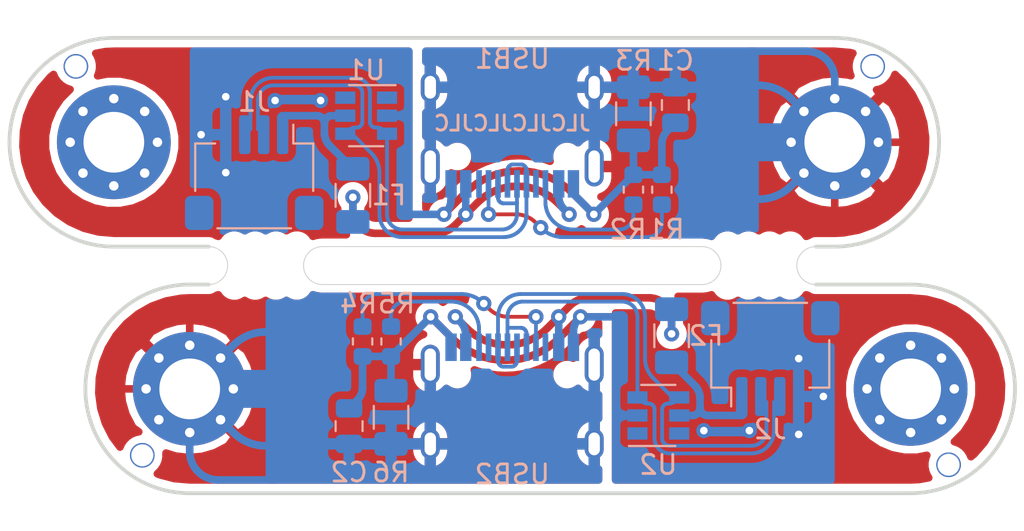
<source format=kicad_pcb>
(kicad_pcb (version 20171130) (host pcbnew "(5.1.4)-1")
  (layers (0 F.Cu signal) (31 B.Cu signal) (34 B.Paste user) (35 F.Paste user) (36 B.SilkS user) (37 F.SilkS user) (38 B.Mask user) (39 F.Mask user) (44 Edge.Cuts user))
  (net 0 "")
  (net 1 GND)
  (net 2 SHIELD)
  (net 3 VBUS)
  (net 4 +5V)
  (net 5 "Net-(R1-Pad2)")
  (net 6 "Net-(R2-Pad2)")
  (net 7 D+)
  (net 8 D-)
  (net 9 "Net-(R4-Pad2)")
  (net 10 "Net-(R5-Pad2)")
  (module crokto:M3_Via_Hole (layer F.Cu) (at -17 18.5 180)
    (fp_text reference H4 hide)
    (fp_text value MountingHole_Pad)
    (pad 1 thru_hole circle (at 1.626346 -1.626346 180) (size 0.8 0.8) (drill 0.5) (layers *.Cu *.Mask) (net 2 SHIELD))
    (pad 1 thru_hole circle (at 0 -2.3 180) (size 0.8 0.8) (drill 0.5) (layers *.Cu *.Mask) (net 2 SHIELD))
    (pad 1 thru_hole circle (at -1.626346 -1.626346 180) (size 0.8 0.8) (drill 0.5) (layers *.Cu *.Mask) (net 2 SHIELD))
    (pad 1 thru_hole circle (at -2.3 0 180) (size 0.8 0.8) (drill 0.5) (layers *.Cu *.Mask) (net 2 SHIELD))
    (pad 1 thru_hole circle (at -1.626346 1.626346 180) (size 0.8 0.8) (drill 0.5) (layers *.Cu *.Mask) (net 2 SHIELD))
    (pad 1 thru_hole circle (at 0 2.3 180) (size 0.8 0.8) (drill 0.5) (layers *.Cu *.Mask) (net 2 SHIELD))
    (pad 1 thru_hole circle (at 1.626346 1.626346 180) (size 0.8 0.8) (drill 0.5) (layers *.Cu *.Mask) (net 2 SHIELD))
    (pad 1 thru_hole circle (at 2.3 0 180) (size 0.8 0.8) (drill 0.5) (layers *.Cu *.Mask) (net 2 SHIELD))
    (pad 1 thru_hole circle (at 0 0 180) (size 6 6) (drill 3.2) (layers *.Cu *.Mask) (net 2 SHIELD))
  )
  (module Resistor_SMD:R_0603_1608Metric (layer B.Cu) (at -6.3875 16 90)
    (fp_text reference R5 (at 2 0.2875 180) (layer B.SilkS) (effects (justify mirror)))
    (fp_text value 5.1K)
    (pad 1 smd roundrect (at -0.7875 0 90) (size 0.875 0.95) (layers B.Cu B.Paste B.Mask) (net 1 GND))
    (pad 2 smd roundrect (at 0.7875 0 90) (size 0.875 0.95) (layers B.Cu B.Paste B.Mask) (net 10 "Net-(R5-Pad2)"))
  )
  (module crokto:JST_SH_SM04B-SRSS-TB_1x04-1MP_P1.00mm_Horizontal (layer B.Cu) (at 13.6 16.65)
    (fp_text reference J2 (at 0 3.98) (layer B.SilkS) (effects (justify mirror)))
    (fp_text value Conn_01x04)
    (pad 1 smd roundrect (at -1.5 2.25) (size 0.6 2.05) (layers B.Cu B.Paste B.Mask) (net 4 +5V))
    (pad 2 smd roundrect (at -0.5 2.25) (size 0.6 2.05) (layers B.Cu B.Paste B.Mask) (net 7 D+))
    (pad 3 smd roundrect (at 0.5 2.25) (size 0.6 2.05) (layers B.Cu B.Paste B.Mask) (net 8 D-))
    (pad 4 smd roundrect (at 1.5 2.25) (size 0.6 2.05) (layers B.Cu B.Paste B.Mask) (net 1 GND))
    (pad MP smd roundrect (at -2.9 -1.875) (size 1.5 1.8) (layers B.Cu B.Paste B.Mask) (roundrect_rratio 0.208))
    (pad MP smd roundrect (at 2.9 -1.875) (size 1.5 1.8) (layers B.Cu B.Paste B.Mask) (roundrect_rratio 0.208))
  )
  (module crokto:M3_Via_Hole_NC (layer F.Cu) (at 21 18.5 180)
    (fp_text reference H3 hide)
    (fp_text value MountingHole)
    (pad 1 thru_hole circle (at 1.626346 -1.626346 180) (size 0.8 0.8) (drill 0.5) (layers *.Cu F.Mask))
    (pad 1 thru_hole circle (at 0 -2.3 180) (size 0.8 0.8) (drill 0.5) (layers *.Cu F.Mask))
    (pad 1 thru_hole circle (at -1.626346 -1.626346 180) (size 0.8 0.8) (drill 0.5) (layers *.Cu F.Mask))
    (pad 1 thru_hole circle (at -2.3 0 180) (size 0.8 0.8) (drill 0.5) (layers *.Cu F.Mask))
    (pad 1 thru_hole circle (at -1.626346 1.626346 180) (size 0.8 0.8) (drill 0.5) (layers *.Cu F.Mask))
    (pad 1 thru_hole circle (at 0 2.3 180) (size 0.8 0.8) (drill 0.5) (layers *.Cu F.Mask))
    (pad 1 thru_hole circle (at 1.626346 1.626346 180) (size 0.8 0.8) (drill 0.5) (layers *.Cu F.Mask))
    (pad 1 thru_hole circle (at 2.3 0 180) (size 0.8 0.8) (drill 0.5) (layers *.Cu F.Mask))
    (pad 1 thru_hole circle (at 0 0 180) (size 6 6) (drill 3.2) (layers *.Cu F.Mask))
  )
  (module Fuse:Fuse_1206_3216Metric (layer B.Cu) (at 8.4 15.7 90)
    (fp_text reference F2 (at 0 1.82) (layer B.SilkS) (effects (justify mirror)))
    (fp_text value 500mA)
    (pad 2 smd roundrect (at 1.4 0 90) (size 1.25 1.75) (layers B.Cu B.Paste B.Mask) (roundrect_rratio 0.2) (net 3 VBUS))
    (pad 1 smd roundrect (at -1.4 0 90) (size 1.25 1.75) (layers B.Cu B.Paste B.Mask) (roundrect_rratio 0.2) (net 4 +5V))
  )
  (module Capacitor_SMD:C_0805_2012Metric (layer B.Cu) (at -8.6 20.4625 90)
    (fp_text reference C2 (at -2.4375 0 180) (layer B.SilkS) (effects (justify mirror)))
    (fp_text value 470n)
    (pad 2 smd roundrect (at 0.9375 0 90) (size 0.975 1.4) (layers B.Cu B.Paste B.Mask) (net 1 GND))
    (pad 1 smd roundrect (at -0.9375 0 90) (size 0.975 1.4) (layers B.Cu B.Paste B.Mask) (net 2 SHIELD))
  )
  (module Resistor_SMD:R_0603_1608Metric (layer B.Cu) (at -7.8875 16 90)
    (fp_text reference R4 (at 2 -0.2125 180) (layer B.SilkS) (effects (justify mirror)))
    (fp_text value 5.1K)
    (pad 2 smd roundrect (at 0.7875 0 90) (size 0.875 0.95) (layers B.Cu B.Paste B.Mask) (net 9 "Net-(R4-Pad2)"))
    (pad 1 smd roundrect (at -0.7875 0 90) (size 0.875 0.95) (layers B.Cu B.Paste B.Mask) (net 1 GND))
  )
  (module Type-C:HRO-TYPE-C-31-M-12-Assembly (layer B.Cu) (at 0 24 180)
    (fp_text reference USB2 (at 0 1) (layer B.SilkS) (effects (justify mirror)))
    (fp_text value HRO-TYPE-C-31-M-12)
    (pad 12 smd rect (at 3.225 7.695 180) (size 0.6 1.45) (layers B.Cu B.Paste B.Mask) (net 1 GND))
    (pad 1 smd rect (at -3.225 7.695 180) (size 0.6 1.45) (layers B.Cu B.Paste B.Mask) (net 1 GND))
    (pad 11 smd rect (at 2.45 7.695 180) (size 0.6 1.45) (layers B.Cu B.Paste B.Mask) (net 3 VBUS))
    (pad 2 smd rect (at -2.45 7.695 180) (size 0.6 1.45) (layers B.Cu B.Paste B.Mask) (net 3 VBUS))
    (pad 3 smd rect (at -1.75 7.695 180) (size 0.3 1.45) (layers B.Cu B.Paste B.Mask))
    (pad 10 smd rect (at 1.75 7.695 180) (size 0.3 1.45) (layers B.Cu B.Paste B.Mask) (net 10 "Net-(R5-Pad2)"))
    (pad 4 smd rect (at -1.25 7.695 180) (size 0.3 1.45) (layers B.Cu B.Paste B.Mask) (net 9 "Net-(R4-Pad2)"))
    (pad 9 smd rect (at 1.25 7.695 180) (size 0.3 1.45) (layers B.Cu B.Paste B.Mask))
    (pad 5 smd rect (at -0.75 7.695 180) (size 0.3 1.45) (layers B.Cu B.Paste B.Mask) (net 8 D-))
    (pad 8 smd rect (at 0.75 7.695 180) (size 0.3 1.45) (layers B.Cu B.Paste B.Mask) (net 7 D+))
    (pad 7 smd rect (at 0.25 7.695 180) (size 0.3 1.45) (layers B.Cu B.Paste B.Mask) (net 8 D-))
    (pad 6 smd rect (at -0.25 7.695 180) (size 0.3 1.45) (layers B.Cu B.Paste B.Mask) (net 7 D+))
    (pad "" np_thru_hole circle (at 2.89 6.25 180) (size 0.65 0.65) (drill 0.65) (layers *.Cu *.Mask))
    (pad "" np_thru_hole circle (at -2.89 6.25 180) (size 0.65 0.65) (drill 0.65) (layers *.Cu *.Mask))
    (pad 13 thru_hole oval (at -4.32 6.78 180) (size 1 2.1) (drill oval 0.6 1.7) (layers *.Cu *.Mask) (net 2 SHIELD))
    (pad 13 thru_hole oval (at 4.32 6.78 180) (size 1 2.1) (drill oval 0.6 1.7) (layers *.Cu *.Mask) (net 2 SHIELD))
    (pad 13 thru_hole oval (at -4.32 2.6 180) (size 1 1.6) (drill oval 0.6 1.2) (layers *.Cu *.Mask) (net 2 SHIELD))
    (pad 13 thru_hole oval (at 4.32 2.6 180) (size 1 1.6) (drill oval 0.6 1.2) (layers *.Cu *.Mask) (net 2 SHIELD))
  )
  (module crokto:JLCPCBA (layer F.Cu) (at 23 22.5)
    (fp_text reference H13 hide)
    (fp_text value pcba)
    (pad "" np_thru_hole circle (at 0 0) (size 1.3 1.3) (drill 1.152) (layers *.Cu *.Mask))
  )
  (module Resistor_SMD:R_1206_3216Metric (layer B.Cu) (at -6.3875 20 90)
    (fp_text reference R6 (at -2.9 -0.0125 180) (layer B.SilkS) (effects (justify mirror)))
    (fp_text value 1M)
    (pad 2 smd roundrect (at 1.4 0 90) (size 1.25 1.75) (layers B.Cu B.Paste B.Mask) (roundrect_rratio 0.2) (net 1 GND))
    (pad 1 smd roundrect (at -1.4 0 90) (size 1.25 1.75) (layers B.Cu B.Paste B.Mask) (roundrect_rratio 0.2) (net 2 SHIELD))
  )
  (module crokto:mousebites-6mm (layer F.Cu) (at 13 13 90)
    (fp_text reference H12 hide)
    (fp_text value mousebites)
    (pad "" np_thru_hole circle (at 0 0.55 90) (size 0.8 0.8) (drill 0.8) (layers *.Cu *.Mask))
    (pad "" np_thru_hole circle (at 0 1.65 90) (size 0.8 0.8) (drill 0.8) (layers *.Cu *.Mask))
    (pad "" np_thru_hole circle (at 0 -0.55 90) (size 0.8 0.8) (drill 0.8) (layers *.Cu *.Mask))
    (pad "" np_thru_hole circle (at 0 -1.65 90) (size 0.8 0.8) (drill 0.8) (layers *.Cu *.Mask))
  )
  (module crokto:JLCPCBA (layer F.Cu) (at -19.5 22)
    (fp_text reference H11 hide)
    (fp_text value pcba)
    (pad "" np_thru_hole circle (at 0 0) (size 1.3 1.3) (drill 1.152) (layers *.Cu *.Mask))
  )
  (module Package_TO_SOT_SMD:SOT-23-6 (layer B.Cu) (at 7.7 19.9)
    (fp_text reference U2 (at 0 2.6) (layer B.SilkS) (effects (justify mirror)))
    (fp_text value SRV05-4)
    (pad 5 smd rect (at 1.1 0) (size 1.06 0.65) (layers B.Cu B.Paste B.Mask) (net 4 +5V))
    (pad 6 smd rect (at 1.1 0.95) (size 1.06 0.65) (layers B.Cu B.Paste B.Mask))
    (pad 4 smd rect (at 1.1 -0.95) (size 1.06 0.65) (layers B.Cu B.Paste B.Mask) (net 7 D+))
    (pad 3 smd rect (at -1.1 -0.95) (size 1.06 0.65) (layers B.Cu B.Paste B.Mask) (net 8 D-))
    (pad 2 smd rect (at -1.1 0) (size 1.06 0.65) (layers B.Cu B.Paste B.Mask) (net 1 GND))
    (pad 1 smd rect (at -1.1 0.95) (size 1.06 0.65) (layers B.Cu B.Paste B.Mask))
  )
  (module crokto:mousebites-6mm (layer F.Cu) (at -13 13 90)
    (fp_text reference H8 hide)
    (fp_text value mousebites)
    (pad "" np_thru_hole circle (at 0 0.55 90) (size 0.8 0.8) (drill 0.8) (layers *.Cu *.Mask))
    (pad "" np_thru_hole circle (at 0 1.65 90) (size 0.8 0.8) (drill 0.8) (layers *.Cu *.Mask))
    (pad "" np_thru_hole circle (at 0 -0.55 90) (size 0.8 0.8) (drill 0.8) (layers *.Cu *.Mask))
    (pad "" np_thru_hole circle (at 0 -1.65 90) (size 0.8 0.8) (drill 0.8) (layers *.Cu *.Mask))
  )
  (module crokto:mousebites-6mm (layer F.Cu) (at 13 11 90)
    (fp_text reference H10 hide)
    (fp_text value mousebites)
    (pad "" np_thru_hole circle (at 0 0.55 90) (size 0.8 0.8) (drill 0.8) (layers *.Cu *.Mask))
    (pad "" np_thru_hole circle (at 0 1.65 90) (size 0.8 0.8) (drill 0.8) (layers *.Cu *.Mask))
    (pad "" np_thru_hole circle (at 0 -0.55 90) (size 0.8 0.8) (drill 0.8) (layers *.Cu *.Mask))
    (pad "" np_thru_hole circle (at 0 -1.65 90) (size 0.8 0.8) (drill 0.8) (layers *.Cu *.Mask))
  )
  (module crokto:mousebites-6mm (layer F.Cu) (at -13 11 90)
    (fp_text reference H6 hide)
    (fp_text value mousebites)
    (pad "" np_thru_hole circle (at 0 0.55 90) (size 0.8 0.8) (drill 0.8) (layers *.Cu *.Mask))
    (pad "" np_thru_hole circle (at 0 1.65 90) (size 0.8 0.8) (drill 0.8) (layers *.Cu *.Mask))
    (pad "" np_thru_hole circle (at 0 -0.55 90) (size 0.8 0.8) (drill 0.8) (layers *.Cu *.Mask))
    (pad "" np_thru_hole circle (at 0 -1.65 90) (size 0.8 0.8) (drill 0.8) (layers *.Cu *.Mask))
  )
  (module crokto:JLCPCBA (layer F.Cu) (at 19 1.5)
    (fp_text reference H9 hide)
    (fp_text value pcba)
    (pad "" np_thru_hole circle (at 0 0) (size 1.3 1.3) (drill 1.152) (layers *.Cu *.Mask))
  )
  (module crokto:JLCPCBA (layer F.Cu) (at -23 1.5)
    (fp_text reference H7 hide)
    (fp_text value pcba)
    (pad "" np_thru_hole circle (at 0 0) (size 1.3 1.3) (drill 1.152) (layers *.Cu *.Mask))
  )
  (module crokto:jlc (layer B.Cu) (at 0 4.5)
    (fp_text reference H5 hide)
    (fp_text value jlc hide)
    (fp_text user JLCJLCJLCJLC (at 0 0) (layer B.SilkS) (effects (font (size 0.8 0.8)) (justify mirror)))
  )
  (module crokto:JST_SH_SM04B-SRSS-TB_1x04-1MP_P1.00mm_Horizontal (layer B.Cu) (at -13.6 7.35 180)
    (fp_text reference J1 (at 0 3.98) (layer B.SilkS) (effects (justify mirror)))
    (fp_text value Conn_01x04)
    (pad MP smd roundrect (at 2.9 -1.875 180) (size 1.5 1.8) (layers B.Cu B.Paste B.Mask) (roundrect_rratio 0.208))
    (pad MP smd roundrect (at -2.9 -1.875 180) (size 1.5 1.8) (layers B.Cu B.Paste B.Mask) (roundrect_rratio 0.208))
    (pad 4 smd roundrect (at 1.5 2.25 180) (size 0.6 2.05) (layers B.Cu B.Paste B.Mask) (net 1 GND))
    (pad 3 smd roundrect (at 0.5 2.25 180) (size 0.6 2.05) (layers B.Cu B.Paste B.Mask) (net 8 D-))
    (pad 2 smd roundrect (at -0.5 2.25 180) (size 0.6 2.05) (layers B.Cu B.Paste B.Mask) (net 7 D+))
    (pad 1 smd roundrect (at -1.5 2.25 180) (size 0.6 2.05) (layers B.Cu B.Paste B.Mask) (net 4 +5V))
  )
  (module Type-C:HRO-TYPE-C-31-M-12-Assembly (layer B.Cu) (at 0 0)
    (fp_text reference USB1 (at 0 1.1) (layer B.SilkS) (effects (justify mirror)))
    (fp_text value HRO-TYPE-C-31-M-12)
    (pad 12 smd rect (at 3.225 7.695) (size 0.6 1.45) (layers B.Cu B.Paste B.Mask) (net 1 GND))
    (pad 1 smd rect (at -3.225 7.695) (size 0.6 1.45) (layers B.Cu B.Paste B.Mask) (net 1 GND))
    (pad 11 smd rect (at 2.45 7.695) (size 0.6 1.45) (layers B.Cu B.Paste B.Mask) (net 3 VBUS))
    (pad 2 smd rect (at -2.45 7.695) (size 0.6 1.45) (layers B.Cu B.Paste B.Mask) (net 3 VBUS))
    (pad 3 smd rect (at -1.75 7.695) (size 0.3 1.45) (layers B.Cu B.Paste B.Mask))
    (pad 10 smd rect (at 1.75 7.695) (size 0.3 1.45) (layers B.Cu B.Paste B.Mask) (net 6 "Net-(R2-Pad2)"))
    (pad 4 smd rect (at -1.25 7.695) (size 0.3 1.45) (layers B.Cu B.Paste B.Mask) (net 5 "Net-(R1-Pad2)"))
    (pad 9 smd rect (at 1.25 7.695) (size 0.3 1.45) (layers B.Cu B.Paste B.Mask))
    (pad 5 smd rect (at -0.75 7.695) (size 0.3 1.45) (layers B.Cu B.Paste B.Mask) (net 8 D-))
    (pad 8 smd rect (at 0.75 7.695) (size 0.3 1.45) (layers B.Cu B.Paste B.Mask) (net 7 D+))
    (pad 7 smd rect (at 0.25 7.695) (size 0.3 1.45) (layers B.Cu B.Paste B.Mask) (net 8 D-))
    (pad 6 smd rect (at -0.25 7.695) (size 0.3 1.45) (layers B.Cu B.Paste B.Mask) (net 7 D+))
    (pad "" np_thru_hole circle (at 2.89 6.25) (size 0.65 0.65) (drill 0.65) (layers *.Cu *.Mask))
    (pad "" np_thru_hole circle (at -2.89 6.25) (size 0.65 0.65) (drill 0.65) (layers *.Cu *.Mask))
    (pad 13 thru_hole oval (at -4.32 6.78) (size 1 2.1) (drill oval 0.6 1.7) (layers *.Cu *.Mask) (net 2 SHIELD))
    (pad 13 thru_hole oval (at 4.32 6.78) (size 1 2.1) (drill oval 0.6 1.7) (layers *.Cu *.Mask) (net 2 SHIELD))
    (pad 13 thru_hole oval (at -4.32 2.6) (size 1 1.6) (drill oval 0.6 1.2) (layers *.Cu *.Mask) (net 2 SHIELD))
    (pad 13 thru_hole oval (at 4.32 2.6) (size 1 1.6) (drill oval 0.6 1.2) (layers *.Cu *.Mask) (net 2 SHIELD))
  )
  (module Package_TO_SOT_SMD:SOT-23-6 (layer B.Cu) (at -7.7 4.1 180)
    (fp_text reference U1 (at 0 2.4) (layer B.SilkS) (effects (justify mirror)))
    (fp_text value SRV05-4)
    (pad 5 smd rect (at 1.1 0 180) (size 1.06 0.65) (layers B.Cu B.Paste B.Mask) (net 4 +5V))
    (pad 6 smd rect (at 1.1 0.95 180) (size 1.06 0.65) (layers B.Cu B.Paste B.Mask))
    (pad 4 smd rect (at 1.1 -0.95 180) (size 1.06 0.65) (layers B.Cu B.Paste B.Mask) (net 7 D+))
    (pad 3 smd rect (at -1.1 -0.95 180) (size 1.06 0.65) (layers B.Cu B.Paste B.Mask) (net 8 D-))
    (pad 2 smd rect (at -1.1 0 180) (size 1.06 0.65) (layers B.Cu B.Paste B.Mask) (net 1 GND))
    (pad 1 smd rect (at -1.1 0.95 180) (size 1.06 0.65) (layers B.Cu B.Paste B.Mask))
  )
  (module Resistor_SMD:R_1206_3216Metric (layer B.Cu) (at 6.3875 4 270)
    (fp_text reference R3 (at -2.8 -0.0125 180) (layer B.SilkS) (effects (justify mirror)))
    (fp_text value 1M)
    (pad 1 smd roundrect (at -1.4 0 270) (size 1.25 1.75) (layers B.Cu B.Paste B.Mask) (roundrect_rratio 0.2) (net 2 SHIELD))
    (pad 2 smd roundrect (at 1.4 0 270) (size 1.25 1.75) (layers B.Cu B.Paste B.Mask) (roundrect_rratio 0.2) (net 1 GND))
  )
  (module Resistor_SMD:R_0603_1608Metric (layer B.Cu) (at 6.3875 8 270)
    (fp_text reference R2 (at 2.1 0.2875 180) (layer B.SilkS) (effects (justify mirror)))
    (fp_text value 5.1K)
    (pad 1 smd roundrect (at -0.7875 0 270) (size 0.875 0.95) (layers B.Cu B.Paste B.Mask) (net 1 GND))
    (pad 2 smd roundrect (at 0.7875 0 270) (size 0.875 0.95) (layers B.Cu B.Paste B.Mask) (net 6 "Net-(R2-Pad2)"))
  )
  (module Resistor_SMD:R_0603_1608Metric (layer B.Cu) (at 7.8875 8 270)
    (fp_text reference R1 (at 2.1 -0.2125 180) (layer B.SilkS) (effects (justify mirror)))
    (fp_text value 5.1K)
    (pad 1 smd roundrect (at -0.7875 0 270) (size 0.875 0.95) (layers B.Cu B.Paste B.Mask) (net 1 GND))
    (pad 2 smd roundrect (at 0.7875 0 270) (size 0.875 0.95) (layers B.Cu B.Paste B.Mask) (net 5 "Net-(R1-Pad2)"))
  )
  (module crokto:M3_Via_Hole (layer F.Cu) (at 17 5.5)
    (fp_text reference H2 hide)
    (fp_text value MountingHole_Pad)
    (pad 1 thru_hole circle (at 0 0) (size 6 6) (drill 3.2) (layers *.Cu *.Mask) (net 2 SHIELD))
    (pad 1 thru_hole circle (at 2.3 0) (size 0.8 0.8) (drill 0.5) (layers *.Cu *.Mask) (net 2 SHIELD))
    (pad 1 thru_hole circle (at 1.626346 1.626346) (size 0.8 0.8) (drill 0.5) (layers *.Cu *.Mask) (net 2 SHIELD))
    (pad 1 thru_hole circle (at 0 2.3) (size 0.8 0.8) (drill 0.5) (layers *.Cu *.Mask) (net 2 SHIELD))
    (pad 1 thru_hole circle (at -1.626346 1.626346) (size 0.8 0.8) (drill 0.5) (layers *.Cu *.Mask) (net 2 SHIELD))
    (pad 1 thru_hole circle (at -2.3 0) (size 0.8 0.8) (drill 0.5) (layers *.Cu *.Mask) (net 2 SHIELD))
    (pad 1 thru_hole circle (at -1.626346 -1.626346) (size 0.8 0.8) (drill 0.5) (layers *.Cu *.Mask) (net 2 SHIELD))
    (pad 1 thru_hole circle (at 0 -2.3) (size 0.8 0.8) (drill 0.5) (layers *.Cu *.Mask) (net 2 SHIELD))
    (pad 1 thru_hole circle (at 1.626346 -1.626346) (size 0.8 0.8) (drill 0.5) (layers *.Cu *.Mask) (net 2 SHIELD))
  )
  (module crokto:M3_Via_Hole_NC (layer F.Cu) (at -21 5.5)
    (fp_text reference H1 hide)
    (fp_text value MountingHole)
    (pad 1 thru_hole circle (at 0 0) (size 6 6) (drill 3.2) (layers *.Cu F.Mask))
    (pad 1 thru_hole circle (at 2.3 0) (size 0.8 0.8) (drill 0.5) (layers *.Cu F.Mask))
    (pad 1 thru_hole circle (at 1.626346 1.626346) (size 0.8 0.8) (drill 0.5) (layers *.Cu F.Mask))
    (pad 1 thru_hole circle (at 0 2.3) (size 0.8 0.8) (drill 0.5) (layers *.Cu F.Mask))
    (pad 1 thru_hole circle (at -1.626346 1.626346) (size 0.8 0.8) (drill 0.5) (layers *.Cu F.Mask))
    (pad 1 thru_hole circle (at -2.3 0) (size 0.8 0.8) (drill 0.5) (layers *.Cu F.Mask))
    (pad 1 thru_hole circle (at -1.626346 -1.626346) (size 0.8 0.8) (drill 0.5) (layers *.Cu F.Mask))
    (pad 1 thru_hole circle (at 0 -2.3) (size 0.8 0.8) (drill 0.5) (layers *.Cu F.Mask))
    (pad 1 thru_hole circle (at 1.626346 -1.626346) (size 0.8 0.8) (drill 0.5) (layers *.Cu F.Mask))
  )
  (module Fuse:Fuse_1206_3216Metric (layer B.Cu) (at -8.4 8.3 270)
    (fp_text reference F1 (at 0 -1.9 180) (layer B.SilkS) (effects (justify mirror)))
    (fp_text value 500mA)
    (pad 2 smd roundrect (at 1.4 0 270) (size 1.25 1.75) (layers B.Cu B.Paste B.Mask) (roundrect_rratio 0.2) (net 3 VBUS))
    (pad 1 smd roundrect (at -1.4 0 270) (size 1.25 1.75) (layers B.Cu B.Paste B.Mask) (roundrect_rratio 0.2) (net 4 +5V))
  )
  (module Capacitor_SMD:C_0805_2012Metric (layer B.Cu) (at 8.6 3.5375 270)
    (fp_text reference C1 (at -2.3375 0 180) (layer B.SilkS) (effects (justify mirror)))
    (fp_text value 470n)
    (pad 2 smd roundrect (at 0.9375 0 270) (size 0.975 1.4) (layers B.Cu B.Paste B.Mask) (net 1 GND))
    (pad 1 smd roundrect (at -0.9375 0 270) (size 0.975 1.4) (layers B.Cu B.Paste B.Mask) (net 2 SHIELD))
  )
  (gr_line (start -16 13) (end -17 13) (layer Edge.Cuts) (width 0.2))
  (gr_arc (start 21 18.5) (end 21 24) (angle -180) (layer Edge.Cuts) (width 0.2))
  (gr_arc (start -10 12) (end -10 11) (angle -180) (layer Edge.Cuts) (width 0.05))
  (gr_arc (start 16 12) (end 16 11) (angle -180) (layer Edge.Cuts) (width 0.05))
  (gr_arc (start -17 18.5) (end -17 13) (angle -180) (layer Edge.Cuts) (width 0.2))
  (gr_line (start -10 13) (end 10 13) (layer Edge.Cuts) (width 0.05))
  (gr_line (start 21 13) (end 16 13) (layer Edge.Cuts) (width 0.2))
  (gr_line (start -17 24) (end 21 24) (layer Edge.Cuts) (width 0.2))
  (gr_arc (start 10 12) (end 10 13) (angle -180) (layer Edge.Cuts) (width 0.05))
  (gr_arc (start -16 12) (end -16 13) (angle -180) (layer Edge.Cuts) (width 0.05))
  (gr_line (start 10 11) (end -10 11) (layer Edge.Cuts) (width 0.05))
  (gr_line (start -21 11) (end -16 11) (layer Edge.Cuts) (width 0.2))
  (gr_arc (start 17 5.5) (end 17 11) (angle -180) (layer Edge.Cuts) (width 0.2))
  (gr_line (start 16 11) (end 17 11) (layer Edge.Cuts) (width 0.2))
  (gr_arc (start -21 5.5) (end -21 0) (angle -180) (layer Edge.Cuts) (width 0.2))
  (gr_line (start 17 0) (end -21 0) (layer Edge.Cuts) (width 0.2))
  (segment (start 3.225 7.695) (end 3.225 8.225) (width 0.4) (layer B.Cu) (net 1))
  (segment (start 3.225 8.225) (end 4.3 9.3) (width 0.4) (layer B.Cu) (net 1))
  (segment (start 4.3 9.3) (end 6.3875 7.2125) (width 0.4) (layer B.Cu) (net 1))
  (segment (start 6.3875 7.2125) (end 7.8875 7.2125) (width 0.4) (layer B.Cu) (net 1))
  (segment (start 6.3875 5.4) (end 6.3875 7.2125) (width 0.4) (layer B.Cu) (net 1))
  (segment (start -3.6 9.3) (end -5.5 9.3) (width 0.4) (layer B.Cu) (net 1))
  (segment (start -15.1 3.1) (end -15.1 1.5) (width 0.4) (layer B.Cu) (net 1))
  (segment (start -7.2 1.5) (end -5.5 1.5) (width 0.4) (layer B.Cu) (net 1))
  (segment (start -5.5 3.6) (end -5.5 1.5) (width 0.4) (layer B.Cu) (net 1))
  (segment (start -5.5 3.6) (end -5.502407 3.649008) (width 0.4) (layer B.Cu) (net 1))
  (segment (start -5.502407 3.649008) (end -5.509607 3.697545) (width 0.4) (layer B.Cu) (net 1))
  (segment (start -5.509607 3.697545) (end -5.521529 3.745142) (width 0.4) (layer B.Cu) (net 1))
  (segment (start -5.521529 3.745142) (end -5.53806 3.791341) (width 0.4) (layer B.Cu) (net 1))
  (segment (start -5.53806 3.791341) (end -5.559039 3.835698) (width 0.4) (layer B.Cu) (net 1))
  (segment (start -5.559039 3.835698) (end -5.584265 3.877785) (width 0.4) (layer B.Cu) (net 1))
  (segment (start -5.584265 3.877785) (end -5.613494 3.917196) (width 0.4) (layer B.Cu) (net 1))
  (segment (start -5.613494 3.917196) (end -5.646446 3.953553) (width 0.4) (layer B.Cu) (net 1))
  (segment (start -5.646446 3.953553) (end -5.682803 3.986505) (width 0.4) (layer B.Cu) (net 1))
  (segment (start -5.682803 3.986505) (end -5.722214 4.015734) (width 0.4) (layer B.Cu) (net 1))
  (segment (start -5.722214 4.015734) (end -5.764301 4.04096) (width 0.4) (layer B.Cu) (net 1))
  (segment (start -5.764301 4.04096) (end -5.808658 4.061939) (width 0.4) (layer B.Cu) (net 1))
  (segment (start -5.808658 4.061939) (end -5.854857 4.07847) (width 0.4) (layer B.Cu) (net 1))
  (segment (start -5.854857 4.07847) (end -5.902454 4.090392) (width 0.4) (layer B.Cu) (net 1))
  (segment (start -5.902454 4.090392) (end -5.950991 4.097592) (width 0.4) (layer B.Cu) (net 1))
  (segment (start -5.950991 4.097592) (end -6 4.1) (width 0.4) (layer B.Cu) (net 1))
  (segment (start -5.5 4.6) (end -5.5 9.3) (width 0.4) (layer B.Cu) (net 1))
  (segment (start -5.5 4.6) (end -5.502407 4.550991) (width 0.4) (layer B.Cu) (net 1))
  (segment (start -5.502407 4.550991) (end -5.509607 4.502454) (width 0.4) (layer B.Cu) (net 1))
  (segment (start -5.509607 4.502454) (end -5.521529 4.454857) (width 0.4) (layer B.Cu) (net 1))
  (segment (start -5.521529 4.454857) (end -5.53806 4.408658) (width 0.4) (layer B.Cu) (net 1))
  (segment (start -5.53806 4.408658) (end -5.559039 4.364301) (width 0.4) (layer B.Cu) (net 1))
  (segment (start -5.559039 4.364301) (end -5.584265 4.322214) (width 0.4) (layer B.Cu) (net 1))
  (segment (start -5.584265 4.322214) (end -5.613494 4.282803) (width 0.4) (layer B.Cu) (net 1))
  (segment (start -5.613494 4.282803) (end -5.646446 4.246446) (width 0.4) (layer B.Cu) (net 1))
  (segment (start -5.646446 4.246446) (end -5.682803 4.213494) (width 0.4) (layer B.Cu) (net 1))
  (segment (start -5.682803 4.213494) (end -5.722214 4.184265) (width 0.4) (layer B.Cu) (net 1))
  (segment (start -5.722214 4.184265) (end -5.764301 4.159039) (width 0.4) (layer B.Cu) (net 1))
  (segment (start -5.764301 4.159039) (end -5.808658 4.13806) (width 0.4) (layer B.Cu) (net 1))
  (segment (start -5.808658 4.13806) (end -5.854857 4.121529) (width 0.4) (layer B.Cu) (net 1))
  (segment (start -5.854857 4.121529) (end -5.902454 4.109607) (width 0.4) (layer B.Cu) (net 1))
  (segment (start -5.902454 4.109607) (end -5.950991 4.102407) (width 0.4) (layer B.Cu) (net 1))
  (segment (start -5.950991 4.102407) (end -6 4.1) (width 0.4) (layer B.Cu) (net 1))
  (segment (start -6 4.1) (end -6.6 4.1) (width 0.4) (layer B.Cu) (net 1))
  (segment (start 8.170342 4.904657) (end 8.6 4.475) (width 0.4) (layer B.Cu) (net 1))
  (segment (start 8.170342 4.904657) (end 8.137658 4.938984) (width 0.4) (layer B.Cu) (net 1))
  (segment (start 8.137658 4.938984) (end 8.106699 4.974875) (width 0.4) (layer B.Cu) (net 1))
  (segment (start 8.106699 4.974875) (end 8.077538 5.012241) (width 0.4) (layer B.Cu) (net 1))
  (segment (start 8.077538 5.012241) (end 8.050246 5.050993) (width 0.4) (layer B.Cu) (net 1))
  (segment (start 8.050246 5.050993) (end 8.024888 5.091038) (width 0.4) (layer B.Cu) (net 1))
  (segment (start 8.024888 5.091038) (end 8.001526 5.132278) (width 0.4) (layer B.Cu) (net 1))
  (segment (start 8.001526 5.132278) (end 7.980215 5.174616) (width 0.4) (layer B.Cu) (net 1))
  (segment (start 7.980215 5.174616) (end 7.961007 5.217948) (width 0.4) (layer B.Cu) (net 1))
  (segment (start 7.961007 5.217948) (end 7.943949 5.26217) (width 0.4) (layer B.Cu) (net 1))
  (segment (start 7.943949 5.26217) (end 7.929081 5.307176) (width 0.4) (layer B.Cu) (net 1))
  (segment (start 7.929081 5.307176) (end 7.916439 5.352857) (width 0.4) (layer B.Cu) (net 1))
  (segment (start 7.916439 5.352857) (end 7.906054 5.399104) (width 0.4) (layer B.Cu) (net 1))
  (segment (start 7.906054 5.399104) (end 7.897951 5.445804) (width 0.4) (layer B.Cu) (net 1))
  (segment (start 7.897951 5.445804) (end 7.892149 5.492846) (width 0.4) (layer B.Cu) (net 1))
  (segment (start 7.892149 5.492846) (end 7.888662 5.540116) (width 0.4) (layer B.Cu) (net 1))
  (segment (start 7.888662 5.540116) (end 7.8875 5.5875) (width 0.4) (layer B.Cu) (net 1))
  (segment (start 7.8875 5.5875) (end 7.8875 7.2125) (width 0.4) (layer B.Cu) (net 1))
  (segment (start -3.225 8.525) (end -3.225 7.695) (width 0.4) (layer B.Cu) (net 1))
  (segment (start -3.225 8.525) (end -3.226163 8.572383) (width 0.4) (layer B.Cu) (net 1))
  (segment (start -3.226163 8.572383) (end -3.22965 8.619653) (width 0.4) (layer B.Cu) (net 1))
  (segment (start -3.22965 8.619653) (end -3.235452 8.666695) (width 0.4) (layer B.Cu) (net 1))
  (segment (start -3.235452 8.666695) (end -3.243555 8.713395) (width 0.4) (layer B.Cu) (net 1))
  (segment (start -3.243555 8.713395) (end -3.25394 8.759642) (width 0.4) (layer B.Cu) (net 1))
  (segment (start -3.25394 8.759642) (end -3.266582 8.805323) (width 0.4) (layer B.Cu) (net 1))
  (segment (start -3.266582 8.805323) (end -3.281449 8.850329) (width 0.4) (layer B.Cu) (net 1))
  (segment (start -3.281449 8.850329) (end -3.298508 8.894551) (width 0.4) (layer B.Cu) (net 1))
  (segment (start -3.298508 8.894551) (end -3.317716 8.937883) (width 0.4) (layer B.Cu) (net 1))
  (segment (start -3.317716 8.937883) (end -3.339026 8.98022) (width 0.4) (layer B.Cu) (net 1))
  (segment (start -3.339026 8.98022) (end -3.362389 9.02146) (width 0.4) (layer B.Cu) (net 1))
  (segment (start -3.362389 9.02146) (end -3.387747 9.061505) (width 0.4) (layer B.Cu) (net 1))
  (segment (start -3.387747 9.061505) (end -3.415039 9.100257) (width 0.4) (layer B.Cu) (net 1))
  (segment (start -3.415039 9.100257) (end -3.4442 9.137623) (width 0.4) (layer B.Cu) (net 1))
  (segment (start -3.4442 9.137623) (end -3.475159 9.173513) (width 0.4) (layer B.Cu) (net 1))
  (segment (start -3.475159 9.173513) (end -3.507842 9.207842) (width 0.4) (layer B.Cu) (net 1))
  (segment (start -3.507842 9.207842) (end -3.6 9.3) (width 0.4) (layer B.Cu) (net 1))
  (via (at -3.6 9.3) (size 0.8) (drill 0.4) (layers F.Cu B.Cu) (net 1))
  (via (at 4.3 9.3) (size 0.8) (drill 0.4) (layers F.Cu B.Cu) (net 1))
  (segment (start -2.478427 8.178427) (end -3.6 9.3) (width 0.4) (layer F.Cu) (net 1))
  (segment (start -2.478427 8.178427) (end -2.187573 7.914812) (width 0.4) (layer F.Cu) (net 1))
  (segment (start -2.187573 7.914812) (end -1.87228 7.680975) (width 0.4) (layer F.Cu) (net 1))
  (segment (start -1.87228 7.680975) (end -1.535586 7.479169) (width 0.4) (layer F.Cu) (net 1))
  (segment (start -1.535586 7.479169) (end -1.180733 7.311336) (width 0.4) (layer F.Cu) (net 1))
  (segment (start -1.180733 7.311336) (end -0.811138 7.179092) (width 0.4) (layer F.Cu) (net 1))
  (segment (start -0.811138 7.179092) (end -0.430361 7.083713) (width 0.4) (layer F.Cu) (net 1))
  (segment (start -0.430361 7.083713) (end -0.042068 7.026115) (width 0.4) (layer F.Cu) (net 1))
  (segment (start -0.042068 7.026115) (end 0.349999 7.006854) (width 0.4) (layer F.Cu) (net 1))
  (segment (start 0.349999 7.006854) (end 0.742068 7.026115) (width 0.4) (layer F.Cu) (net 1))
  (segment (start 0.742068 7.026115) (end 1.130361 7.083713) (width 0.4) (layer F.Cu) (net 1))
  (segment (start 1.130361 7.083713) (end 1.511138 7.179092) (width 0.4) (layer F.Cu) (net 1))
  (segment (start 1.511138 7.179092) (end 1.880733 7.311336) (width 0.4) (layer F.Cu) (net 1))
  (segment (start 1.880733 7.311336) (end 2.235586 7.479169) (width 0.4) (layer F.Cu) (net 1))
  (segment (start 2.235586 7.479169) (end 2.57228 7.680975) (width 0.4) (layer F.Cu) (net 1))
  (segment (start 2.57228 7.680975) (end 2.887573 7.914812) (width 0.4) (layer F.Cu) (net 1))
  (segment (start 2.887573 7.914812) (end 3.178427 8.178427) (width 0.4) (layer F.Cu) (net 1))
  (segment (start 3.178427 8.178427) (end 4.3 9.3) (width 0.4) (layer F.Cu) (net 1))
  (via (at -10.1 3.3) (size 0.8) (drill 0.4) (layers F.Cu B.Cu) (net 1))
  (via (at -12.5 3.3) (size 0.8) (drill 0.4) (layers F.Cu B.Cu) (net 1))
  (via (at -15.1 7.1) (size 0.8) (drill 0.4) (layers F.Cu B.Cu) (net 1))
  (segment (start -15.1 3.1) (end -15.1 5.1) (width 0.4) (layer B.Cu) (net 1))
  (via (at -15.1 3.1) (size 0.8) (drill 0.4) (layers F.Cu B.Cu) (net 1))
  (via (at -16.4 5.1) (size 0.8) (drill 0.4) (layers F.Cu B.Cu) (net 1))
  (segment (start -13.4 1.5) (end -15.1 1.5) (width 0.4) (layer B.Cu) (net 1))
  (segment (start -6.3875 16.7875) (end -7.8875 16.7875) (width 0.4) (layer B.Cu) (net 1))
  (segment (start 13.4 22.5) (end 15.1 22.5) (width 0.4) (layer B.Cu) (net 1))
  (via (at 16.4 18.9) (size 0.8) (drill 0.4) (layers F.Cu B.Cu) (net 1))
  (via (at -4.3 14.7) (size 0.8) (drill 0.4) (layers F.Cu B.Cu) (net 1))
  (via (at 15.1 16.9) (size 0.8) (drill 0.4) (layers F.Cu B.Cu) (net 1))
  (via (at 10.1 20.7) (size 0.8) (drill 0.4) (layers F.Cu B.Cu) (net 1))
  (via (at 3.6 14.7) (size 0.8) (drill 0.4) (layers F.Cu B.Cu) (net 1))
  (via (at 12.5 20.7) (size 0.8) (drill 0.4) (layers F.Cu B.Cu) (net 1))
  (via (at 15.1 20.9) (size 0.8) (drill 0.4) (layers F.Cu B.Cu) (net 1))
  (segment (start 3.225 15.475) (end 3.225 16.305) (width 0.4) (layer B.Cu) (net 1))
  (segment (start 0.430361 16.916287) (end 0.042068 16.973885) (width 0.4) (layer F.Cu) (net 1))
  (segment (start 0.811138 16.820908) (end 0.430361 16.916287) (width 0.4) (layer F.Cu) (net 1))
  (segment (start 2.187573 16.085188) (end 1.87228 16.319025) (width 0.4) (layer F.Cu) (net 1))
  (segment (start 5.5 19.4) (end 5.5 14.7) (width 0.4) (layer B.Cu) (net 1))
  (segment (start 5.613494 19.717197) (end 5.646446 19.753554) (width 0.4) (layer B.Cu) (net 1))
  (segment (start 1.535586 16.520831) (end 1.180733 16.688664) (width 0.4) (layer F.Cu) (net 1))
  (segment (start 15.1 20.9) (end 15.1 18.9) (width 0.4) (layer B.Cu) (net 1))
  (segment (start 5.5 19.4) (end 5.502407 19.449009) (width 0.4) (layer B.Cu) (net 1))
  (segment (start 3.225 15.475) (end 3.226163 15.427617) (width 0.4) (layer B.Cu) (net 1))
  (segment (start 5.502407 19.449009) (end 5.509607 19.497546) (width 0.4) (layer B.Cu) (net 1))
  (segment (start 5.902454 19.890393) (end 5.950991 19.897593) (width 0.4) (layer B.Cu) (net 1))
  (segment (start 5.646446 19.753554) (end 5.682803 19.786506) (width 0.4) (layer B.Cu) (net 1))
  (segment (start -8.024888 18.908962) (end -8.001526 18.867722) (width 0.4) (layer B.Cu) (net 1))
  (segment (start 5.854857 19.878471) (end 5.902454 19.890393) (width 0.4) (layer B.Cu) (net 1))
  (segment (start 5.559039 19.635699) (end 5.584265 19.677786) (width 0.4) (layer B.Cu) (net 1))
  (segment (start 5.808658 19.86194) (end 5.854857 19.878471) (width 0.4) (layer B.Cu) (net 1))
  (segment (start -7.980215 18.825384) (end -7.961007 18.782052) (width 0.4) (layer B.Cu) (net 1))
  (segment (start -8.106699 19.025125) (end -8.077538 18.987759) (width 0.4) (layer B.Cu) (net 1))
  (segment (start -8.170342 19.095343) (end -8.6 19.525) (width 0.4) (layer B.Cu) (net 1))
  (segment (start 5.682803 19.786506) (end 5.722214 19.815735) (width 0.4) (layer B.Cu) (net 1))
  (segment (start -8.137658 19.061016) (end -8.106699 19.025125) (width 0.4) (layer B.Cu) (net 1))
  (segment (start 3.22965 15.380347) (end 3.235452 15.333305) (width 0.4) (layer B.Cu) (net 1))
  (segment (start 5.53806 19.591342) (end 5.559039 19.635699) (width 0.4) (layer B.Cu) (net 1))
  (segment (start 5.764301 19.840961) (end 5.808658 19.86194) (width 0.4) (layer B.Cu) (net 1))
  (segment (start -7.906054 18.600896) (end -7.897951 18.554196) (width 0.4) (layer B.Cu) (net 1))
  (segment (start 3.415039 14.899743) (end 3.4442 14.862377) (width 0.4) (layer B.Cu) (net 1))
  (segment (start 5.902454 19.909608) (end 5.950991 19.902408) (width 0.4) (layer B.Cu) (net 1))
  (segment (start 3.281449 15.149671) (end 3.298508 15.105449) (width 0.4) (layer B.Cu) (net 1))
  (segment (start -7.888662 18.459884) (end -7.8875 18.4125) (width 0.4) (layer B.Cu) (net 1))
  (segment (start 3.387747 14.938495) (end 3.415039 14.899743) (width 0.4) (layer B.Cu) (net 1))
  (segment (start -8.077538 18.987759) (end -8.050246 18.949007) (width 0.4) (layer B.Cu) (net 1))
  (segment (start -7.8875 18.4125) (end -7.8875 16.7875) (width 0.4) (layer B.Cu) (net 1))
  (segment (start 5.950991 19.902408) (end 6 19.9) (width 0.4) (layer B.Cu) (net 1))
  (segment (start 3.25394 15.240358) (end 3.266582 15.194677) (width 0.4) (layer B.Cu) (net 1))
  (segment (start 3.235452 15.333305) (end 3.243555 15.286605) (width 0.4) (layer B.Cu) (net 1))
  (segment (start 5.509607 19.497546) (end 5.521529 19.545143) (width 0.4) (layer B.Cu) (net 1))
  (segment (start 3.4442 14.862377) (end 3.475159 14.826487) (width 0.4) (layer B.Cu) (net 1))
  (segment (start 3.475159 14.826487) (end 3.507842 14.792158) (width 0.4) (layer B.Cu) (net 1))
  (segment (start 3.339026 15.01978) (end 3.362389 14.97854) (width 0.4) (layer B.Cu) (net 1))
  (segment (start -7.943949 18.73783) (end -7.929081 18.692824) (width 0.4) (layer B.Cu) (net 1))
  (segment (start 6 19.9) (end 6.6 19.9) (width 0.4) (layer B.Cu) (net 1))
  (segment (start 3.507842 14.792158) (end 3.6 14.7) (width 0.4) (layer B.Cu) (net 1))
  (segment (start -7.897951 18.554196) (end -7.892149 18.507154) (width 0.4) (layer B.Cu) (net 1))
  (segment (start 5.521529 19.545143) (end 5.53806 19.591342) (width 0.4) (layer B.Cu) (net 1))
  (segment (start 3.243555 15.286605) (end 3.25394 15.240358) (width 0.4) (layer B.Cu) (net 1))
  (segment (start -7.916439 18.647143) (end -7.906054 18.600896) (width 0.4) (layer B.Cu) (net 1))
  (segment (start 5.584265 19.677786) (end 5.613494 19.717197) (width 0.4) (layer B.Cu) (net 1))
  (segment (start -8.170342 19.095343) (end -8.137658 19.061016) (width 0.4) (layer B.Cu) (net 1))
  (segment (start 5.854857 19.92153) (end 5.902454 19.909608) (width 0.4) (layer B.Cu) (net 1))
  (segment (start 3.362389 14.97854) (end 3.387747 14.938495) (width 0.4) (layer B.Cu) (net 1))
  (segment (start 3.226163 15.427617) (end 3.22965 15.380347) (width 0.4) (layer B.Cu) (net 1))
  (segment (start -8.001526 18.867722) (end -7.980215 18.825384) (width 0.4) (layer B.Cu) (net 1))
  (segment (start -7.892149 18.507154) (end -7.888662 18.459884) (width 0.4) (layer B.Cu) (net 1))
  (segment (start 5.722214 19.815735) (end 5.764301 19.840961) (width 0.4) (layer B.Cu) (net 1))
  (segment (start 3.317716 15.062117) (end 3.339026 15.01978) (width 0.4) (layer B.Cu) (net 1))
  (segment (start -6.3875 18.6) (end -6.3875 16.7875) (width 0.4) (layer B.Cu) (net 1))
  (segment (start -3.225 16.305) (end -3.225 15.775) (width 0.4) (layer B.Cu) (net 1))
  (segment (start -4.3 14.7) (end -6.3875 16.7875) (width 0.4) (layer B.Cu) (net 1))
  (segment (start 5.5 20.4) (end 5.5 22.5) (width 0.4) (layer B.Cu) (net 1))
  (segment (start 3.6 14.7) (end 5.5 14.7) (width 0.4) (layer B.Cu) (net 1))
  (segment (start 15.1 20.9) (end 15.1 22.5) (width 0.4) (layer B.Cu) (net 1))
  (segment (start 5.808658 19.938061) (end 5.854857 19.92153) (width 0.4) (layer B.Cu) (net 1))
  (segment (start 5.5 20.4) (end 5.502407 20.350992) (width 0.4) (layer B.Cu) (net 1))
  (segment (start 5.950991 19.897593) (end 6 19.9) (width 0.4) (layer B.Cu) (net 1))
  (segment (start 5.509607 20.302455) (end 5.521529 20.254858) (width 0.4) (layer B.Cu) (net 1))
  (segment (start -7.929081 18.692824) (end -7.916439 18.647143) (width 0.4) (layer B.Cu) (net 1))
  (segment (start 3.298508 15.105449) (end 3.317716 15.062117) (width 0.4) (layer B.Cu) (net 1))
  (segment (start -8.050246 18.949007) (end -8.024888 18.908962) (width 0.4) (layer B.Cu) (net 1))
  (segment (start 3.266582 15.194677) (end 3.281449 15.149671) (width 0.4) (layer B.Cu) (net 1))
  (segment (start -7.961007 18.782052) (end -7.943949 18.73783) (width 0.4) (layer B.Cu) (net 1))
  (segment (start 5.682803 20.013495) (end 5.722214 19.984266) (width 0.4) (layer B.Cu) (net 1))
  (segment (start 5.764301 19.95904) (end 5.808658 19.938061) (width 0.4) (layer B.Cu) (net 1))
  (segment (start 5.559039 20.164302) (end 5.584265 20.122215) (width 0.4) (layer B.Cu) (net 1))
  (segment (start 5.722214 19.984266) (end 5.764301 19.95904) (width 0.4) (layer B.Cu) (net 1))
  (segment (start 5.613494 20.082804) (end 5.646446 20.046447) (width 0.4) (layer B.Cu) (net 1))
  (segment (start 5.53806 20.208659) (end 5.559039 20.164302) (width 0.4) (layer B.Cu) (net 1))
  (segment (start 5.584265 20.122215) (end 5.613494 20.082804) (width 0.4) (layer B.Cu) (net 1))
  (segment (start 5.521529 20.254858) (end 5.53806 20.208659) (width 0.4) (layer B.Cu) (net 1))
  (segment (start 7.2 22.5) (end 5.5 22.5) (width 0.4) (layer B.Cu) (net 1))
  (segment (start 5.646446 20.046447) (end 5.682803 20.013495) (width 0.4) (layer B.Cu) (net 1))
  (segment (start -3.225 15.775) (end -4.3 14.7) (width 0.4) (layer B.Cu) (net 1))
  (segment (start 5.502407 20.350992) (end 5.509607 20.302455) (width 0.4) (layer B.Cu) (net 1))
  (segment (start -3.178427 15.821573) (end -4.3 14.7) (width 0.4) (layer F.Cu) (net 1))
  (segment (start -1.130361 16.916287) (end -1.511138 16.820908) (width 0.4) (layer F.Cu) (net 1))
  (segment (start -2.887573 16.085188) (end -3.178427 15.821573) (width 0.4) (layer F.Cu) (net 1))
  (segment (start -1.880733 16.688664) (end -2.235586 16.520831) (width 0.4) (layer F.Cu) (net 1))
  (segment (start -2.57228 16.319025) (end -2.887573 16.085188) (width 0.4) (layer F.Cu) (net 1))
  (segment (start 1.87228 16.319025) (end 1.535586 16.520831) (width 0.4) (layer F.Cu) (net 1))
  (segment (start -1.511138 16.820908) (end -1.880733 16.688664) (width 0.4) (layer F.Cu) (net 1))
  (segment (start 0.042068 16.973885) (end -0.349999 16.993146) (width 0.4) (layer F.Cu) (net 1))
  (segment (start 2.478427 15.821573) (end 2.187573 16.085188) (width 0.4) (layer F.Cu) (net 1))
  (segment (start 1.180733 16.688664) (end 0.811138 16.820908) (width 0.4) (layer F.Cu) (net 1))
  (segment (start -0.349999 16.993146) (end -0.742068 16.973885) (width 0.4) (layer F.Cu) (net 1))
  (segment (start 2.478427 15.821573) (end 3.6 14.7) (width 0.4) (layer F.Cu) (net 1))
  (segment (start -0.742068 16.973885) (end -1.130361 16.916287) (width 0.4) (layer F.Cu) (net 1))
  (segment (start -2.235586 16.520831) (end -2.57228 16.319025) (width 0.4) (layer F.Cu) (net 1))
  (segment (start -4.32 2.6) (end -4.32 6.78) (width 0.4) (layer B.Cu) (net 2))
  (segment (start -4.32 2.6) (end 4.32 2.6) (width 0.4) (layer B.Cu) (net 2))
  (segment (start 4.32 2.6) (end 4.32 6.78) (width 0.4) (layer B.Cu) (net 2))
  (segment (start 6.3875 2.6) (end 8.6 2.6) (width 0.4) (layer B.Cu) (net 2))
  (segment (start 4.32 2.6) (end 6.3875 2.6) (width 0.4) (layer B.Cu) (net 2))
  (segment (start 17 5.5) (end 11.5 5.5) (width 2) (layer B.Cu) (net 2))
  (segment (start 17 5.5) (end 17 1.5) (width 0.4) (layer F.Cu) (net 2))
  (segment (start 17 5.5) (end 21 5.5) (width 0.4) (layer F.Cu) (net 2))
  (segment (start 17 5.5) (end 17 9.5) (width 0.4) (layer F.Cu) (net 2))
  (segment (start 17 5.5) (end 12.5 5.5) (width 0.4) (layer F.Cu) (net 2))
  (segment (start 14.707106 3.207106) (end 17 5.5) (width 0.4) (layer B.Cu) (net 2))
  (segment (start 14.707106 3.207106) (end 14.621285 3.125398) (width 0.4) (layer B.Cu) (net 2))
  (segment (start 14.621285 3.125398) (end 14.53156 3.048) (width 0.4) (layer B.Cu) (net 2))
  (segment (start 14.53156 3.048) (end 14.438144 2.975098) (width 0.4) (layer B.Cu) (net 2))
  (segment (start 14.438144 2.975098) (end 14.341264 2.906867) (width 0.4) (layer B.Cu) (net 2))
  (segment (start 14.341264 2.906867) (end 14.241153 2.843472) (width 0.4) (layer B.Cu) (net 2))
  (segment (start 14.241153 2.843472) (end 14.138051 2.785066) (width 0.4) (layer B.Cu) (net 2))
  (segment (start 14.138051 2.785066) (end 14.032208 2.731789) (width 0.4) (layer B.Cu) (net 2))
  (segment (start 14.032208 2.731789) (end 13.923879 2.68377) (width 0.4) (layer B.Cu) (net 2))
  (segment (start 13.923879 2.68377) (end 13.813323 2.641124) (width 0.4) (layer B.Cu) (net 2))
  (segment (start 13.813323 2.641124) (end 13.700808 2.603954) (width 0.4) (layer B.Cu) (net 2))
  (segment (start 13.700808 2.603954) (end 13.586605 2.57235) (width 0.4) (layer B.Cu) (net 2))
  (segment (start 13.586605 2.57235) (end 13.470989 2.546387) (width 0.4) (layer B.Cu) (net 2))
  (segment (start 13.470989 2.546387) (end 13.354238 2.526129) (width 0.4) (layer B.Cu) (net 2))
  (segment (start 13.354238 2.526129) (end 13.236634 2.511624) (width 0.4) (layer B.Cu) (net 2))
  (segment (start 13.236634 2.511624) (end 13.118459 2.502907) (width 0.4) (layer B.Cu) (net 2))
  (segment (start 13.118459 2.502907) (end 13 2.5) (width 0.4) (layer B.Cu) (net 2))
  (segment (start 13 2.5) (end 11 2.5) (width 0.4) (layer B.Cu) (net 2))
  (segment (start 15.5 0.7) (end 12.5 0.7) (width 0.4) (layer B.Cu) (net 2))
  (segment (start 15.5 0.7) (end 15.647025 0.707222) (width 0.4) (layer B.Cu) (net 2))
  (segment (start 15.647025 0.707222) (end 15.792635 0.728822) (width 0.4) (layer B.Cu) (net 2))
  (segment (start 15.792635 0.728822) (end 15.935427 0.764589) (width 0.4) (layer B.Cu) (net 2))
  (segment (start 15.935427 0.764589) (end 16.074025 0.81418) (width 0.4) (layer B.Cu) (net 2))
  (segment (start 16.074025 0.81418) (end 16.207095 0.877118) (width 0.4) (layer B.Cu) (net 2))
  (segment (start 16.207095 0.877118) (end 16.333355 0.952795) (width 0.4) (layer B.Cu) (net 2))
  (segment (start 16.333355 0.952795) (end 16.451589 1.040484) (width 0.4) (layer B.Cu) (net 2))
  (segment (start 16.451589 1.040484) (end 16.56066 1.139339) (width 0.4) (layer B.Cu) (net 2))
  (segment (start 16.56066 1.139339) (end 16.659515 1.24841) (width 0.4) (layer B.Cu) (net 2))
  (segment (start 16.659515 1.24841) (end 16.747204 1.366644) (width 0.4) (layer B.Cu) (net 2))
  (segment (start 16.747204 1.366644) (end 16.822881 1.492904) (width 0.4) (layer B.Cu) (net 2))
  (segment (start 16.822881 1.492904) (end 16.885819 1.625974) (width 0.4) (layer B.Cu) (net 2))
  (segment (start 16.885819 1.625974) (end 16.93541 1.764572) (width 0.4) (layer B.Cu) (net 2))
  (segment (start 16.93541 1.764572) (end 16.971177 1.907364) (width 0.4) (layer B.Cu) (net 2))
  (segment (start 16.971177 1.907364) (end 16.992777 2.052974) (width 0.4) (layer B.Cu) (net 2))
  (segment (start 16.992777 2.052974) (end 17 2.2) (width 0.4) (layer B.Cu) (net 2))
  (segment (start 17 2.2) (end 17 5.5) (width 0.4) (layer B.Cu) (net 2))
  (segment (start 13.000001 8.499999) (end 11.499999 8.499999) (width 0.4) (layer B.Cu) (net 2))
  (segment (start 13.000001 8.499999) (end 13.11846 8.49709) (width 0.4) (layer B.Cu) (net 2))
  (segment (start 13.11846 8.49709) (end 13.236635 8.488373) (width 0.4) (layer B.Cu) (net 2))
  (segment (start 13.236635 8.488373) (end 13.354239 8.473868) (width 0.4) (layer B.Cu) (net 2))
  (segment (start 13.354239 8.473868) (end 13.47099 8.45361) (width 0.4) (layer B.Cu) (net 2))
  (segment (start 13.47099 8.45361) (end 13.586606 8.427647) (width 0.4) (layer B.Cu) (net 2))
  (segment (start 13.586606 8.427647) (end 13.700809 8.396043) (width 0.4) (layer B.Cu) (net 2))
  (segment (start 13.700809 8.396043) (end 13.813324 8.358873) (width 0.4) (layer B.Cu) (net 2))
  (segment (start 13.813324 8.358873) (end 13.92388 8.316227) (width 0.4) (layer B.Cu) (net 2))
  (segment (start 13.92388 8.316227) (end 14.032209 8.268208) (width 0.4) (layer B.Cu) (net 2))
  (segment (start 14.032209 8.268208) (end 14.138052 8.214931) (width 0.4) (layer B.Cu) (net 2))
  (segment (start 14.138052 8.214931) (end 14.241154 8.156524) (width 0.4) (layer B.Cu) (net 2))
  (segment (start 14.241154 8.156524) (end 14.341265 8.09313) (width 0.4) (layer B.Cu) (net 2))
  (segment (start 14.341265 8.09313) (end 14.438145 8.024899) (width 0.4) (layer B.Cu) (net 2))
  (segment (start 14.438145 8.024899) (end 14.53156 7.951997) (width 0.4) (layer B.Cu) (net 2))
  (segment (start 14.53156 7.951997) (end 14.621286 7.874599) (width 0.4) (layer B.Cu) (net 2))
  (segment (start 14.621286 7.874599) (end 14.707107 7.792892) (width 0.4) (layer B.Cu) (net 2))
  (segment (start 14.707107 7.792892) (end 17 5.5) (width 0.4) (layer B.Cu) (net 2))
  (segment (start -14.621286 16.125401) (end -14.707107 16.207108) (width 0.4) (layer B.Cu) (net 2))
  (segment (start -14.341265 15.90687) (end -14.438145 15.975101) (width 0.4) (layer B.Cu) (net 2))
  (segment (start -13.000001 15.500001) (end -11.499999 15.500001) (width 0.4) (layer B.Cu) (net 2))
  (segment (start -16.659515 22.75159) (end -16.747204 22.633356) (width 0.4) (layer B.Cu) (net 2))
  (segment (start -16.971177 22.092636) (end -16.992777 21.947026) (width 0.4) (layer B.Cu) (net 2))
  (segment (start -15.792635 23.271178) (end -15.935427 23.235411) (width 0.4) (layer B.Cu) (net 2))
  (segment (start -16.992777 21.947026) (end -17 21.8) (width 0.4) (layer B.Cu) (net 2))
  (segment (start -16.885819 22.374026) (end -16.93541 22.235428) (width 0.4) (layer B.Cu) (net 2))
  (segment (start -13.92388 15.683773) (end -14.032209 15.731792) (width 0.4) (layer B.Cu) (net 2))
  (segment (start -14.032209 15.731792) (end -14.138052 15.785069) (width 0.4) (layer B.Cu) (net 2))
  (segment (start -14.707107 16.207108) (end -17 18.5) (width 0.4) (layer B.Cu) (net 2))
  (segment (start -16.93541 22.235428) (end -16.971177 22.092636) (width 0.4) (layer B.Cu) (net 2))
  (segment (start -13.11846 15.50291) (end -13.236635 15.511627) (width 0.4) (layer B.Cu) (net 2))
  (segment (start -16.451589 22.959516) (end -16.56066 22.860661) (width 0.4) (layer B.Cu) (net 2))
  (segment (start -16.822881 22.507096) (end -16.885819 22.374026) (width 0.4) (layer B.Cu) (net 2))
  (segment (start -16.747204 22.633356) (end -16.822881 22.507096) (width 0.4) (layer B.Cu) (net 2))
  (segment (start -13.586606 15.572353) (end -13.700809 15.603957) (width 0.4) (layer B.Cu) (net 2))
  (segment (start -13.354239 15.526132) (end -13.47099 15.54639) (width 0.4) (layer B.Cu) (net 2))
  (segment (start -15.5 23.3) (end -15.647025 23.292778) (width 0.4) (layer B.Cu) (net 2))
  (segment (start -13.813324 15.641127) (end -13.92388 15.683773) (width 0.4) (layer B.Cu) (net 2))
  (segment (start -14.438145 15.975101) (end -14.53156 16.048003) (width 0.4) (layer B.Cu) (net 2))
  (segment (start -14.138052 15.785069) (end -14.241154 15.843476) (width 0.4) (layer B.Cu) (net 2))
  (segment (start -14.53156 16.048003) (end -14.621286 16.125401) (width 0.4) (layer B.Cu) (net 2))
  (segment (start -13.000001 15.500001) (end -13.11846 15.50291) (width 0.4) (layer B.Cu) (net 2))
  (segment (start -16.333355 23.047205) (end -16.451589 22.959516) (width 0.4) (layer B.Cu) (net 2))
  (segment (start -16.074025 23.18582) (end -16.207095 23.122882) (width 0.4) (layer B.Cu) (net 2))
  (segment (start -13.47099 15.54639) (end -13.586606 15.572353) (width 0.4) (layer B.Cu) (net 2))
  (segment (start -14.241154 15.843476) (end -14.341265 15.90687) (width 0.4) (layer B.Cu) (net 2))
  (segment (start -13.700809 15.603957) (end -13.813324 15.641127) (width 0.4) (layer B.Cu) (net 2))
  (segment (start -13.236635 15.511627) (end -13.354239 15.526132) (width 0.4) (layer B.Cu) (net 2))
  (segment (start -13.236634 21.488376) (end -13.118459 21.497093) (width 0.4) (layer B.Cu) (net 2))
  (segment (start -4.32 21.4) (end -4.32 17.22) (width 0.4) (layer B.Cu) (net 2))
  (segment (start -6.3875 21.4) (end -8.6 21.4) (width 0.4) (layer B.Cu) (net 2))
  (segment (start -15.647025 23.292778) (end -15.792635 23.271178) (width 0.4) (layer B.Cu) (net 2))
  (segment (start -16.56066 22.860661) (end -16.659515 22.75159) (width 0.4) (layer B.Cu) (net 2))
  (segment (start -16.207095 23.122882) (end -16.333355 23.047205) (width 0.4) (layer B.Cu) (net 2))
  (segment (start -15.935427 23.235411) (end -16.074025 23.18582) (width 0.4) (layer B.Cu) (net 2))
  (segment (start -14.707106 20.792894) (end -17 18.5) (width 0.4) (layer B.Cu) (net 2))
  (segment (start -17 21.8) (end -17 18.5) (width 0.4) (layer B.Cu) (net 2))
  (segment (start -14.138051 21.214934) (end -14.032208 21.268211) (width 0.4) (layer B.Cu) (net 2))
  (segment (start -4.32 21.4) (end -6.3875 21.4) (width 0.4) (layer B.Cu) (net 2))
  (segment (start -14.53156 20.952) (end -14.438144 21.024902) (width 0.4) (layer B.Cu) (net 2))
  (segment (start -14.241153 21.156528) (end -14.138051 21.214934) (width 0.4) (layer B.Cu) (net 2))
  (segment (start -13.470989 21.453613) (end -13.354238 21.473871) (width 0.4) (layer B.Cu) (net 2))
  (segment (start 4.32 21.4) (end 4.32 17.22) (width 0.4) (layer B.Cu) (net 2))
  (segment (start -14.621285 20.874602) (end -14.53156 20.952) (width 0.4) (layer B.Cu) (net 2))
  (segment (start -14.032208 21.268211) (end -13.923879 21.31623) (width 0.4) (layer B.Cu) (net 2))
  (segment (start -14.707106 20.792894) (end -14.621285 20.874602) (width 0.4) (layer B.Cu) (net 2))
  (segment (start 4.32 21.4) (end -4.32 21.4) (width 0.4) (layer B.Cu) (net 2))
  (segment (start -13.586605 21.42765) (end -13.470989 21.453613) (width 0.4) (layer B.Cu) (net 2))
  (segment (start -13.354238 21.473871) (end -13.236634 21.488376) (width 0.4) (layer B.Cu) (net 2))
  (segment (start -13.923879 21.31623) (end -13.813323 21.358876) (width 0.4) (layer B.Cu) (net 2))
  (segment (start -13.813323 21.358876) (end -13.700808 21.396046) (width 0.4) (layer B.Cu) (net 2))
  (segment (start -14.341264 21.093133) (end -14.241153 21.156528) (width 0.4) (layer B.Cu) (net 2))
  (segment (start -13.118459 21.497093) (end -13 21.5) (width 0.4) (layer B.Cu) (net 2))
  (segment (start -14.438144 21.024902) (end -14.341264 21.093133) (width 0.4) (layer B.Cu) (net 2))
  (segment (start -13.700808 21.396046) (end -13.586605 21.42765) (width 0.4) (layer B.Cu) (net 2))
  (segment (start -13 21.5) (end -11 21.5) (width 0.4) (layer B.Cu) (net 2))
  (segment (start -17 18.5) (end -17 14.5) (width 0.4) (layer F.Cu) (net 2))
  (segment (start -17 18.5) (end -21 18.5) (width 0.4) (layer F.Cu) (net 2))
  (segment (start -17 18.5) (end -17 22.5) (width 0.4) (layer F.Cu) (net 2))
  (segment (start -15.5 23.3) (end -12.5 23.3) (width 0.4) (layer B.Cu) (net 2))
  (segment (start -17 18.5) (end -11.5 18.5) (width 2) (layer B.Cu) (net 2))
  (segment (start -17 18.5) (end -12.5 18.5) (width 0.4) (layer F.Cu) (net 2))
  (segment (start -2.45 7.695) (end -2.45 9.3) (width 0.4) (layer B.Cu) (net 3))
  (segment (start 2.45 8.35) (end 2.45 7.695) (width 0.4) (layer B.Cu) (net 3))
  (segment (start 2.45 8.35) (end 2.451163 8.397383) (width 0.4) (layer B.Cu) (net 3))
  (segment (start 2.451163 8.397383) (end 2.45465 8.444653) (width 0.4) (layer B.Cu) (net 3))
  (segment (start 2.45465 8.444653) (end 2.460452 8.491695) (width 0.4) (layer B.Cu) (net 3))
  (segment (start 2.460452 8.491695) (end 2.468555 8.538395) (width 0.4) (layer B.Cu) (net 3))
  (segment (start 2.468555 8.538395) (end 2.47894 8.584642) (width 0.4) (layer B.Cu) (net 3))
  (segment (start 2.47894 8.584642) (end 2.491582 8.630323) (width 0.4) (layer B.Cu) (net 3))
  (segment (start 2.491582 8.630323) (end 2.506449 8.675329) (width 0.4) (layer B.Cu) (net 3))
  (segment (start 2.506449 8.675329) (end 2.523508 8.719551) (width 0.4) (layer B.Cu) (net 3))
  (segment (start 2.523508 8.719551) (end 2.542716 8.762883) (width 0.4) (layer B.Cu) (net 3))
  (segment (start 2.542716 8.762883) (end 2.564026 8.80522) (width 0.4) (layer B.Cu) (net 3))
  (segment (start 2.564026 8.80522) (end 2.587389 8.84646) (width 0.4) (layer B.Cu) (net 3))
  (segment (start 2.587389 8.84646) (end 2.612747 8.886505) (width 0.4) (layer B.Cu) (net 3))
  (segment (start 2.612747 8.886505) (end 2.640039 8.925257) (width 0.4) (layer B.Cu) (net 3))
  (segment (start 2.640039 8.925257) (end 2.6692 8.962623) (width 0.4) (layer B.Cu) (net 3))
  (segment (start 2.6692 8.962623) (end 2.700159 8.998513) (width 0.4) (layer B.Cu) (net 3))
  (segment (start 2.700159 8.998513) (end 2.732842 9.032842) (width 0.4) (layer B.Cu) (net 3))
  (segment (start 2.732842 9.032842) (end 3 9.3) (width 0.4) (layer B.Cu) (net 3))
  (via (at -8.4 8.4) (size 0.8) (drill 0.4) (layers F.Cu B.Cu) (net 3))
  (segment (start -8.348328 9.448341) (end -8.376942 9.334108) (width 0.4) (layer F.Cu) (net 3))
  (segment (start -8.308655 9.55922) (end -8.348328 9.448341) (width 0.4) (layer F.Cu) (net 3))
  (segment (start -3.131062 9.971198) (end -3.077226 9.924759) (width 0.4) (layer F.Cu) (net 3))
  (segment (start -7.2 10.3) (end -4.05 10.3) (width 0.4) (layer F.Cu) (net 3))
  (segment (start -8.048528 9.948528) (end -8.127612 9.861271) (width 0.4) (layer F.Cu) (net 3))
  (segment (start -3.562004 10.215324) (end -3.495671 10.189737) (width 0.4) (layer F.Cu) (net 3))
  (segment (start -3.978924 10.298255) (end -3.908019 10.293024) (width 0.4) (layer F.Cu) (net 3))
  (segment (start -7.866684 10.097763) (end -7.961271 10.027612) (width 0.4) (layer F.Cu) (net 3))
  (segment (start -3.698035 10.256589) (end -3.629513 10.237626) (width 0.4) (layer F.Cu) (net 3))
  (segment (start -3.495671 10.189737) (end -3.430673 10.160925) (width 0.4) (layer F.Cu) (net 3))
  (segment (start -3.367167 10.128959) (end -3.305306 10.093915) (width 0.4) (layer F.Cu) (net 3))
  (segment (start -8.394221 9.21762) (end -8.4 9.1) (width 0.4) (layer F.Cu) (net 3))
  (segment (start -8.197763 9.766684) (end -8.258305 9.665676) (width 0.4) (layer F.Cu) (net 3))
  (segment (start -8.127612 9.861271) (end -8.197763 9.766684) (width 0.4) (layer F.Cu) (net 3))
  (segment (start -7.961271 10.027612) (end -8.048528 9.948528) (width 0.4) (layer F.Cu) (net 3))
  (segment (start -7.434108 10.276942) (end -7.548341 10.248328) (width 0.4) (layer F.Cu) (net 3))
  (segment (start -7.2 10.3) (end -7.31762 10.294221) (width 0.4) (layer F.Cu) (net 3))
  (segment (start -3.187111 10.01494) (end -3.131062 9.971198) (width 0.4) (layer F.Cu) (net 3))
  (segment (start -3.908019 10.293024) (end -3.837456 10.284321) (width 0.4) (layer F.Cu) (net 3))
  (segment (start -7.31762 10.294221) (end -7.434108 10.276942) (width 0.4) (layer F.Cu) (net 3))
  (segment (start -3.245239 10.055878) (end -3.187111 10.01494) (width 0.4) (layer F.Cu) (net 3))
  (segment (start -3.430673 10.160925) (end -3.367167 10.128959) (width 0.4) (layer F.Cu) (net 3))
  (segment (start -3.305306 10.093915) (end -3.245239 10.055878) (width 0.4) (layer F.Cu) (net 3))
  (segment (start -3.629513 10.237626) (end -3.562004 10.215324) (width 0.4) (layer F.Cu) (net 3))
  (segment (start -7.548341 10.248328) (end -7.65922 10.208655) (width 0.4) (layer F.Cu) (net 3))
  (segment (start -8.4 9.1) (end -8.4 8.4) (width 0.4) (layer F.Cu) (net 3))
  (segment (start -8.258305 9.665676) (end -8.308655 9.55922) (width 0.4) (layer F.Cu) (net 3))
  (segment (start -7.765676 10.158305) (end -7.866684 10.097763) (width 0.4) (layer F.Cu) (net 3))
  (segment (start -7.65922 10.208655) (end -7.765676 10.158305) (width 0.4) (layer F.Cu) (net 3))
  (segment (start -3.025735 9.875735) (end -2.45 9.3) (width 0.4) (layer F.Cu) (net 3))
  (segment (start -8.4 9.7) (end -8.4 8.4) (width 0.4) (layer B.Cu) (net 3))
  (segment (start -3.767405 10.272166) (end -3.698035 10.256589) (width 0.4) (layer F.Cu) (net 3))
  (segment (start -3.837456 10.284321) (end -3.767405 10.272166) (width 0.4) (layer F.Cu) (net 3))
  (segment (start -3.077226 9.924759) (end -3.025735 9.875735) (width 0.4) (layer F.Cu) (net 3))
  (segment (start -8.376942 9.334108) (end -8.394221 9.21762) (width 0.4) (layer F.Cu) (net 3))
  (segment (start -4.05 10.3) (end -3.978924 10.298255) (width 0.4) (layer F.Cu) (net 3))
  (via (at -2.45 9.3) (size 0.8) (drill 0.4) (layers F.Cu B.Cu) (net 3))
  (via (at 3 9.3) (size 0.8) (drill 0.4) (layers F.Cu B.Cu) (net 3))
  (segment (start -1.84632 8.69632) (end -2.45 9.3) (width 0.4) (layer F.Cu) (net 3))
  (segment (start -1.84632 8.69632) (end -1.628179 8.498609) (width 0.4) (layer F.Cu) (net 3))
  (segment (start -1.628179 8.498609) (end -1.39171 8.323231) (width 0.4) (layer F.Cu) (net 3))
  (segment (start -1.39171 8.323231) (end -1.139189 8.171876) (width 0.4) (layer F.Cu) (net 3))
  (segment (start -1.139189 8.171876) (end -0.87305 8.046001) (width 0.4) (layer F.Cu) (net 3))
  (segment (start -0.87305 8.046001) (end -0.595853 7.946819) (width 0.4) (layer F.Cu) (net 3))
  (segment (start -0.595853 7.946819) (end -0.31027 7.875284) (width 0.4) (layer F.Cu) (net 3))
  (segment (start -0.31027 7.875284) (end -0.019051 7.832086) (width 0.4) (layer F.Cu) (net 3))
  (segment (start -0.019051 7.832086) (end 0.274999 7.81764) (width 0.4) (layer F.Cu) (net 3))
  (segment (start 0.274999 7.81764) (end 0.569051 7.832086) (width 0.4) (layer F.Cu) (net 3))
  (segment (start 0.569051 7.832086) (end 0.86027 7.875284) (width 0.4) (layer F.Cu) (net 3))
  (segment (start 0.86027 7.875284) (end 1.145853 7.946819) (width 0.4) (layer F.Cu) (net 3))
  (segment (start 1.145853 7.946819) (end 1.42305 8.046001) (width 0.4) (layer F.Cu) (net 3))
  (segment (start 1.42305 8.046001) (end 1.689189 8.171876) (width 0.4) (layer F.Cu) (net 3))
  (segment (start 1.689189 8.171876) (end 1.94171 8.323231) (width 0.4) (layer F.Cu) (net 3))
  (segment (start 1.94171 8.323231) (end 2.178179 8.498609) (width 0.4) (layer F.Cu) (net 3))
  (segment (start 2.178179 8.498609) (end 2.39632 8.69632) (width 0.4) (layer F.Cu) (net 3))
  (segment (start 2.39632 8.69632) (end 3 9.3) (width 0.4) (layer F.Cu) (net 3))
  (segment (start -2.564026 15.19478) (end -2.587389 15.15354) (width 0.4) (layer B.Cu) (net 3))
  (segment (start 7.548341 13.751672) (end 7.65922 13.791345) (width 0.4) (layer F.Cu) (net 3))
  (segment (start 3.025735 14.124265) (end 2.45 14.7) (width 0.4) (layer F.Cu) (net 3))
  (segment (start -1.94171 15.676769) (end -2.178179 15.501391) (width 0.4) (layer F.Cu) (net 3))
  (segment (start 0.87305 15.953999) (end 0.595853 16.053181) (width 0.4) (layer F.Cu) (net 3))
  (segment (start -2.178179 15.501391) (end -2.39632 15.30368) (width 0.4) (layer F.Cu) (net 3))
  (segment (start -2.6692 15.037377) (end -2.700159 15.001487) (width 0.4) (layer B.Cu) (net 3))
  (segment (start 8.127612 14.138729) (end 8.197763 14.233316) (width 0.4) (layer F.Cu) (net 3))
  (segment (start 7.65922 13.791345) (end 7.765676 13.841695) (width 0.4) (layer F.Cu) (net 3))
  (segment (start 3.367167 13.871041) (end 3.305306 13.906085) (width 0.4) (layer F.Cu) (net 3))
  (segment (start 7.2 13.7) (end 7.31762 13.705779) (width 0.4) (layer F.Cu) (net 3))
  (segment (start -2.542716 15.237117) (end -2.564026 15.19478) (width 0.4) (layer B.Cu) (net 3))
  (segment (start -2.523508 15.280449) (end -2.542716 15.237117) (width 0.4) (layer B.Cu) (net 3))
  (segment (start -2.460452 15.508305) (end -2.468555 15.461605) (width 0.4) (layer B.Cu) (net 3))
  (segment (start 7.961271 13.972388) (end 8.048528 14.051472) (width 0.4) (layer F.Cu) (net 3))
  (segment (start -2.491582 15.369677) (end -2.506449 15.324671) (width 0.4) (layer B.Cu) (net 3))
  (segment (start 3.131062 14.028802) (end 3.077226 14.075241) (width 0.4) (layer F.Cu) (net 3))
  (segment (start 7.2 13.7) (end 4.05 13.7) (width 0.4) (layer F.Cu) (net 3))
  (segment (start 2.45 16.305) (end 2.45 14.7) (width 0.4) (layer B.Cu) (net 3))
  (segment (start 8.308655 14.44078) (end 8.348328 14.551659) (width 0.4) (layer F.Cu) (net 3))
  (segment (start 7.765676 13.841695) (end 7.866684 13.902237) (width 0.4) (layer F.Cu) (net 3))
  (segment (start -2.732842 14.967158) (end -3 14.7) (width 0.4) (layer B.Cu) (net 3))
  (segment (start -2.587389 15.15354) (end -2.612747 15.113495) (width 0.4) (layer B.Cu) (net 3))
  (segment (start 8.348328 14.551659) (end 8.376942 14.665892) (width 0.4) (layer F.Cu) (net 3))
  (segment (start -2.468555 15.461605) (end -2.47894 15.415358) (width 0.4) (layer B.Cu) (net 3))
  (segment (start 3.187111 13.98506) (end 3.131062 14.028802) (width 0.4) (layer F.Cu) (net 3))
  (segment (start -2.39632 15.30368) (end -3 14.7) (width 0.4) (layer F.Cu) (net 3))
  (segment (start -0.86027 16.124716) (end -1.145853 16.053181) (width 0.4) (layer F.Cu) (net 3))
  (segment (start 0.595853 16.053181) (end 0.31027 16.124716) (width 0.4) (layer F.Cu) (net 3))
  (segment (start 8.258305 14.334324) (end 8.308655 14.44078) (width 0.4) (layer F.Cu) (net 3))
  (segment (start 0.019051 16.167914) (end -0.274999 16.18236) (width 0.4) (layer F.Cu) (net 3))
  (segment (start 8.4 14.9) (end 8.4 15.6) (width 0.4) (layer F.Cu) (net 3))
  (segment (start 1.628179 15.501391) (end 1.39171 15.676769) (width 0.4) (layer F.Cu) (net 3))
  (segment (start -2.640039 15.074743) (end -2.6692 15.037377) (width 0.4) (layer B.Cu) (net 3))
  (segment (start 3.562004 13.784676) (end 3.495671 13.810263) (width 0.4) (layer F.Cu) (net 3))
  (segment (start 8.394221 14.78238) (end 8.4 14.9) (width 0.4) (layer F.Cu) (net 3))
  (segment (start 3.245239 13.944122) (end 3.187111 13.98506) (width 0.4) (layer F.Cu) (net 3))
  (segment (start -2.45465 15.555347) (end -2.460452 15.508305) (width 0.4) (layer B.Cu) (net 3))
  (segment (start 3.629513 13.762374) (end 3.562004 13.784676) (width 0.4) (layer F.Cu) (net 3))
  (segment (start 3.978924 13.701745) (end 3.908019 13.706976) (width 0.4) (layer F.Cu) (net 3))
  (segment (start -2.506449 15.324671) (end -2.523508 15.280449) (width 0.4) (layer B.Cu) (net 3))
  (segment (start -1.689189 15.828124) (end -1.94171 15.676769) (width 0.4) (layer F.Cu) (net 3))
  (segment (start -1.42305 15.953999) (end -1.689189 15.828124) (width 0.4) (layer F.Cu) (net 3))
  (segment (start 1.39171 15.676769) (end 1.139189 15.828124) (width 0.4) (layer F.Cu) (net 3))
  (segment (start 3.430673 13.839075) (end 3.367167 13.871041) (width 0.4) (layer F.Cu) (net 3))
  (segment (start -1.145853 16.053181) (end -1.42305 15.953999) (width 0.4) (layer F.Cu) (net 3))
  (segment (start 3.305306 13.906085) (end 3.245239 13.944122) (width 0.4) (layer F.Cu) (net 3))
  (segment (start 1.84632 15.30368) (end 2.45 14.7) (width 0.4) (layer F.Cu) (net 3))
  (segment (start -0.274999 16.18236) (end -0.569051 16.167914) (width 0.4) (layer F.Cu) (net 3))
  (segment (start -0.569051 16.167914) (end -0.86027 16.124716) (width 0.4) (layer F.Cu) (net 3))
  (segment (start 1.139189 15.828124) (end 0.87305 15.953999) (width 0.4) (layer F.Cu) (net 3))
  (segment (start -2.700159 15.001487) (end -2.732842 14.967158) (width 0.4) (layer B.Cu) (net 3))
  (segment (start -2.612747 15.113495) (end -2.640039 15.074743) (width 0.4) (layer B.Cu) (net 3))
  (segment (start 7.31762 13.705779) (end 7.434108 13.723058) (width 0.4) (layer F.Cu) (net 3))
  (segment (start 8.048528 14.051472) (end 8.127612 14.138729) (width 0.4) (layer F.Cu) (net 3))
  (segment (start -2.47894 15.415358) (end -2.491582 15.369677) (width 0.4) (layer B.Cu) (net 3))
  (segment (start 7.866684 13.902237) (end 7.961271 13.972388) (width 0.4) (layer F.Cu) (net 3))
  (segment (start 8.197763 14.233316) (end 8.258305 14.334324) (width 0.4) (layer F.Cu) (net 3))
  (segment (start 3.698035 13.743411) (end 3.629513 13.762374) (width 0.4) (layer F.Cu) (net 3))
  (segment (start 7.434108 13.723058) (end 7.548341 13.751672) (width 0.4) (layer F.Cu) (net 3))
  (segment (start 3.908019 13.706976) (end 3.837456 13.715679) (width 0.4) (layer F.Cu) (net 3))
  (segment (start 3.495671 13.810263) (end 3.430673 13.839075) (width 0.4) (layer F.Cu) (net 3))
  (segment (start 0.31027 16.124716) (end 0.019051 16.167914) (width 0.4) (layer F.Cu) (net 3))
  (segment (start 1.84632 15.30368) (end 1.628179 15.501391) (width 0.4) (layer F.Cu) (net 3))
  (via (at 2.45 14.7) (size 0.8) (drill 0.4) (layers F.Cu B.Cu) (net 3))
  (via (at 8.4 15.6) (size 0.8) (drill 0.4) (layers F.Cu B.Cu) (net 3))
  (via (at -3 14.7) (size 0.8) (drill 0.4) (layers F.Cu B.Cu) (net 3))
  (segment (start 4.05 13.7) (end 3.978924 13.701745) (width 0.4) (layer F.Cu) (net 3))
  (segment (start 8.4 14.3) (end 8.4 15.6) (width 0.4) (layer B.Cu) (net 3))
  (segment (start -2.451163 15.602617) (end -2.45465 15.555347) (width 0.4) (layer B.Cu) (net 3))
  (segment (start 3.837456 13.715679) (end 3.767405 13.727834) (width 0.4) (layer F.Cu) (net 3))
  (segment (start -2.45 15.65) (end -2.451163 15.602617) (width 0.4) (layer B.Cu) (net 3))
  (segment (start 3.767405 13.727834) (end 3.698035 13.743411) (width 0.4) (layer F.Cu) (net 3))
  (segment (start 8.376942 14.665892) (end 8.394221 14.78238) (width 0.4) (layer F.Cu) (net 3))
  (segment (start -2.45 15.65) (end -2.45 16.305) (width 0.4) (layer B.Cu) (net 3))
  (segment (start 3.077226 14.075241) (end 3.025735 14.124265) (width 0.4) (layer F.Cu) (net 3))
  (segment (start -9.9 5) (end -9.898836 5.047383) (width 0.4) (layer B.Cu) (net 4))
  (segment (start -9.898836 5.047383) (end -9.895349 5.094653) (width 0.4) (layer B.Cu) (net 4))
  (segment (start -9.895349 5.094653) (end -9.889547 5.141695) (width 0.4) (layer B.Cu) (net 4))
  (segment (start -9.889547 5.141695) (end -9.881444 5.188395) (width 0.4) (layer B.Cu) (net 4))
  (segment (start -9.881444 5.188395) (end -9.871059 5.234642) (width 0.4) (layer B.Cu) (net 4))
  (segment (start -9.871059 5.234642) (end -9.858417 5.280323) (width 0.4) (layer B.Cu) (net 4))
  (segment (start -9.858417 5.280323) (end -9.843549 5.325329) (width 0.4) (layer B.Cu) (net 4))
  (segment (start -9.843549 5.325329) (end -9.826491 5.369551) (width 0.4) (layer B.Cu) (net 4))
  (segment (start -9.826491 5.369551) (end -9.807283 5.412883) (width 0.4) (layer B.Cu) (net 4))
  (segment (start -9.807283 5.412883) (end -9.785972 5.45522) (width 0.4) (layer B.Cu) (net 4))
  (segment (start -9.785972 5.45522) (end -9.76261 5.49646) (width 0.4) (layer B.Cu) (net 4))
  (segment (start -9.76261 5.49646) (end -9.737252 5.536505) (width 0.4) (layer B.Cu) (net 4))
  (segment (start -9.737252 5.536505) (end -9.709959 5.575257) (width 0.4) (layer B.Cu) (net 4))
  (segment (start -9.709959 5.575257) (end -9.680798 5.612623) (width 0.4) (layer B.Cu) (net 4))
  (segment (start -9.680798 5.612623) (end -9.649839 5.648513) (width 0.4) (layer B.Cu) (net 4))
  (segment (start -9.649839 5.648513) (end -9.617157 5.682842) (width 0.4) (layer B.Cu) (net 4))
  (segment (start -9.617157 5.682842) (end -8.4 6.9) (width 0.4) (layer B.Cu) (net 4))
  (segment (start -12.1 5.2) (end -12.1 4.2) (width 0.6) (layer B.Cu) (net 4))
  (segment (start -9.5 4.1) (end -8.8 4.1) (width 0.4) (layer B.Cu) (net 4))
  (segment (start -9.5 4.1) (end -9.539206 4.101926) (width 0.4) (layer B.Cu) (net 4))
  (segment (start -9.539206 4.101926) (end -9.578036 4.107685) (width 0.4) (layer B.Cu) (net 4))
  (segment (start -9.578036 4.107685) (end -9.616113 4.117223) (width 0.4) (layer B.Cu) (net 4))
  (segment (start -9.616113 4.117223) (end -9.653073 4.130448) (width 0.4) (layer B.Cu) (net 4))
  (segment (start -9.653073 4.130448) (end -9.688558 4.147231) (width 0.4) (layer B.Cu) (net 4))
  (segment (start -9.688558 4.147231) (end -9.722228 4.167412) (width 0.4) (layer B.Cu) (net 4))
  (segment (start -9.722228 4.167412) (end -9.753757 4.190795) (width 0.4) (layer B.Cu) (net 4))
  (segment (start -9.753757 4.190795) (end -9.782842 4.217157) (width 0.4) (layer B.Cu) (net 4))
  (segment (start -9.782842 4.217157) (end -9.809204 4.246242) (width 0.4) (layer B.Cu) (net 4))
  (segment (start -9.809204 4.246242) (end -9.832587 4.277771) (width 0.4) (layer B.Cu) (net 4))
  (segment (start -9.832587 4.277771) (end -9.852768 4.311441) (width 0.4) (layer B.Cu) (net 4))
  (segment (start -9.852768 4.311441) (end -9.869551 4.346926) (width 0.4) (layer B.Cu) (net 4))
  (segment (start -9.869551 4.346926) (end -9.882776 4.383886) (width 0.4) (layer B.Cu) (net 4))
  (segment (start -9.882776 4.383886) (end -9.892314 4.421963) (width 0.4) (layer B.Cu) (net 4))
  (segment (start -9.892314 4.421963) (end -9.898073 4.460793) (width 0.4) (layer B.Cu) (net 4))
  (segment (start -9.898073 4.460793) (end -9.9 4.5) (width 0.4) (layer B.Cu) (net 4))
  (segment (start -10.3 4.1) (end -12.1 4.1) (width 0.4) (layer B.Cu) (net 4))
  (segment (start -10.3 4.1) (end -10.260793 4.101926) (width 0.4) (layer B.Cu) (net 4))
  (segment (start -10.260793 4.101926) (end -10.221963 4.107685) (width 0.4) (layer B.Cu) (net 4))
  (segment (start -10.221963 4.107685) (end -10.183886 4.117223) (width 0.4) (layer B.Cu) (net 4))
  (segment (start -10.183886 4.117223) (end -10.146926 4.130448) (width 0.4) (layer B.Cu) (net 4))
  (segment (start -10.146926 4.130448) (end -10.111441 4.147231) (width 0.4) (layer B.Cu) (net 4))
  (segment (start -10.111441 4.147231) (end -10.077771 4.167412) (width 0.4) (layer B.Cu) (net 4))
  (segment (start -10.077771 4.167412) (end -10.046242 4.190795) (width 0.4) (layer B.Cu) (net 4))
  (segment (start -10.046242 4.190795) (end -10.017157 4.217157) (width 0.4) (layer B.Cu) (net 4))
  (segment (start -10.017157 4.217157) (end -9.990795 4.246242) (width 0.4) (layer B.Cu) (net 4))
  (segment (start -9.990795 4.246242) (end -9.967412 4.277771) (width 0.4) (layer B.Cu) (net 4))
  (segment (start -9.967412 4.277771) (end -9.947231 4.311441) (width 0.4) (layer B.Cu) (net 4))
  (segment (start -9.947231 4.311441) (end -9.930448 4.346926) (width 0.4) (layer B.Cu) (net 4))
  (segment (start -9.930448 4.346926) (end -9.917223 4.383886) (width 0.4) (layer B.Cu) (net 4))
  (segment (start -9.917223 4.383886) (end -9.907685 4.421963) (width 0.4) (layer B.Cu) (net 4))
  (segment (start -9.907685 4.421963) (end -9.901926 4.460793) (width 0.4) (layer B.Cu) (net 4))
  (segment (start -9.901926 4.460793) (end -9.9 4.5) (width 0.4) (layer B.Cu) (net 4))
  (segment (start -9.9 4.5) (end -9.9 5) (width 0.4) (layer B.Cu) (net 4))
  (segment (start 9.901926 19.539207) (end 9.9 19.5) (width 0.4) (layer B.Cu) (net 4))
  (segment (start 9.5 19.9) (end 9.539206 19.898074) (width 0.4) (layer B.Cu) (net 4))
  (segment (start 9.649839 18.351487) (end 9.617157 18.317158) (width 0.4) (layer B.Cu) (net 4))
  (segment (start 10.046242 19.809205) (end 10.017157 19.782843) (width 0.4) (layer B.Cu) (net 4))
  (segment (start 9.858417 18.719677) (end 9.843549 18.674671) (width 0.4) (layer B.Cu) (net 4))
  (segment (start 9.889547 18.858305) (end 9.881444 18.811605) (width 0.4) (layer B.Cu) (net 4))
  (segment (start 9.967412 19.722229) (end 9.947231 19.688559) (width 0.4) (layer B.Cu) (net 4))
  (segment (start 10.3 19.9) (end 12.1 19.9) (width 0.4) (layer B.Cu) (net 4))
  (segment (start 12.1 18.8) (end 12.1 19.8) (width 0.6) (layer B.Cu) (net 4))
  (segment (start 10.146926 19.869552) (end 10.111441 19.852769) (width 0.4) (layer B.Cu) (net 4))
  (segment (start 10.260793 19.898074) (end 10.221963 19.892315) (width 0.4) (layer B.Cu) (net 4))
  (segment (start 9.617157 18.317158) (end 8.4 17.1) (width 0.4) (layer B.Cu) (net 4))
  (segment (start 10.183886 19.882777) (end 10.146926 19.869552) (width 0.4) (layer B.Cu) (net 4))
  (segment (start 9.653073 19.869552) (end 9.688558 19.852769) (width 0.4) (layer B.Cu) (net 4))
  (segment (start 9.709959 18.424743) (end 9.680798 18.387377) (width 0.4) (layer B.Cu) (net 4))
  (segment (start 9.898073 19.539207) (end 9.9 19.5) (width 0.4) (layer B.Cu) (net 4))
  (segment (start 9.892314 19.578037) (end 9.898073 19.539207) (width 0.4) (layer B.Cu) (net 4))
  (segment (start 9.782842 19.782843) (end 9.809204 19.753758) (width 0.4) (layer B.Cu) (net 4))
  (segment (start 9.947231 19.688559) (end 9.930448 19.653074) (width 0.4) (layer B.Cu) (net 4))
  (segment (start 9.688558 19.852769) (end 9.722228 19.832588) (width 0.4) (layer B.Cu) (net 4))
  (segment (start 9.578036 19.892315) (end 9.616113 19.882777) (width 0.4) (layer B.Cu) (net 4))
  (segment (start 9.680798 18.387377) (end 9.649839 18.351487) (width 0.4) (layer B.Cu) (net 4))
  (segment (start 10.221963 19.892315) (end 10.183886 19.882777) (width 0.4) (layer B.Cu) (net 4))
  (segment (start 9.917223 19.616114) (end 9.907685 19.578037) (width 0.4) (layer B.Cu) (net 4))
  (segment (start 9.539206 19.898074) (end 9.578036 19.892315) (width 0.4) (layer B.Cu) (net 4))
  (segment (start 9.907685 19.578037) (end 9.901926 19.539207) (width 0.4) (layer B.Cu) (net 4))
  (segment (start 9.930448 19.653074) (end 9.917223 19.616114) (width 0.4) (layer B.Cu) (net 4))
  (segment (start 9.895349 18.905347) (end 9.889547 18.858305) (width 0.4) (layer B.Cu) (net 4))
  (segment (start 9.737252 18.463495) (end 9.709959 18.424743) (width 0.4) (layer B.Cu) (net 4))
  (segment (start 9.826491 18.630449) (end 9.807283 18.587117) (width 0.4) (layer B.Cu) (net 4))
  (segment (start 9.882776 19.616114) (end 9.892314 19.578037) (width 0.4) (layer B.Cu) (net 4))
  (segment (start 10.3 19.9) (end 10.260793 19.898074) (width 0.4) (layer B.Cu) (net 4))
  (segment (start 10.077771 19.832588) (end 10.046242 19.809205) (width 0.4) (layer B.Cu) (net 4))
  (segment (start 9.616113 19.882777) (end 9.653073 19.869552) (width 0.4) (layer B.Cu) (net 4))
  (segment (start 9.809204 19.753758) (end 9.832587 19.722229) (width 0.4) (layer B.Cu) (net 4))
  (segment (start 9.881444 18.811605) (end 9.871059 18.765358) (width 0.4) (layer B.Cu) (net 4))
  (segment (start 9.753757 19.809205) (end 9.782842 19.782843) (width 0.4) (layer B.Cu) (net 4))
  (segment (start 10.111441 19.852769) (end 10.077771 19.832588) (width 0.4) (layer B.Cu) (net 4))
  (segment (start 9.832587 19.722229) (end 9.852768 19.688559) (width 0.4) (layer B.Cu) (net 4))
  (segment (start 9.76261 18.50354) (end 9.737252 18.463495) (width 0.4) (layer B.Cu) (net 4))
  (segment (start 9.843549 18.674671) (end 9.826491 18.630449) (width 0.4) (layer B.Cu) (net 4))
  (segment (start 9.852768 19.688559) (end 9.869551 19.653074) (width 0.4) (layer B.Cu) (net 4))
  (segment (start 9.869551 19.653074) (end 9.882776 19.616114) (width 0.4) (layer B.Cu) (net 4))
  (segment (start 9.722228 19.832588) (end 9.753757 19.809205) (width 0.4) (layer B.Cu) (net 4))
  (segment (start 10.017157 19.782843) (end 9.990795 19.753758) (width 0.4) (layer B.Cu) (net 4))
  (segment (start 9.807283 18.587117) (end 9.785972 18.54478) (width 0.4) (layer B.Cu) (net 4))
  (segment (start 9.898836 18.952617) (end 9.895349 18.905347) (width 0.4) (layer B.Cu) (net 4))
  (segment (start 9.785972 18.54478) (end 9.76261 18.50354) (width 0.4) (layer B.Cu) (net 4))
  (segment (start 9.9 19) (end 9.898836 18.952617) (width 0.4) (layer B.Cu) (net 4))
  (segment (start 9.5 19.9) (end 8.8 19.9) (width 0.4) (layer B.Cu) (net 4))
  (segment (start 9.871059 18.765358) (end 9.858417 18.719677) (width 0.4) (layer B.Cu) (net 4))
  (segment (start 9.990795 19.753758) (end 9.967412 19.722229) (width 0.4) (layer B.Cu) (net 4))
  (segment (start 9.9 19.5) (end 9.9 19) (width 0.4) (layer B.Cu) (net 4))
  (segment (start -1.25 7.695) (end -1.25 9.3) (width 0.2) (layer B.Cu) (net 5))
  (via (at -1.25 9.3) (size 0.8) (drill 0.4) (layers F.Cu B.Cu) (net 5))
  (segment (start 7.8875 9.75) (end 7.8875 8.7875) (width 0.2) (layer B.Cu) (net 5))
  (segment (start 7.8875 9.75) (end 7.883888 9.823512) (width 0.2) (layer B.Cu) (net 5))
  (segment (start 7.883888 9.823512) (end 7.873088 9.896317) (width 0.2) (layer B.Cu) (net 5))
  (segment (start 7.873088 9.896317) (end 7.855205 9.967713) (width 0.2) (layer B.Cu) (net 5))
  (segment (start 7.855205 9.967713) (end 7.830409 10.037012) (width 0.2) (layer B.Cu) (net 5))
  (segment (start 7.830409 10.037012) (end 7.79894 10.103547) (width 0.2) (layer B.Cu) (net 5))
  (segment (start 7.79894 10.103547) (end 7.761102 10.166677) (width 0.2) (layer B.Cu) (net 5))
  (segment (start 7.761102 10.166677) (end 7.717257 10.225794) (width 0.2) (layer B.Cu) (net 5))
  (segment (start 7.717257 10.225794) (end 7.66783 10.28033) (width 0.2) (layer B.Cu) (net 5))
  (segment (start 7.66783 10.28033) (end 7.613294 10.329757) (width 0.2) (layer B.Cu) (net 5))
  (segment (start 7.613294 10.329757) (end 7.554177 10.373602) (width 0.2) (layer B.Cu) (net 5))
  (segment (start 7.554177 10.373602) (end 7.491047 10.41144) (width 0.2) (layer B.Cu) (net 5))
  (segment (start 7.491047 10.41144) (end 7.424512 10.442909) (width 0.2) (layer B.Cu) (net 5))
  (segment (start 7.424512 10.442909) (end 7.355213 10.467705) (width 0.2) (layer B.Cu) (net 5))
  (segment (start 7.355213 10.467705) (end 7.283817 10.485588) (width 0.2) (layer B.Cu) (net 5))
  (segment (start 7.283817 10.485588) (end 7.211012 10.496388) (width 0.2) (layer B.Cu) (net 5))
  (segment (start 7.211012 10.496388) (end 7.1375 10.5) (width 0.2) (layer B.Cu) (net 5))
  (segment (start 1.505025 10.005025) (end 1.5 10) (width 0.2) (layer B.Cu) (net 5))
  (segment (start 1.505025 10.005025) (end 1.565099 10.06222) (width 0.2) (layer B.Cu) (net 5))
  (segment (start 1.565099 10.06222) (end 1.627907 10.116398) (width 0.2) (layer B.Cu) (net 5))
  (segment (start 1.627907 10.116398) (end 1.693298 10.16743) (width 0.2) (layer B.Cu) (net 5))
  (segment (start 1.693298 10.16743) (end 1.761114 10.215191) (width 0.2) (layer B.Cu) (net 5))
  (segment (start 1.761114 10.215191) (end 1.831192 10.259568) (width 0.2) (layer B.Cu) (net 5))
  (segment (start 1.831192 10.259568) (end 1.903363 10.300452) (width 0.2) (layer B.Cu) (net 5))
  (segment (start 1.903363 10.300452) (end 1.977453 10.337746) (width 0.2) (layer B.Cu) (net 5))
  (segment (start 1.977453 10.337746) (end 2.053284 10.37136) (width 0.2) (layer B.Cu) (net 5))
  (segment (start 2.053284 10.37136) (end 2.130673 10.401212) (width 0.2) (layer B.Cu) (net 5))
  (segment (start 2.130673 10.401212) (end 2.209433 10.427231) (width 0.2) (layer B.Cu) (net 5))
  (segment (start 2.209433 10.427231) (end 2.289375 10.449354) (width 0.2) (layer B.Cu) (net 5))
  (segment (start 2.289375 10.449354) (end 2.370307 10.467527) (width 0.2) (layer B.Cu) (net 5))
  (segment (start 2.370307 10.467527) (end 2.452032 10.481708) (width 0.2) (layer B.Cu) (net 5))
  (segment (start 2.452032 10.481708) (end 2.534355 10.491862) (width 0.2) (layer B.Cu) (net 5))
  (segment (start 2.534355 10.491862) (end 2.617078 10.497964) (width 0.2) (layer B.Cu) (net 5))
  (segment (start 2.617078 10.497964) (end 2.7 10.5) (width 0.2) (layer B.Cu) (net 5))
  (segment (start 2.7 10.5) (end 7.1375 10.5) (width 0.2) (layer B.Cu) (net 5))
  (via (at 1.5 10) (size 0.8) (drill 0.4) (layers F.Cu B.Cu) (net 5))
  (segment (start 1.224264 9.724264) (end 1.5 10) (width 0.2) (layer F.Cu) (net 5))
  (segment (start 1.224264 9.724264) (end 1.172771 9.675239) (width 0.2) (layer F.Cu) (net 5))
  (segment (start 1.172771 9.675239) (end 1.118936 9.6288) (width 0.2) (layer F.Cu) (net 5))
  (segment (start 1.118936 9.6288) (end 1.062887 9.585059) (width 0.2) (layer F.Cu) (net 5))
  (segment (start 1.062887 9.585059) (end 1.004759 9.54412) (width 0.2) (layer F.Cu) (net 5))
  (segment (start 1.004759 9.54412) (end 0.944692 9.506084) (width 0.2) (layer F.Cu) (net 5))
  (segment (start 0.944692 9.506084) (end 0.882831 9.47104) (width 0.2) (layer F.Cu) (net 5))
  (segment (start 0.882831 9.47104) (end 0.819325 9.439074) (width 0.2) (layer F.Cu) (net 5))
  (segment (start 0.819325 9.439074) (end 0.754327 9.410262) (width 0.2) (layer F.Cu) (net 5))
  (segment (start 0.754327 9.410262) (end 0.687994 9.384675) (width 0.2) (layer F.Cu) (net 5))
  (segment (start 0.687994 9.384675) (end 0.620485 9.362373) (width 0.2) (layer F.Cu) (net 5))
  (segment (start 0.620485 9.362373) (end 0.551963 9.34341) (width 0.2) (layer F.Cu) (net 5))
  (segment (start 0.551963 9.34341) (end 0.482593 9.327833) (width 0.2) (layer F.Cu) (net 5))
  (segment (start 0.482593 9.327833) (end 0.412543 9.315678) (width 0.2) (layer F.Cu) (net 5))
  (segment (start 0.412543 9.315678) (end 0.34198 9.306975) (width 0.2) (layer F.Cu) (net 5))
  (segment (start 0.34198 9.306975) (end 0.271075 9.301744) (width 0.2) (layer F.Cu) (net 5))
  (segment (start 0.271075 9.301744) (end 0.2 9.3) (width 0.2) (layer F.Cu) (net 5))
  (segment (start 0.2 9.3) (end -1.25 9.3) (width 0.2) (layer F.Cu) (net 5))
  (segment (start 6.3875 9.35) (end 6.3875 8.7875) (width 0.2) (layer B.Cu) (net 6))
  (segment (start 6.3875 9.35) (end 6.383888 9.423512) (width 0.2) (layer B.Cu) (net 6))
  (segment (start 6.383888 9.423512) (end 6.373088 9.496317) (width 0.2) (layer B.Cu) (net 6))
  (segment (start 6.373088 9.496317) (end 6.355205 9.567713) (width 0.2) (layer B.Cu) (net 6))
  (segment (start 6.355205 9.567713) (end 6.330409 9.637012) (width 0.2) (layer B.Cu) (net 6))
  (segment (start 6.330409 9.637012) (end 6.29894 9.703547) (width 0.2) (layer B.Cu) (net 6))
  (segment (start 6.29894 9.703547) (end 6.261102 9.766677) (width 0.2) (layer B.Cu) (net 6))
  (segment (start 6.261102 9.766677) (end 6.217257 9.825794) (width 0.2) (layer B.Cu) (net 6))
  (segment (start 6.217257 9.825794) (end 6.16783 9.88033) (width 0.2) (layer B.Cu) (net 6))
  (segment (start 6.16783 9.88033) (end 6.113294 9.929757) (width 0.2) (layer B.Cu) (net 6))
  (segment (start 6.113294 9.929757) (end 6.054177 9.973602) (width 0.2) (layer B.Cu) (net 6))
  (segment (start 6.054177 9.973602) (end 5.991047 10.01144) (width 0.2) (layer B.Cu) (net 6))
  (segment (start 5.991047 10.01144) (end 5.924512 10.042909) (width 0.2) (layer B.Cu) (net 6))
  (segment (start 5.924512 10.042909) (end 5.855213 10.067705) (width 0.2) (layer B.Cu) (net 6))
  (segment (start 5.855213 10.067705) (end 5.783817 10.085588) (width 0.2) (layer B.Cu) (net 6))
  (segment (start 5.783817 10.085588) (end 5.711012 10.096388) (width 0.2) (layer B.Cu) (net 6))
  (segment (start 5.711012 10.096388) (end 5.6375 10.1) (width 0.2) (layer B.Cu) (net 6))
  (segment (start 2.175735 9.675735) (end 2.227227 9.724759) (width 0.2) (layer B.Cu) (net 6))
  (segment (start 2.227227 9.724759) (end 2.281062 9.771198) (width 0.2) (layer B.Cu) (net 6))
  (segment (start 2.281062 9.771198) (end 2.337112 9.814939) (width 0.2) (layer B.Cu) (net 6))
  (segment (start 2.337112 9.814939) (end 2.39524 9.855878) (width 0.2) (layer B.Cu) (net 6))
  (segment (start 2.39524 9.855878) (end 2.455307 9.893915) (width 0.2) (layer B.Cu) (net 6))
  (segment (start 2.455307 9.893915) (end 2.517167 9.928958) (width 0.2) (layer B.Cu) (net 6))
  (segment (start 2.517167 9.928958) (end 2.580673 9.960925) (width 0.2) (layer B.Cu) (net 6))
  (segment (start 2.580673 9.960925) (end 2.645671 9.989736) (width 0.2) (layer B.Cu) (net 6))
  (segment (start 2.645671 9.989736) (end 2.712005 10.015324) (width 0.2) (layer B.Cu) (net 6))
  (segment (start 2.712005 10.015324) (end 2.779514 10.037626) (width 0.2) (layer B.Cu) (net 6))
  (segment (start 2.779514 10.037626) (end 2.848036 10.056588) (width 0.2) (layer B.Cu) (net 6))
  (segment (start 2.848036 10.056588) (end 2.917405 10.072166) (width 0.2) (layer B.Cu) (net 6))
  (segment (start 2.917405 10.072166) (end 2.987456 10.084321) (width 0.2) (layer B.Cu) (net 6))
  (segment (start 2.987456 10.084321) (end 3.058019 10.093024) (width 0.2) (layer B.Cu) (net 6))
  (segment (start 3.058019 10.093024) (end 3.128924 10.098254) (width 0.2) (layer B.Cu) (net 6))
  (segment (start 3.128924 10.098254) (end 3.2 10.1) (width 0.2) (layer B.Cu) (net 6))
  (segment (start 3.2 10.1) (end 5.6375 10.1) (width 0.2) (layer B.Cu) (net 6))
  (segment (start 1.75 8.65) (end 1.75 7.695) (width 0.2) (layer B.Cu) (net 6))
  (segment (start 1.75 8.65) (end 1.751744 8.721075) (width 0.2) (layer B.Cu) (net 6))
  (segment (start 1.751744 8.721075) (end 1.756975 8.79198) (width 0.2) (layer B.Cu) (net 6))
  (segment (start 1.756975 8.79198) (end 1.765678 8.862543) (width 0.2) (layer B.Cu) (net 6))
  (segment (start 1.765678 8.862543) (end 1.777833 8.932593) (width 0.2) (layer B.Cu) (net 6))
  (segment (start 1.777833 8.932593) (end 1.79341 9.001963) (width 0.2) (layer B.Cu) (net 6))
  (segment (start 1.79341 9.001963) (end 1.812373 9.070485) (width 0.2) (layer B.Cu) (net 6))
  (segment (start 1.812373 9.070485) (end 1.834675 9.137994) (width 0.2) (layer B.Cu) (net 6))
  (segment (start 1.834675 9.137994) (end 1.860262 9.204327) (width 0.2) (layer B.Cu) (net 6))
  (segment (start 1.860262 9.204327) (end 1.889074 9.269325) (width 0.2) (layer B.Cu) (net 6))
  (segment (start 1.889074 9.269325) (end 1.92104 9.332831) (width 0.2) (layer B.Cu) (net 6))
  (segment (start 1.92104 9.332831) (end 1.956084 9.394692) (width 0.2) (layer B.Cu) (net 6))
  (segment (start 1.956084 9.394692) (end 1.99412 9.454759) (width 0.2) (layer B.Cu) (net 6))
  (segment (start 1.99412 9.454759) (end 2.035059 9.512887) (width 0.2) (layer B.Cu) (net 6))
  (segment (start 2.035059 9.512887) (end 2.0788 9.568936) (width 0.2) (layer B.Cu) (net 6))
  (segment (start 2.0788 9.568936) (end 2.125239 9.622771) (width 0.2) (layer B.Cu) (net 6))
  (segment (start 2.125239 9.622771) (end 2.174264 9.674264) (width 0.2) (layer B.Cu) (net 6))
  (segment (start 2.174264 9.674264) (end 2.175735 9.675735) (width 0.2) (layer B.Cu) (net 6))
  (segment (start 0.05 6.67) (end 0.020594 6.671444) (width 0.2) (layer B.Cu) (net 7))
  (segment (start 0.020594 6.671444) (end -0.008527 6.675764) (width 0.2) (layer B.Cu) (net 7))
  (segment (start -0.008527 6.675764) (end -0.037085 6.682917) (width 0.2) (layer B.Cu) (net 7))
  (segment (start -0.037085 6.682917) (end -0.064804 6.692836) (width 0.2) (layer B.Cu) (net 7))
  (segment (start -0.064804 6.692836) (end -0.091418 6.705423) (width 0.2) (layer B.Cu) (net 7))
  (segment (start -0.091418 6.705423) (end -0.11667 6.720559) (width 0.2) (layer B.Cu) (net 7))
  (segment (start -0.11667 6.720559) (end -0.140317 6.738096) (width 0.2) (layer B.Cu) (net 7))
  (segment (start -0.140317 6.738096) (end -0.162131 6.757868) (width 0.2) (layer B.Cu) (net 7))
  (segment (start -0.162131 6.757868) (end -0.181902 6.779682) (width 0.2) (layer B.Cu) (net 7))
  (segment (start -0.181902 6.779682) (end -0.19944 6.803329) (width 0.2) (layer B.Cu) (net 7))
  (segment (start -0.19944 6.803329) (end -0.214575 6.828581) (width 0.2) (layer B.Cu) (net 7))
  (segment (start -0.214575 6.828581) (end -0.227163 6.855195) (width 0.2) (layer B.Cu) (net 7))
  (segment (start -0.227163 6.855195) (end -0.237081 6.882914) (width 0.2) (layer B.Cu) (net 7))
  (segment (start -0.237081 6.882914) (end -0.244234 6.911472) (width 0.2) (layer B.Cu) (net 7))
  (segment (start -0.244234 6.911472) (end -0.248554 6.940594) (width 0.2) (layer B.Cu) (net 7))
  (segment (start -0.248554 6.940594) (end -0.249999 6.97) (width 0.2) (layer B.Cu) (net 7))
  (segment (start -0.249999 6.97) (end -0.25 7.695) (width 0.2) (layer B.Cu) (net 7))
  (segment (start 0.75 6.97) (end 0.75 7.695) (width 0.2) (layer B.Cu) (net 7))
  (segment (start 0.75 6.97) (end 0.748555 6.940594) (width 0.2) (layer B.Cu) (net 7))
  (segment (start 0.748555 6.940594) (end 0.744235 6.911472) (width 0.2) (layer B.Cu) (net 7))
  (segment (start 0.744235 6.911472) (end 0.737082 6.882914) (width 0.2) (layer B.Cu) (net 7))
  (segment (start 0.737082 6.882914) (end 0.727163 6.855194) (width 0.2) (layer B.Cu) (net 7))
  (segment (start 0.727163 6.855194) (end 0.714576 6.82858) (width 0.2) (layer B.Cu) (net 7))
  (segment (start 0.714576 6.82858) (end 0.69944 6.803328) (width 0.2) (layer B.Cu) (net 7))
  (segment (start 0.69944 6.803328) (end 0.681903 6.779682) (width 0.2) (layer B.Cu) (net 7))
  (segment (start 0.681903 6.779682) (end 0.662132 6.757867) (width 0.2) (layer B.Cu) (net 7))
  (segment (start 0.662132 6.757867) (end 0.640317 6.738096) (width 0.2) (layer B.Cu) (net 7))
  (segment (start 0.640317 6.738096) (end 0.616671 6.720559) (width 0.2) (layer B.Cu) (net 7))
  (segment (start 0.616671 6.720559) (end 0.591419 6.705423) (width 0.2) (layer B.Cu) (net 7))
  (segment (start 0.591419 6.705423) (end 0.564805 6.692836) (width 0.2) (layer B.Cu) (net 7))
  (segment (start 0.564805 6.692836) (end 0.537085 6.682917) (width 0.2) (layer B.Cu) (net 7))
  (segment (start 0.537085 6.682917) (end 0.508527 6.675764) (width 0.2) (layer B.Cu) (net 7))
  (segment (start 0.508527 6.675764) (end 0.479405 6.671444) (width 0.2) (layer B.Cu) (net 7))
  (segment (start 0.479405 6.671444) (end 0.45 6.67) (width 0.2) (layer B.Cu) (net 7))
  (segment (start 0.45 6.67) (end 0.05 6.67) (width 0.2) (layer B.Cu) (net 7))
  (segment (start -8.651777 4.901777) (end -8.8 5.05) (width 0.2) (layer B.Cu) (net 7))
  (segment (start -8.651777 4.901777) (end -8.630322 4.88135) (width 0.2) (layer B.Cu) (net 7))
  (segment (start -8.630322 4.88135) (end -8.60789 4.862) (width 0.2) (layer B.Cu) (net 7))
  (segment (start -8.60789 4.862) (end -8.584536 4.843775) (width 0.2) (layer B.Cu) (net 7))
  (segment (start -8.584536 4.843775) (end -8.560316 4.826717) (width 0.2) (layer B.Cu) (net 7))
  (segment (start -8.560316 4.826717) (end -8.535288 4.810868) (width 0.2) (layer B.Cu) (net 7))
  (segment (start -8.535288 4.810868) (end -8.509513 4.796267) (width 0.2) (layer B.Cu) (net 7))
  (segment (start -8.509513 4.796267) (end -8.483052 4.782948) (width 0.2) (layer B.Cu) (net 7))
  (segment (start -8.483052 4.782948) (end -8.45597 4.770943) (width 0.2) (layer B.Cu) (net 7))
  (segment (start -8.45597 4.770943) (end -8.428331 4.760281) (width 0.2) (layer B.Cu) (net 7))
  (segment (start -8.428331 4.760281) (end -8.400203 4.750989) (width 0.2) (layer B.Cu) (net 7))
  (segment (start -8.400203 4.750989) (end -8.371652 4.743088) (width 0.2) (layer B.Cu) (net 7))
  (segment (start -8.371652 4.743088) (end -8.342748 4.736597) (width 0.2) (layer B.Cu) (net 7))
  (segment (start -8.342748 4.736597) (end -8.31356 4.731533) (width 0.2) (layer B.Cu) (net 7))
  (segment (start -8.31356 4.731533) (end -8.284159 4.727906) (width 0.2) (layer B.Cu) (net 7))
  (segment (start -8.284159 4.727906) (end -8.254615 4.725727) (width 0.2) (layer B.Cu) (net 7))
  (segment (start -8.254615 4.725727) (end -8.225001 4.725001) (width 0.2) (layer B.Cu) (net 7))
  (segment (start -7.9 4.425001) (end -7.901444 4.454406) (width 0.2) (layer B.Cu) (net 7))
  (segment (start -7.901444 4.454406) (end -7.905764 4.483528) (width 0.2) (layer B.Cu) (net 7))
  (segment (start -7.905764 4.483528) (end -7.912917 4.512086) (width 0.2) (layer B.Cu) (net 7))
  (segment (start -7.912917 4.512086) (end -7.922836 4.539806) (width 0.2) (layer B.Cu) (net 7))
  (segment (start -7.922836 4.539806) (end -7.935423 4.56642) (width 0.2) (layer B.Cu) (net 7))
  (segment (start -7.935423 4.56642) (end -7.950559 4.591672) (width 0.2) (layer B.Cu) (net 7))
  (segment (start -7.950559 4.591672) (end -7.968096 4.615318) (width 0.2) (layer B.Cu) (net 7))
  (segment (start -7.968096 4.615318) (end -7.987867 4.637133) (width 0.2) (layer B.Cu) (net 7))
  (segment (start -7.987867 4.637133) (end -8.009682 4.656904) (width 0.2) (layer B.Cu) (net 7))
  (segment (start -8.009682 4.656904) (end -8.033328 4.674441) (width 0.2) (layer B.Cu) (net 7))
  (segment (start -8.033328 4.674441) (end -8.05858 4.689577) (width 0.2) (layer B.Cu) (net 7))
  (segment (start -8.05858 4.689577) (end -8.085194 4.702164) (width 0.2) (layer B.Cu) (net 7))
  (segment (start -8.085194 4.702164) (end -8.112914 4.712083) (width 0.2) (layer B.Cu) (net 7))
  (segment (start -8.112914 4.712083) (end -8.141472 4.719236) (width 0.2) (layer B.Cu) (net 7))
  (segment (start -8.141472 4.719236) (end -8.170594 4.723556) (width 0.2) (layer B.Cu) (net 7))
  (segment (start -8.170594 4.723556) (end -8.2 4.725001) (width 0.2) (layer B.Cu) (net 7))
  (segment (start -8.2 4.725001) (end -8.225001 4.725001) (width 0.2) (layer B.Cu) (net 7))
  (segment (start -7.9 2.9) (end -7.9 4.425001) (width 0.2) (layer B.Cu) (net 7))
  (segment (start -7.9 2.9) (end -7.901926 2.860793) (width 0.2) (layer B.Cu) (net 7))
  (segment (start -7.901926 2.860793) (end -7.907685 2.821963) (width 0.2) (layer B.Cu) (net 7))
  (segment (start -7.907685 2.821963) (end -7.917223 2.783886) (width 0.2) (layer B.Cu) (net 7))
  (segment (start -7.917223 2.783886) (end -7.930448 2.746926) (width 0.2) (layer B.Cu) (net 7))
  (segment (start -7.930448 2.746926) (end -7.947231 2.711441) (width 0.2) (layer B.Cu) (net 7))
  (segment (start -7.947231 2.711441) (end -7.967412 2.677771) (width 0.2) (layer B.Cu) (net 7))
  (segment (start -7.967412 2.677771) (end -7.990795 2.646242) (width 0.2) (layer B.Cu) (net 7))
  (segment (start -7.990795 2.646242) (end -8.017157 2.617157) (width 0.2) (layer B.Cu) (net 7))
  (segment (start -8.017157 2.617157) (end -8.046242 2.590795) (width 0.2) (layer B.Cu) (net 7))
  (segment (start -8.046242 2.590795) (end -8.077771 2.567412) (width 0.2) (layer B.Cu) (net 7))
  (segment (start -8.077771 2.567412) (end -8.111441 2.547231) (width 0.2) (layer B.Cu) (net 7))
  (segment (start -8.111441 2.547231) (end -8.146926 2.530448) (width 0.2) (layer B.Cu) (net 7))
  (segment (start -8.146926 2.530448) (end -8.183886 2.517223) (width 0.2) (layer B.Cu) (net 7))
  (segment (start -8.183886 2.517223) (end -8.221963 2.507685) (width 0.2) (layer B.Cu) (net 7))
  (segment (start -8.221963 2.507685) (end -8.260793 2.501926) (width 0.2) (layer B.Cu) (net 7))
  (segment (start -8.260793 2.501926) (end -8.3 2.5) (width 0.2) (layer B.Cu) (net 7))
  (segment (start -0.332379 10.494221) (end -0.45 10.5) (width 0.2) (layer B.Cu) (net 7))
  (segment (start 0.658655 9.75922) (end 0.608305 9.865676) (width 0.2) (layer B.Cu) (net 7))
  (segment (start 0.698328 9.648341) (end 0.658655 9.75922) (width 0.2) (layer B.Cu) (net 7))
  (segment (start 0.216684 10.297763) (end 0.115676 10.358305) (width 0.2) (layer B.Cu) (net 7))
  (segment (start 0.726942 9.534108) (end 0.698328 9.648341) (width 0.2) (layer B.Cu) (net 7))
  (segment (start 0.744221 9.41762) (end 0.726942 9.534108) (width 0.2) (layer B.Cu) (net 7))
  (segment (start 0.00922 10.408655) (end -0.101658 10.448328) (width 0.2) (layer B.Cu) (net 7))
  (segment (start 0.311271 10.227612) (end 0.216684 10.297763) (width 0.2) (layer B.Cu) (net 7))
  (segment (start 0.75 9.3) (end 0.744221 9.41762) (width 0.2) (layer B.Cu) (net 7))
  (segment (start -0.101658 10.448328) (end -0.215891 10.476942) (width 0.2) (layer B.Cu) (net 7))
  (segment (start 0.608305 9.865676) (end 0.547763 9.966684) (width 0.2) (layer B.Cu) (net 7))
  (segment (start -0.215891 10.476942) (end -0.332379 10.494221) (width 0.2) (layer B.Cu) (net 7))
  (segment (start 0.547763 9.966684) (end 0.477612 10.061271) (width 0.2) (layer B.Cu) (net 7))
  (segment (start 0.477612 10.061271) (end 0.398528 10.148528) (width 0.2) (layer B.Cu) (net 7))
  (segment (start 0.75 7.695) (end 0.75 9.3) (width 0.2) (layer B.Cu) (net 7))
  (segment (start 0.398528 10.148528) (end 0.311271 10.227612) (width 0.2) (layer B.Cu) (net 7))
  (segment (start 0.115676 10.358305) (end 0.00922 10.408655) (width 0.2) (layer B.Cu) (net 7))
  (segment (start -8.8 5.05) (end -8.45 5.05) (width 0.2) (layer B.Cu) (net 7))
  (segment (start -13.1 5.1) (end -13.4 4.8) (width 0.2) (layer B.Cu) (net 7))
  (segment (start -13.4 3.3) (end -13.4 4.8) (width 0.2) (layer B.Cu) (net 7))
  (segment (start -13.4 3.3) (end -13.396147 3.221586) (width 0.2) (layer B.Cu) (net 7))
  (segment (start -13.396147 3.221586) (end -13.384628 3.143927) (width 0.2) (layer B.Cu) (net 7))
  (segment (start -13.384628 3.143927) (end -13.365552 3.067772) (width 0.2) (layer B.Cu) (net 7))
  (segment (start -13.365552 3.067772) (end -13.339103 2.993853) (width 0.2) (layer B.Cu) (net 7))
  (segment (start -13.339103 2.993853) (end -13.305537 2.922882) (width 0.2) (layer B.Cu) (net 7))
  (segment (start -13.305537 2.922882) (end -13.265175 2.855543) (width 0.2) (layer B.Cu) (net 7))
  (segment (start -13.265175 2.855543) (end -13.218408 2.792485) (width 0.2) (layer B.Cu) (net 7))
  (segment (start -13.218408 2.792485) (end -13.165685 2.734314) (width 0.2) (layer B.Cu) (net 7))
  (segment (start -13.165685 2.734314) (end -13.107514 2.681591) (width 0.2) (layer B.Cu) (net 7))
  (segment (start -13.107514 2.681591) (end -13.044456 2.634824) (width 0.2) (layer B.Cu) (net 7))
  (segment (start -13.044456 2.634824) (end -12.977117 2.594462) (width 0.2) (layer B.Cu) (net 7))
  (segment (start -12.977117 2.594462) (end -12.906146 2.560896) (width 0.2) (layer B.Cu) (net 7))
  (segment (start -12.906146 2.560896) (end -12.832227 2.534447) (width 0.2) (layer B.Cu) (net 7))
  (segment (start -12.832227 2.534447) (end -12.756072 2.515371) (width 0.2) (layer B.Cu) (net 7))
  (segment (start -12.756072 2.515371) (end -12.678413 2.503852) (width 0.2) (layer B.Cu) (net 7))
  (segment (start -12.678413 2.503852) (end -12.6 2.5) (width 0.2) (layer B.Cu) (net 7))
  (segment (start -7 7.1) (end -7.001744 7.028924) (width 0.2) (layer B.Cu) (net 7))
  (segment (start -7.001744 7.028924) (end -7.006974 6.958019) (width 0.2) (layer B.Cu) (net 7))
  (segment (start -7.006974 6.958019) (end -7.015677 6.887456) (width 0.2) (layer B.Cu) (net 7))
  (segment (start -7.015677 6.887456) (end -7.027832 6.817405) (width 0.2) (layer B.Cu) (net 7))
  (segment (start -7.027832 6.817405) (end -7.04341 6.748036) (width 0.2) (layer B.Cu) (net 7))
  (segment (start -7.04341 6.748036) (end -7.062372 6.679514) (width 0.2) (layer B.Cu) (net 7))
  (segment (start -7.062372 6.679514) (end -7.084674 6.612005) (width 0.2) (layer B.Cu) (net 7))
  (segment (start -7.084674 6.612005) (end -7.110262 6.545671) (width 0.2) (layer B.Cu) (net 7))
  (segment (start -7.110262 6.545671) (end -7.139073 6.480673) (width 0.2) (layer B.Cu) (net 7))
  (segment (start -7.139073 6.480673) (end -7.171039 6.417167) (width 0.2) (layer B.Cu) (net 7))
  (segment (start -7.171039 6.417167) (end -7.206083 6.355306) (width 0.2) (layer B.Cu) (net 7))
  (segment (start -7.206083 6.355306) (end -7.24412 6.295239) (width 0.2) (layer B.Cu) (net 7))
  (segment (start -7.24412 6.295239) (end -7.285058 6.237111) (width 0.2) (layer B.Cu) (net 7))
  (segment (start -7.285058 6.237111) (end -7.3288 6.181062) (width 0.2) (layer B.Cu) (net 7))
  (segment (start -7.3288 6.181062) (end -7.375239 6.127226) (width 0.2) (layer B.Cu) (net 7))
  (segment (start -7.375239 6.127226) (end -7.424264 6.075735) (width 0.2) (layer B.Cu) (net 7))
  (segment (start -7.424264 6.075735) (end -8.45 5.05) (width 0.2) (layer B.Cu) (net 7))
  (segment (start -5.8 10.5) (end -0.45 10.5) (width 0.2) (layer B.Cu) (net 7))
  (segment (start -5.8 10.5) (end -5.91762 10.494221) (width 0.2) (layer B.Cu) (net 7))
  (segment (start -5.91762 10.494221) (end -6.034108 10.476942) (width 0.2) (layer B.Cu) (net 7))
  (segment (start -6.034108 10.476942) (end -6.148341 10.448328) (width 0.2) (layer B.Cu) (net 7))
  (segment (start -6.148341 10.448328) (end -6.25922 10.408655) (width 0.2) (layer B.Cu) (net 7))
  (segment (start -6.25922 10.408655) (end -6.365676 10.358305) (width 0.2) (layer B.Cu) (net 7))
  (segment (start -6.365676 10.358305) (end -6.466684 10.297763) (width 0.2) (layer B.Cu) (net 7))
  (segment (start -6.466684 10.297763) (end -6.561271 10.227612) (width 0.2) (layer B.Cu) (net 7))
  (segment (start -6.561271 10.227612) (end -6.648528 10.148528) (width 0.2) (layer B.Cu) (net 7))
  (segment (start -6.648528 10.148528) (end -6.727612 10.061271) (width 0.2) (layer B.Cu) (net 7))
  (segment (start -6.727612 10.061271) (end -6.797763 9.966684) (width 0.2) (layer B.Cu) (net 7))
  (segment (start -6.797763 9.966684) (end -6.858305 9.865676) (width 0.2) (layer B.Cu) (net 7))
  (segment (start -6.858305 9.865676) (end -6.908655 9.75922) (width 0.2) (layer B.Cu) (net 7))
  (segment (start -6.908655 9.75922) (end -6.948328 9.648341) (width 0.2) (layer B.Cu) (net 7))
  (segment (start -6.948328 9.648341) (end -6.976942 9.534108) (width 0.2) (layer B.Cu) (net 7))
  (segment (start -6.976942 9.534108) (end -6.994221 9.41762) (width 0.2) (layer B.Cu) (net 7))
  (segment (start -6.994221 9.41762) (end -7 9.3) (width 0.2) (layer B.Cu) (net 7))
  (segment (start -7 9.3) (end -7 7.1) (width 0.2) (layer B.Cu) (net 7))
  (segment (start -12.6 2.5) (end -8.3 2.5) (width 0.2) (layer B.Cu) (net 7))
  (segment (start 8.60789 19.138) (end 8.584536 19.156225) (width 0.2) (layer B.Cu) (net 7))
  (segment (start 8.371652 19.256912) (end 8.342748 19.263403) (width 0.2) (layer B.Cu) (net 7))
  (segment (start -0.75 17.03) (end -0.748555 17.059406) (width 0.2) (layer B.Cu) (net 7))
  (segment (start 7.901444 19.545594) (end 7.905764 19.516472) (width 0.2) (layer B.Cu) (net 7))
  (segment (start 8.630322 19.11865) (end 8.60789 19.138) (width 0.2) (layer B.Cu) (net 7))
  (segment (start 8.560316 19.173283) (end 8.535288 19.189132) (width 0.2) (layer B.Cu) (net 7))
  (segment (start 8.483052 19.217052) (end 8.45597 19.229057) (width 0.2) (layer B.Cu) (net 7))
  (segment (start 8.535288 19.189132) (end 8.509513 19.203733) (width 0.2) (layer B.Cu) (net 7))
  (segment (start 8.254615 19.274273) (end 8.225001 19.274999) (width 0.2) (layer B.Cu) (net 7))
  (segment (start -0.640317 17.261904) (end -0.616671 17.279441) (width 0.2) (layer B.Cu) (net 7))
  (segment (start -0.744235 17.088528) (end -0.737082 17.117086) (width 0.2) (layer B.Cu) (net 7))
  (segment (start 8.45597 19.229057) (end 8.428331 19.239719) (width 0.2) (layer B.Cu) (net 7))
  (segment (start 8.284159 19.272094) (end 8.254615 19.274273) (width 0.2) (layer B.Cu) (net 7))
  (segment (start 8.400203 19.249011) (end 8.371652 19.256912) (width 0.2) (layer B.Cu) (net 7))
  (segment (start 8.428331 19.239719) (end 8.400203 19.249011) (width 0.2) (layer B.Cu) (net 7))
  (segment (start -0.714576 17.17142) (end -0.69944 17.196672) (width 0.2) (layer B.Cu) (net 7))
  (segment (start 0.248554 17.059406) (end 0.249999 17.03) (width 0.2) (layer B.Cu) (net 7))
  (segment (start 7.905764 19.516472) (end 7.912917 19.487914) (width 0.2) (layer B.Cu) (net 7))
  (segment (start -0.75 14.7) (end -0.744221 14.58238) (width 0.2) (layer B.Cu) (net 7))
  (segment (start -0.698328 14.351659) (end -0.658655 14.24078) (width 0.2) (layer B.Cu) (net 7))
  (segment (start 13.365552 20.932228) (end 13.339103 21.006147) (width 0.2) (layer B.Cu) (net 7))
  (segment (start 13.396147 20.778414) (end 13.384628 20.856073) (width 0.2) (layer B.Cu) (net 7))
  (segment (start 13.384628 20.856073) (end 13.365552 20.932228) (width 0.2) (layer B.Cu) (net 7))
  (segment (start 13.4 20.7) (end 13.396147 20.778414) (width 0.2) (layer B.Cu) (net 7))
  (segment (start 13.4 20.7) (end 13.4 19.2) (width 0.2) (layer B.Cu) (net 7))
  (segment (start -0.398528 13.851472) (end -0.311271 13.772388) (width 0.2) (layer B.Cu) (net 7))
  (segment (start 13.339103 21.006147) (end 13.305537 21.077118) (width 0.2) (layer B.Cu) (net 7))
  (segment (start -0.744221 14.58238) (end -0.726942 14.465892) (width 0.2) (layer B.Cu) (net 7))
  (segment (start -0.608305 14.134324) (end -0.547763 14.033316) (width 0.2) (layer B.Cu) (net 7))
  (segment (start 8.8 18.95) (end 8.45 18.95) (width 0.2) (layer B.Cu) (net 7))
  (segment (start 7.015677 17.112544) (end 7.027832 17.182595) (width 0.2) (layer B.Cu) (net 7))
  (segment (start -0.547763 14.033316) (end -0.477612 13.938729) (width 0.2) (layer B.Cu) (net 7))
  (segment (start 7.171039 17.582833) (end 7.206083 17.644694) (width 0.2) (layer B.Cu) (net 7))
  (segment (start 8.260793 21.498074) (end 8.3 21.5) (width 0.2) (layer B.Cu) (net 7))
  (segment (start 13.165685 21.265686) (end 13.107514 21.318409) (width 0.2) (layer B.Cu) (net 7))
  (segment (start -0.00922 13.591345) (end 0.101658 13.551672) (width 0.2) (layer B.Cu) (net 7))
  (segment (start 13.218408 21.207515) (end 13.165685 21.265686) (width 0.2) (layer B.Cu) (net 7))
  (segment (start 7.990795 21.353758) (end 8.017157 21.382843) (width 0.2) (layer B.Cu) (net 7))
  (segment (start 7.967412 21.322229) (end 7.990795 21.353758) (width 0.2) (layer B.Cu) (net 7))
  (segment (start 6.797763 14.033316) (end 6.858305 14.134324) (width 0.2) (layer B.Cu) (net 7))
  (segment (start 7.062372 17.320486) (end 7.084674 17.387995) (width 0.2) (layer B.Cu) (net 7))
  (segment (start -0.311271 13.772388) (end -0.216684 13.702237) (width 0.2) (layer B.Cu) (net 7))
  (segment (start 0.101658 13.551672) (end 0.215891 13.523058) (width 0.2) (layer B.Cu) (net 7))
  (segment (start 8.183886 21.482777) (end 8.221963 21.492315) (width 0.2) (layer B.Cu) (net 7))
  (segment (start 13.1 18.9) (end 13.4 19.2) (width 0.2) (layer B.Cu) (net 7))
  (segment (start 8.221963 21.492315) (end 8.260793 21.498074) (width 0.2) (layer B.Cu) (net 7))
  (segment (start -0.75 16.305) (end -0.75 14.7) (width 0.2) (layer B.Cu) (net 7))
  (segment (start 6.858305 14.134324) (end 6.908655 14.24078) (width 0.2) (layer B.Cu) (net 7))
  (segment (start -0.477612 13.938729) (end -0.398528 13.851472) (width 0.2) (layer B.Cu) (net 7))
  (segment (start 7.285058 17.762889) (end 7.3288 17.818938) (width 0.2) (layer B.Cu) (net 7))
  (segment (start 7 14.7) (end 7 16.9) (width 0.2) (layer B.Cu) (net 7))
  (segment (start 7.001744 16.971076) (end 7.006974 17.041981) (width 0.2) (layer B.Cu) (net 7))
  (segment (start 12.906146 21.439104) (end 12.832227 21.465553) (width 0.2) (layer B.Cu) (net 7))
  (segment (start 6.976942 14.465892) (end 6.994221 14.58238) (width 0.2) (layer B.Cu) (net 7))
  (segment (start 0.332379 13.505779) (end 0.45 13.5) (width 0.2) (layer B.Cu) (net 7))
  (segment (start 0.215891 13.523058) (end 0.332379 13.505779) (width 0.2) (layer B.Cu) (net 7))
  (segment (start -0.216684 13.702237) (end -0.115676 13.641695) (width 0.2) (layer B.Cu) (net 7))
  (segment (start 12.977117 21.405538) (end 12.906146 21.439104) (width 0.2) (layer B.Cu) (net 7))
  (segment (start -0.115676 13.641695) (end -0.00922 13.591345) (width 0.2) (layer B.Cu) (net 7))
  (segment (start 13.044456 21.365176) (end 12.977117 21.405538) (width 0.2) (layer B.Cu) (net 7))
  (segment (start 13.107514 21.318409) (end 13.044456 21.365176) (width 0.2) (layer B.Cu) (net 7))
  (segment (start 7.930448 21.253074) (end 7.947231 21.288559) (width 0.2) (layer B.Cu) (net 7))
  (segment (start 13.265175 21.144457) (end 13.218408 21.207515) (width 0.2) (layer B.Cu) (net 7))
  (segment (start 7 16.9) (end 7.001744 16.971076) (width 0.2) (layer B.Cu) (net 7))
  (segment (start 7.04341 17.251964) (end 7.062372 17.320486) (width 0.2) (layer B.Cu) (net 7))
  (segment (start 13.305537 21.077118) (end 13.265175 21.144457) (width 0.2) (layer B.Cu) (net 7))
  (segment (start -0.658655 14.24078) (end -0.608305 14.134324) (width 0.2) (layer B.Cu) (net 7))
  (segment (start -0.726942 14.465892) (end -0.698328 14.351659) (width 0.2) (layer B.Cu) (net 7))
  (segment (start 7.139073 17.519327) (end 7.171039 17.582833) (width 0.2) (layer B.Cu) (net 7))
  (segment (start 12.6 21.5) (end 8.3 21.5) (width 0.2) (layer B.Cu) (net 7))
  (segment (start 8.146926 21.469552) (end 8.183886 21.482777) (width 0.2) (layer B.Cu) (net 7))
  (segment (start 7.24412 17.704761) (end 7.285058 17.762889) (width 0.2) (layer B.Cu) (net 7))
  (segment (start 6.948328 14.351659) (end 6.976942 14.465892) (width 0.2) (layer B.Cu) (net 7))
  (segment (start 6.908655 14.24078) (end 6.948328 14.351659) (width 0.2) (layer B.Cu) (net 7))
  (segment (start 7.3288 17.818938) (end 7.375239 17.872774) (width 0.2) (layer B.Cu) (net 7))
  (segment (start 7.947231 21.288559) (end 7.967412 21.322229) (width 0.2) (layer B.Cu) (net 7))
  (segment (start 12.832227 21.465553) (end 12.756072 21.484629) (width 0.2) (layer B.Cu) (net 7))
  (segment (start 6.466684 13.702237) (end 6.561271 13.772388) (width 0.2) (layer B.Cu) (net 7))
  (segment (start 7.027832 17.182595) (end 7.04341 17.251964) (width 0.2) (layer B.Cu) (net 7))
  (segment (start 6.648528 13.851472) (end 6.727612 13.938729) (width 0.2) (layer B.Cu) (net 7))
  (segment (start 5.8 13.5) (end 5.91762 13.505779) (width 0.2) (layer B.Cu) (net 7))
  (segment (start 6.994221 14.58238) (end 7 14.7) (width 0.2) (layer B.Cu) (net 7))
  (segment (start 5.8 13.5) (end 0.45 13.5) (width 0.2) (layer B.Cu) (net 7))
  (segment (start 8.077771 21.432588) (end 8.111441 21.452769) (width 0.2) (layer B.Cu) (net 7))
  (segment (start 8.111441 21.452769) (end 8.146926 21.469552) (width 0.2) (layer B.Cu) (net 7))
  (segment (start 8.046242 21.409205) (end 8.077771 21.432588) (width 0.2) (layer B.Cu) (net 7))
  (segment (start 8.017157 21.382843) (end 8.046242 21.409205) (width 0.2) (layer B.Cu) (net 7))
  (segment (start 7.917223 21.216114) (end 7.930448 21.253074) (width 0.2) (layer B.Cu) (net 7))
  (segment (start 7.206083 17.644694) (end 7.24412 17.704761) (width 0.2) (layer B.Cu) (net 7))
  (segment (start 6.148341 13.551672) (end 6.25922 13.591345) (width 0.2) (layer B.Cu) (net 7))
  (segment (start 6.25922 13.591345) (end 6.365676 13.641695) (width 0.2) (layer B.Cu) (net 7))
  (segment (start 7.375239 17.872774) (end 7.424264 17.924265) (width 0.2) (layer B.Cu) (net 7))
  (segment (start 6.034108 13.523058) (end 6.148341 13.551672) (width 0.2) (layer B.Cu) (net 7))
  (segment (start 6.365676 13.641695) (end 6.466684 13.702237) (width 0.2) (layer B.Cu) (net 7))
  (segment (start 0.237081 17.117086) (end 0.244234 17.088528) (width 0.2) (layer B.Cu) (net 7))
  (segment (start 8.31356 19.268467) (end 8.284159 19.272094) (width 0.2) (layer B.Cu) (net 7))
  (segment (start 0.162131 17.242132) (end 0.181902 17.220318) (width 0.2) (layer B.Cu) (net 7))
  (segment (start 8.141472 19.280764) (end 8.170594 19.276444) (width 0.2) (layer B.Cu) (net 7))
  (segment (start 7.907685 21.178037) (end 7.917223 21.216114) (width 0.2) (layer B.Cu) (net 7))
  (segment (start -0.508527 17.324236) (end -0.479405 17.328556) (width 0.2) (layer B.Cu) (net 7))
  (segment (start 7.9 21.1) (end 7.9 19.574999) (width 0.2) (layer B.Cu) (net 7))
  (segment (start 8.009682 19.343096) (end 8.033328 19.325559) (width 0.2) (layer B.Cu) (net 7))
  (segment (start 7.987867 19.362867) (end 8.009682 19.343096) (width 0.2) (layer B.Cu) (net 7))
  (segment (start 0.181902 17.220318) (end 0.19944 17.196671) (width 0.2) (layer B.Cu) (net 7))
  (segment (start -0.681903 17.220318) (end -0.662132 17.242133) (width 0.2) (layer B.Cu) (net 7))
  (segment (start 8.2 19.274999) (end 8.225001 19.274999) (width 0.2) (layer B.Cu) (net 7))
  (segment (start 7.084674 17.387995) (end 7.110262 17.454329) (width 0.2) (layer B.Cu) (net 7))
  (segment (start 12.678413 21.496148) (end 12.6 21.5) (width 0.2) (layer B.Cu) (net 7))
  (segment (start 0.19944 17.196671) (end 0.214575 17.171419) (width 0.2) (layer B.Cu) (net 7))
  (segment (start 8.05858 19.310423) (end 8.085194 19.297836) (width 0.2) (layer B.Cu) (net 7))
  (segment (start 8.085194 19.297836) (end 8.112914 19.287917) (width 0.2) (layer B.Cu) (net 7))
  (segment (start 8.584536 19.156225) (end 8.560316 19.173283) (width 0.2) (layer B.Cu) (net 7))
  (segment (start -0.737082 17.117086) (end -0.727163 17.144806) (width 0.2) (layer B.Cu) (net 7))
  (segment (start 0.244234 17.088528) (end 0.248554 17.059406) (width 0.2) (layer B.Cu) (net 7))
  (segment (start 0.140317 17.261904) (end 0.162131 17.242132) (width 0.2) (layer B.Cu) (net 7))
  (segment (start 0.064804 17.307164) (end 0.091418 17.294577) (width 0.2) (layer B.Cu) (net 7))
  (segment (start 7.922836 19.460194) (end 7.935423 19.43358) (width 0.2) (layer B.Cu) (net 7))
  (segment (start 7.9 19.574999) (end 7.901444 19.545594) (width 0.2) (layer B.Cu) (net 7))
  (segment (start 0.11667 17.279441) (end 0.140317 17.261904) (width 0.2) (layer B.Cu) (net 7))
  (segment (start 8.033328 19.325559) (end 8.05858 19.310423) (width 0.2) (layer B.Cu) (net 7))
  (segment (start -0.591419 17.294577) (end -0.564805 17.307164) (width 0.2) (layer B.Cu) (net 7))
  (segment (start 0.091418 17.294577) (end 0.11667 17.279441) (width 0.2) (layer B.Cu) (net 7))
  (segment (start 0.214575 17.171419) (end 0.227163 17.144805) (width 0.2) (layer B.Cu) (net 7))
  (segment (start 0.037085 17.317083) (end 0.064804 17.307164) (width 0.2) (layer B.Cu) (net 7))
  (segment (start 7.950559 19.408328) (end 7.968096 19.384682) (width 0.2) (layer B.Cu) (net 7))
  (segment (start 8.651777 19.098223) (end 8.630322 19.11865) (width 0.2) (layer B.Cu) (net 7))
  (segment (start 7.424264 17.924265) (end 8.45 18.95) (width 0.2) (layer B.Cu) (net 7))
  (segment (start 6.561271 13.772388) (end 6.648528 13.851472) (width 0.2) (layer B.Cu) (net 7))
  (segment (start 0.227163 17.144805) (end 0.237081 17.117086) (width 0.2) (layer B.Cu) (net 7))
  (segment (start -0.748555 17.059406) (end -0.744235 17.088528) (width 0.2) (layer B.Cu) (net 7))
  (segment (start 8.170594 19.276444) (end 8.2 19.274999) (width 0.2) (layer B.Cu) (net 7))
  (segment (start -0.662132 17.242133) (end -0.640317 17.261904) (width 0.2) (layer B.Cu) (net 7))
  (segment (start 8.342748 19.263403) (end 8.31356 19.268467) (width 0.2) (layer B.Cu) (net 7))
  (segment (start 7.935423 19.43358) (end 7.950559 19.408328) (width 0.2) (layer B.Cu) (net 7))
  (segment (start 8.112914 19.287917) (end 8.141472 19.280764) (width 0.2) (layer B.Cu) (net 7))
  (segment (start 7.110262 17.454329) (end 7.139073 17.519327) (width 0.2) (layer B.Cu) (net 7))
  (segment (start 6.727612 13.938729) (end 6.797763 14.033316) (width 0.2) (layer B.Cu) (net 7))
  (segment (start 12.756072 21.484629) (end 12.678413 21.496148) (width 0.2) (layer B.Cu) (net 7))
  (segment (start 0.008527 17.324236) (end 0.037085 17.317083) (width 0.2) (layer B.Cu) (net 7))
  (segment (start -0.05 17.33) (end -0.020594 17.328556) (width 0.2) (layer B.Cu) (net 7))
  (segment (start -0.69944 17.196672) (end -0.681903 17.220318) (width 0.2) (layer B.Cu) (net 7))
  (segment (start 7.912917 19.487914) (end 7.922836 19.460194) (width 0.2) (layer B.Cu) (net 7))
  (segment (start 0.249999 17.03) (end 0.25 16.305) (width 0.2) (layer B.Cu) (net 7))
  (segment (start 7.968096 19.384682) (end 7.987867 19.362867) (width 0.2) (layer B.Cu) (net 7))
  (segment (start -0.020594 17.328556) (end 0.008527 17.324236) (width 0.2) (layer B.Cu) (net 7))
  (segment (start -0.537085 17.317083) (end -0.508527 17.324236) (width 0.2) (layer B.Cu) (net 7))
  (segment (start 7.9 21.1) (end 7.901926 21.139207) (width 0.2) (layer B.Cu) (net 7))
  (segment (start 8.651777 19.098223) (end 8.8 18.95) (width 0.2) (layer B.Cu) (net 7))
  (segment (start -0.564805 17.307164) (end -0.537085 17.317083) (width 0.2) (layer B.Cu) (net 7))
  (segment (start -0.616671 17.279441) (end -0.591419 17.294577) (width 0.2) (layer B.Cu) (net 7))
  (segment (start -0.479405 17.328556) (end -0.45 17.33) (width 0.2) (layer B.Cu) (net 7))
  (segment (start -0.727163 17.144806) (end -0.714576 17.17142) (width 0.2) (layer B.Cu) (net 7))
  (segment (start -0.45 17.33) (end -0.05 17.33) (width 0.2) (layer B.Cu) (net 7))
  (segment (start 7.901926 21.139207) (end 7.907685 21.178037) (width 0.2) (layer B.Cu) (net 7))
  (segment (start -0.75 17.03) (end -0.75 16.305) (width 0.2) (layer B.Cu) (net 7))
  (segment (start 8.509513 19.203733) (end 8.483052 19.217052) (width 0.2) (layer B.Cu) (net 7))
  (segment (start 5.91762 13.505779) (end 6.034108 13.523058) (width 0.2) (layer B.Cu) (net 7))
  (segment (start 7.006974 17.041981) (end 7.015677 17.112544) (width 0.2) (layer B.Cu) (net 7))
  (segment (start -14.1 5.1) (end -13.8 4.8) (width 0.2) (layer B.Cu) (net 8))
  (segment (start 0.25 7.695) (end 0.25 8.72) (width 0.2) (layer B.Cu) (net 8))
  (segment (start -0.75 8.42) (end -0.75 7.695) (width 0.2) (layer B.Cu) (net 8))
  (segment (start -0.75 8.42) (end -0.748555 8.449405) (width 0.2) (layer B.Cu) (net 8))
  (segment (start -0.748555 8.449405) (end -0.744235 8.478527) (width 0.2) (layer B.Cu) (net 8))
  (segment (start -0.744235 8.478527) (end -0.737082 8.507085) (width 0.2) (layer B.Cu) (net 8))
  (segment (start -0.737082 8.507085) (end -0.727163 8.534805) (width 0.2) (layer B.Cu) (net 8))
  (segment (start -0.727163 8.534805) (end -0.714576 8.561419) (width 0.2) (layer B.Cu) (net 8))
  (segment (start -0.714576 8.561419) (end -0.69944 8.586671) (width 0.2) (layer B.Cu) (net 8))
  (segment (start -0.69944 8.586671) (end -0.681903 8.610317) (width 0.2) (layer B.Cu) (net 8))
  (segment (start -0.681903 8.610317) (end -0.662132 8.632132) (width 0.2) (layer B.Cu) (net 8))
  (segment (start -0.662132 8.632132) (end -0.640317 8.651903) (width 0.2) (layer B.Cu) (net 8))
  (segment (start -0.640317 8.651903) (end -0.616671 8.66944) (width 0.2) (layer B.Cu) (net 8))
  (segment (start -0.616671 8.66944) (end -0.591419 8.684576) (width 0.2) (layer B.Cu) (net 8))
  (segment (start -0.591419 8.684576) (end -0.564805 8.697163) (width 0.2) (layer B.Cu) (net 8))
  (segment (start -0.564805 8.697163) (end -0.537085 8.707082) (width 0.2) (layer B.Cu) (net 8))
  (segment (start -0.537085 8.707082) (end -0.508527 8.714235) (width 0.2) (layer B.Cu) (net 8))
  (segment (start -0.508527 8.714235) (end -0.479405 8.718555) (width 0.2) (layer B.Cu) (net 8))
  (segment (start -0.479405 8.718555) (end -0.45 8.72) (width 0.2) (layer B.Cu) (net 8))
  (segment (start -0.45 8.72) (end 0.25 8.72) (width 0.2) (layer B.Cu) (net 8))
  (segment (start -6.748222 4.901777) (end -6.6 5.05) (width 0.2) (layer B.Cu) (net 8))
  (segment (start -6.748222 4.901777) (end -6.769676 4.881349) (width 0.2) (layer B.Cu) (net 8))
  (segment (start -6.769676 4.881349) (end -6.792108 4.862) (width 0.2) (layer B.Cu) (net 8))
  (segment (start -6.792108 4.862) (end -6.815462 4.843774) (width 0.2) (layer B.Cu) (net 8))
  (segment (start -6.815462 4.843774) (end -6.839682 4.826717) (width 0.2) (layer B.Cu) (net 8))
  (segment (start -6.839682 4.826717) (end -6.86471 4.810868) (width 0.2) (layer B.Cu) (net 8))
  (segment (start -6.86471 4.810868) (end -6.890485 4.796267) (width 0.2) (layer B.Cu) (net 8))
  (segment (start -6.890485 4.796267) (end -6.916946 4.782947) (width 0.2) (layer B.Cu) (net 8))
  (segment (start -6.916946 4.782947) (end -6.944028 4.770943) (width 0.2) (layer B.Cu) (net 8))
  (segment (start -6.944028 4.770943) (end -6.971667 4.760281) (width 0.2) (layer B.Cu) (net 8))
  (segment (start -6.971667 4.760281) (end -6.999796 4.750989) (width 0.2) (layer B.Cu) (net 8))
  (segment (start -6.999796 4.750989) (end -7.028347 4.743088) (width 0.2) (layer B.Cu) (net 8))
  (segment (start -7.028347 4.743088) (end -7.057251 4.736597) (width 0.2) (layer B.Cu) (net 8))
  (segment (start -7.057251 4.736597) (end -7.086439 4.731533) (width 0.2) (layer B.Cu) (net 8))
  (segment (start -7.086439 4.731533) (end -7.11584 4.727906) (width 0.2) (layer B.Cu) (net 8))
  (segment (start -7.11584 4.727906) (end -7.145384 4.725727) (width 0.2) (layer B.Cu) (net 8))
  (segment (start -7.145384 4.725727) (end -7.174999 4.725001) (width 0.2) (layer B.Cu) (net 8))
  (segment (start -7.5 4.425001) (end -7.498555 4.454406) (width 0.2) (layer B.Cu) (net 8))
  (segment (start -7.498555 4.454406) (end -7.494235 4.483528) (width 0.2) (layer B.Cu) (net 8))
  (segment (start -7.494235 4.483528) (end -7.487082 4.512086) (width 0.2) (layer B.Cu) (net 8))
  (segment (start -7.487082 4.512086) (end -7.477163 4.539806) (width 0.2) (layer B.Cu) (net 8))
  (segment (start -7.477163 4.539806) (end -7.464576 4.56642) (width 0.2) (layer B.Cu) (net 8))
  (segment (start -7.464576 4.56642) (end -7.44944 4.591672) (width 0.2) (layer B.Cu) (net 8))
  (segment (start -7.44944 4.591672) (end -7.431903 4.615318) (width 0.2) (layer B.Cu) (net 8))
  (segment (start -7.431903 4.615318) (end -7.412132 4.637133) (width 0.2) (layer B.Cu) (net 8))
  (segment (start -7.412132 4.637133) (end -7.390317 4.656904) (width 0.2) (layer B.Cu) (net 8))
  (segment (start -7.390317 4.656904) (end -7.366671 4.674441) (width 0.2) (layer B.Cu) (net 8))
  (segment (start -7.366671 4.674441) (end -7.341419 4.689577) (width 0.2) (layer B.Cu) (net 8))
  (segment (start -7.341419 4.689577) (end -7.314805 4.702164) (width 0.2) (layer B.Cu) (net 8))
  (segment (start -7.314805 4.702164) (end -7.287085 4.712083) (width 0.2) (layer B.Cu) (net 8))
  (segment (start -7.287085 4.712083) (end -7.258527 4.719236) (width 0.2) (layer B.Cu) (net 8))
  (segment (start -7.258527 4.719236) (end -7.229405 4.723556) (width 0.2) (layer B.Cu) (net 8))
  (segment (start -7.229405 4.723556) (end -7.2 4.725001) (width 0.2) (layer B.Cu) (net 8))
  (segment (start -7.2 4.725001) (end -7.174999 4.725001) (width 0.2) (layer B.Cu) (net 8))
  (segment (start -7.5 2.9) (end -7.5 4.425001) (width 0.2) (layer B.Cu) (net 8))
  (segment (start -7.5 2.9) (end -7.503852 2.821586) (width 0.2) (layer B.Cu) (net 8))
  (segment (start -7.503852 2.821586) (end -7.515371 2.743927) (width 0.2) (layer B.Cu) (net 8))
  (segment (start -7.515371 2.743927) (end -7.534447 2.667772) (width 0.2) (layer B.Cu) (net 8))
  (segment (start -7.534447 2.667772) (end -7.560896 2.593853) (width 0.2) (layer B.Cu) (net 8))
  (segment (start -7.560896 2.593853) (end -7.594462 2.522882) (width 0.2) (layer B.Cu) (net 8))
  (segment (start -7.594462 2.522882) (end -7.634824 2.455543) (width 0.2) (layer B.Cu) (net 8))
  (segment (start -7.634824 2.455543) (end -7.681591 2.392485) (width 0.2) (layer B.Cu) (net 8))
  (segment (start -7.681591 2.392485) (end -7.734314 2.334314) (width 0.2) (layer B.Cu) (net 8))
  (segment (start -7.734314 2.334314) (end -7.792485 2.281591) (width 0.2) (layer B.Cu) (net 8))
  (segment (start -7.792485 2.281591) (end -7.855543 2.234824) (width 0.2) (layer B.Cu) (net 8))
  (segment (start -7.855543 2.234824) (end -7.922882 2.194462) (width 0.2) (layer B.Cu) (net 8))
  (segment (start -7.922882 2.194462) (end -7.993853 2.160896) (width 0.2) (layer B.Cu) (net 8))
  (segment (start -7.993853 2.160896) (end -8.067772 2.134447) (width 0.2) (layer B.Cu) (net 8))
  (segment (start -8.067772 2.134447) (end -8.143927 2.115371) (width 0.2) (layer B.Cu) (net 8))
  (segment (start -8.143927 2.115371) (end -8.221586 2.103852) (width 0.2) (layer B.Cu) (net 8))
  (segment (start -8.221586 2.103852) (end -8.3 2.1) (width 0.2) (layer B.Cu) (net 8))
  (segment (start -13.8 3.3) (end -13.8 4.8) (width 0.2) (layer B.Cu) (net 8))
  (segment (start -13.8 3.3) (end -13.794221 3.182379) (width 0.2) (layer B.Cu) (net 8))
  (segment (start -13.794221 3.182379) (end -13.776942 3.065891) (width 0.2) (layer B.Cu) (net 8))
  (segment (start -13.776942 3.065891) (end -13.748328 2.951658) (width 0.2) (layer B.Cu) (net 8))
  (segment (start -13.748328 2.951658) (end -13.708655 2.840779) (width 0.2) (layer B.Cu) (net 8))
  (segment (start -13.708655 2.840779) (end -13.658305 2.734323) (width 0.2) (layer B.Cu) (net 8))
  (segment (start -13.658305 2.734323) (end -13.597763 2.633315) (width 0.2) (layer B.Cu) (net 8))
  (segment (start -13.597763 2.633315) (end -13.527612 2.538728) (width 0.2) (layer B.Cu) (net 8))
  (segment (start -13.527612 2.538728) (end -13.448528 2.451471) (width 0.2) (layer B.Cu) (net 8))
  (segment (start -13.448528 2.451471) (end -13.361271 2.372387) (width 0.2) (layer B.Cu) (net 8))
  (segment (start -13.361271 2.372387) (end -13.266684 2.302236) (width 0.2) (layer B.Cu) (net 8))
  (segment (start -13.266684 2.302236) (end -13.165676 2.241694) (width 0.2) (layer B.Cu) (net 8))
  (segment (start -13.165676 2.241694) (end -13.05922 2.191344) (width 0.2) (layer B.Cu) (net 8))
  (segment (start -13.05922 2.191344) (end -12.948341 2.151671) (width 0.2) (layer B.Cu) (net 8))
  (segment (start -12.948341 2.151671) (end -12.834108 2.123057) (width 0.2) (layer B.Cu) (net 8))
  (segment (start -12.834108 2.123057) (end -12.71762 2.105778) (width 0.2) (layer B.Cu) (net 8))
  (segment (start -12.71762 2.105778) (end -12.6 2.1) (width 0.2) (layer B.Cu) (net 8))
  (segment (start -12.6 2.1) (end -8.3 2.1) (width 0.2) (layer B.Cu) (net 8))
  (segment (start -0.172882 10.005537) (end -0.243853 10.039103) (width 0.2) (layer B.Cu) (net 8))
  (segment (start -0.105543 9.965175) (end -0.172882 10.005537) (width 0.2) (layer B.Cu) (net 8))
  (segment (start 0.015685 9.865685) (end -0.042485 9.918408) (width 0.2) (layer B.Cu) (net 8))
  (segment (start -0.042485 9.918408) (end -0.105543 9.965175) (width 0.2) (layer B.Cu) (net 8))
  (segment (start -5.8 10.1) (end -0.55 10.1) (width 0.2) (layer B.Cu) (net 8))
  (segment (start -0.317772 10.065552) (end -0.393927 10.084628) (width 0.2) (layer B.Cu) (net 8))
  (segment (start -0.393927 10.084628) (end -0.471586 10.096147) (width 0.2) (layer B.Cu) (net 8))
  (segment (start 0.115175 9.744456) (end 0.068408 9.807514) (width 0.2) (layer B.Cu) (net 8))
  (segment (start 0.068408 9.807514) (end 0.015685 9.865685) (width 0.2) (layer B.Cu) (net 8))
  (segment (start 0.25 9.3) (end 0.246147 9.378413) (width 0.2) (layer B.Cu) (net 8))
  (segment (start -6.596147 9.378413) (end -6.6 9.3) (width 0.2) (layer B.Cu) (net 8))
  (segment (start 0.155537 9.677117) (end 0.115175 9.744456) (width 0.2) (layer B.Cu) (net 8))
  (segment (start 0.25 9.3) (end 0.25 8.72) (width 0.2) (layer B.Cu) (net 8))
  (segment (start -6.539103 9.606146) (end -6.565552 9.532227) (width 0.2) (layer B.Cu) (net 8))
  (segment (start 0.246147 9.378413) (end 0.234628 9.456072) (width 0.2) (layer B.Cu) (net 8))
  (segment (start 0.234628 9.456072) (end 0.215552 9.532227) (width 0.2) (layer B.Cu) (net 8))
  (segment (start 0.215552 9.532227) (end 0.189103 9.606146) (width 0.2) (layer B.Cu) (net 8))
  (segment (start -0.243853 10.039103) (end -0.317772 10.065552) (width 0.2) (layer B.Cu) (net 8))
  (segment (start 0.189103 9.606146) (end 0.155537 9.677117) (width 0.2) (layer B.Cu) (net 8))
  (segment (start -0.471586 10.096147) (end -0.55 10.1) (width 0.2) (layer B.Cu) (net 8))
  (segment (start -5.8 10.1) (end -5.878413 10.096147) (width 0.2) (layer B.Cu) (net 8))
  (segment (start -6.307514 9.918408) (end -6.365685 9.865685) (width 0.2) (layer B.Cu) (net 8))
  (segment (start -5.878413 10.096147) (end -5.956072 10.084628) (width 0.2) (layer B.Cu) (net 8))
  (segment (start -5.956072 10.084628) (end -6.032227 10.065552) (width 0.2) (layer B.Cu) (net 8))
  (segment (start -6.032227 10.065552) (end -6.106146 10.039103) (width 0.2) (layer B.Cu) (net 8))
  (segment (start -6.106146 10.039103) (end -6.177117 10.005537) (width 0.2) (layer B.Cu) (net 8))
  (segment (start -6.177117 10.005537) (end -6.244456 9.965175) (width 0.2) (layer B.Cu) (net 8))
  (segment (start -6.244456 9.965175) (end -6.307514 9.918408) (width 0.2) (layer B.Cu) (net 8))
  (segment (start -6.365685 9.865685) (end -6.418408 9.807514) (width 0.2) (layer B.Cu) (net 8))
  (segment (start -6.418408 9.807514) (end -6.465175 9.744456) (width 0.2) (layer B.Cu) (net 8))
  (segment (start -6.465175 9.744456) (end -6.505537 9.677117) (width 0.2) (layer B.Cu) (net 8))
  (segment (start -6.565552 9.532227) (end -6.584628 9.456072) (width 0.2) (layer B.Cu) (net 8))
  (segment (start -6.505537 9.677117) (end -6.539103 9.606146) (width 0.2) (layer B.Cu) (net 8))
  (segment (start -6.584628 9.456072) (end -6.596147 9.378413) (width 0.2) (layer B.Cu) (net 8))
  (segment (start -6.6 9.3) (end -6.6 5.05) (width 0.2) (layer B.Cu) (net 8))
  (segment (start 6.565552 14.467773) (end 6.584628 14.543928) (width 0.2) (layer B.Cu) (net 8))
  (segment (start 6.505537 14.322883) (end 6.539103 14.393854) (width 0.2) (layer B.Cu) (net 8))
  (segment (start 0.45 15.28) (end -0.25 15.28) (width 0.2) (layer B.Cu) (net 8))
  (segment (start 0.681903 15.389683) (end 0.662132 15.367868) (width 0.2) (layer B.Cu) (net 8))
  (segment (start 6.584628 14.543928) (end 6.596147 14.621587) (width 0.2) (layer B.Cu) (net 8))
  (segment (start 6.792108 19.138) (end 6.815462 19.156226) (width 0.2) (layer B.Cu) (net 8))
  (segment (start 0.662132 15.367868) (end 0.640317 15.348097) (width 0.2) (layer B.Cu) (net 8))
  (segment (start 0.69944 15.413329) (end 0.681903 15.389683) (width 0.2) (layer B.Cu) (net 8))
  (segment (start 6.839682 19.173283) (end 6.86471 19.189132) (width 0.2) (layer B.Cu) (net 8))
  (segment (start 0.737082 15.492915) (end 0.727163 15.465195) (width 0.2) (layer B.Cu) (net 8))
  (segment (start 0.537085 15.292918) (end 0.508527 15.285765) (width 0.2) (layer B.Cu) (net 8))
  (segment (start 6.815462 19.156226) (end 6.839682 19.173283) (width 0.2) (layer B.Cu) (net 8))
  (segment (start 6.418408 14.192486) (end 6.465175 14.255544) (width 0.2) (layer B.Cu) (net 8))
  (segment (start 6.596147 14.621587) (end 6.6 14.7) (width 0.2) (layer B.Cu) (net 8))
  (segment (start 0.640317 15.348097) (end 0.616671 15.33056) (width 0.2) (layer B.Cu) (net 8))
  (segment (start 6.748222 19.098223) (end 6.6 18.95) (width 0.2) (layer B.Cu) (net 8))
  (segment (start 0.591419 15.315424) (end 0.564805 15.302837) (width 0.2) (layer B.Cu) (net 8))
  (segment (start 0.748555 15.550595) (end 0.744235 15.521473) (width 0.2) (layer B.Cu) (net 8))
  (segment (start 0.727163 15.465195) (end 0.714576 15.438581) (width 0.2) (layer B.Cu) (net 8))
  (segment (start 6.539103 14.393854) (end 6.565552 14.467773) (width 0.2) (layer B.Cu) (net 8))
  (segment (start 6.6 14.7) (end 6.6 18.95) (width 0.2) (layer B.Cu) (net 8))
  (segment (start -0.25 16.305) (end -0.25 15.28) (width 0.2) (layer B.Cu) (net 8))
  (segment (start 6.748222 19.098223) (end 6.769676 19.118651) (width 0.2) (layer B.Cu) (net 8))
  (segment (start 0.564805 15.302837) (end 0.537085 15.292918) (width 0.2) (layer B.Cu) (net 8))
  (segment (start 0.744235 15.521473) (end 0.737082 15.492915) (width 0.2) (layer B.Cu) (net 8))
  (segment (start 0.75 15.58) (end 0.748555 15.550595) (width 0.2) (layer B.Cu) (net 8))
  (segment (start 6.307514 14.081592) (end 6.365685 14.134315) (width 0.2) (layer B.Cu) (net 8))
  (segment (start 0.508527 15.285765) (end 0.479405 15.281445) (width 0.2) (layer B.Cu) (net 8))
  (segment (start 14.1 18.9) (end 13.8 19.2) (width 0.2) (layer B.Cu) (net 8))
  (segment (start 0.75 15.58) (end 0.75 16.305) (width 0.2) (layer B.Cu) (net 8))
  (segment (start 6.769676 19.118651) (end 6.792108 19.138) (width 0.2) (layer B.Cu) (net 8))
  (segment (start 0.714576 15.438581) (end 0.69944 15.413329) (width 0.2) (layer B.Cu) (net 8))
  (segment (start 0.479405 15.281445) (end 0.45 15.28) (width 0.2) (layer B.Cu) (net 8))
  (segment (start 0.616671 15.33056) (end 0.591419 15.315424) (width 0.2) (layer B.Cu) (net 8))
  (segment (start 7.314805 19.297836) (end 7.287085 19.287917) (width 0.2) (layer B.Cu) (net 8))
  (segment (start 7.734314 21.665686) (end 7.792485 21.718409) (width 0.2) (layer B.Cu) (net 8))
  (segment (start 7.086439 19.268467) (end 7.11584 19.272094) (width 0.2) (layer B.Cu) (net 8))
  (segment (start -0.155537 14.322883) (end -0.115175 14.255544) (width 0.2) (layer B.Cu) (net 8))
  (segment (start 0.172882 13.994463) (end 0.243853 13.960897) (width 0.2) (layer B.Cu) (net 8))
  (segment (start -0.189103 14.393854) (end -0.155537 14.322883) (width 0.2) (layer B.Cu) (net 8))
  (segment (start -0.234628 14.543928) (end -0.215552 14.467773) (width 0.2) (layer B.Cu) (net 8))
  (segment (start 7.028347 19.256912) (end 7.057251 19.263403) (width 0.2) (layer B.Cu) (net 8))
  (segment (start 7.287085 19.287917) (end 7.258527 19.280764) (width 0.2) (layer B.Cu) (net 8))
  (segment (start 7.11584 19.272094) (end 7.145384 19.274273) (width 0.2) (layer B.Cu) (net 8))
  (segment (start 7.634824 21.544457) (end 7.681591 21.607515) (width 0.2) (layer B.Cu) (net 8))
  (segment (start 7.594462 21.477118) (end 7.634824 21.544457) (width 0.2) (layer B.Cu) (net 8))
  (segment (start 0.042485 14.081592) (end 0.105543 14.034825) (width 0.2) (layer B.Cu) (net 8))
  (segment (start -0.246147 14.621587) (end -0.234628 14.543928) (width 0.2) (layer B.Cu) (net 8))
  (segment (start 6.916946 19.217053) (end 6.944028 19.229057) (width 0.2) (layer B.Cu) (net 8))
  (segment (start 7.229405 19.276444) (end 7.2 19.274999) (width 0.2) (layer B.Cu) (net 8))
  (segment (start 7.855543 21.765176) (end 7.922882 21.805538) (width 0.2) (layer B.Cu) (net 8))
  (segment (start 7.258527 19.280764) (end 7.229405 19.276444) (width 0.2) (layer B.Cu) (net 8))
  (segment (start -0.015685 14.134315) (end 0.042485 14.081592) (width 0.2) (layer B.Cu) (net 8))
  (segment (start 7.464576 19.43358) (end 7.44944 19.408328) (width 0.2) (layer B.Cu) (net 8))
  (segment (start 7.390317 19.343096) (end 7.366671 19.325559) (width 0.2) (layer B.Cu) (net 8))
  (segment (start 7.792485 21.718409) (end 7.855543 21.765176) (width 0.2) (layer B.Cu) (net 8))
  (segment (start 0.105543 14.034825) (end 0.172882 13.994463) (width 0.2) (layer B.Cu) (net 8))
  (segment (start 7.494235 19.516472) (end 7.487082 19.487914) (width 0.2) (layer B.Cu) (net 8))
  (segment (start -0.115175 14.255544) (end -0.068408 14.192486) (width 0.2) (layer B.Cu) (net 8))
  (segment (start -0.25 14.7) (end -0.246147 14.621587) (width 0.2) (layer B.Cu) (net 8))
  (segment (start 6.86471 19.189132) (end 6.890485 19.203733) (width 0.2) (layer B.Cu) (net 8))
  (segment (start 7.431903 19.384682) (end 7.412132 19.362867) (width 0.2) (layer B.Cu) (net 8))
  (segment (start 7.44944 19.408328) (end 7.431903 19.384682) (width 0.2) (layer B.Cu) (net 8))
  (segment (start 6.890485 19.203733) (end 6.916946 19.217053) (width 0.2) (layer B.Cu) (net 8))
  (segment (start 7.2 19.274999) (end 7.174999 19.274999) (width 0.2) (layer B.Cu) (net 8))
  (segment (start 7.534447 21.332228) (end 7.560896 21.406147) (width 0.2) (layer B.Cu) (net 8))
  (segment (start 7.366671 19.325559) (end 7.341419 19.310423) (width 0.2) (layer B.Cu) (net 8))
  (segment (start 0.317772 13.934448) (end 0.393927 13.915372) (width 0.2) (layer B.Cu) (net 8))
  (segment (start 7.498555 19.545594) (end 7.494235 19.516472) (width 0.2) (layer B.Cu) (net 8))
  (segment (start 0.393927 13.915372) (end 0.471586 13.903853) (width 0.2) (layer B.Cu) (net 8))
  (segment (start 7.145384 19.274273) (end 7.174999 19.274999) (width 0.2) (layer B.Cu) (net 8))
  (segment (start 7.412132 19.362867) (end 7.390317 19.343096) (width 0.2) (layer B.Cu) (net 8))
  (segment (start 6.365685 14.134315) (end 6.418408 14.192486) (width 0.2) (layer B.Cu) (net 8))
  (segment (start 6.465175 14.255544) (end 6.505537 14.322883) (width 0.2) (layer B.Cu) (net 8))
  (segment (start 7.681591 21.607515) (end 7.734314 21.665686) (width 0.2) (layer B.Cu) (net 8))
  (segment (start 7.5 21.1) (end 7.5 19.574999) (width 0.2) (layer B.Cu) (net 8))
  (segment (start 7.503852 21.178414) (end 7.515371 21.256073) (width 0.2) (layer B.Cu) (net 8))
  (segment (start -0.068408 14.192486) (end -0.015685 14.134315) (width 0.2) (layer B.Cu) (net 8))
  (segment (start 0.471586 13.903853) (end 0.55 13.9) (width 0.2) (layer B.Cu) (net 8))
  (segment (start 0.243853 13.960897) (end 0.317772 13.934448) (width 0.2) (layer B.Cu) (net 8))
  (segment (start 7.515371 21.256073) (end 7.534447 21.332228) (width 0.2) (layer B.Cu) (net 8))
  (segment (start 6.971667 19.239719) (end 6.999796 19.249011) (width 0.2) (layer B.Cu) (net 8))
  (segment (start -0.215552 14.467773) (end -0.189103 14.393854) (width 0.2) (layer B.Cu) (net 8))
  (segment (start -0.25 14.7) (end -0.25 15.28) (width 0.2) (layer B.Cu) (net 8))
  (segment (start 13.597763 21.366685) (end 13.527612 21.461272) (width 0.2) (layer B.Cu) (net 8))
  (segment (start 7.487082 19.487914) (end 7.477163 19.460194) (width 0.2) (layer B.Cu) (net 8))
  (segment (start 6.999796 19.249011) (end 7.028347 19.256912) (width 0.2) (layer B.Cu) (net 8))
  (segment (start 7.560896 21.406147) (end 7.594462 21.477118) (width 0.2) (layer B.Cu) (net 8))
  (segment (start 6.944028 19.229057) (end 6.971667 19.239719) (width 0.2) (layer B.Cu) (net 8))
  (segment (start 7.5 21.1) (end 7.503852 21.178414) (width 0.2) (layer B.Cu) (net 8))
  (segment (start 7.5 19.574999) (end 7.498555 19.545594) (width 0.2) (layer B.Cu) (net 8))
  (segment (start 8.067772 21.865553) (end 8.143927 21.884629) (width 0.2) (layer B.Cu) (net 8))
  (segment (start 7.057251 19.263403) (end 7.086439 19.268467) (width 0.2) (layer B.Cu) (net 8))
  (segment (start 7.477163 19.460194) (end 7.464576 19.43358) (width 0.2) (layer B.Cu) (net 8))
  (segment (start 7.341419 19.310423) (end 7.314805 19.297836) (width 0.2) (layer B.Cu) (net 8))
  (segment (start 13.8 20.7) (end 13.8 19.2) (width 0.2) (layer B.Cu) (net 8))
  (segment (start 6.177117 13.994463) (end 6.244456 14.034825) (width 0.2) (layer B.Cu) (net 8))
  (segment (start 8.143927 21.884629) (end 8.221586 21.896148) (width 0.2) (layer B.Cu) (net 8))
  (segment (start 6.106146 13.960897) (end 6.177117 13.994463) (width 0.2) (layer B.Cu) (net 8))
  (segment (start 6.032227 13.934448) (end 6.106146 13.960897) (width 0.2) (layer B.Cu) (net 8))
  (segment (start 7.993853 21.839104) (end 8.067772 21.865553) (width 0.2) (layer B.Cu) (net 8))
  (segment (start 12.6 21.9) (end 8.3 21.9) (width 0.2) (layer B.Cu) (net 8))
  (segment (start 13.8 20.7) (end 13.794221 20.817621) (width 0.2) (layer B.Cu) (net 8))
  (segment (start 5.878413 13.903853) (end 5.956072 13.915372) (width 0.2) (layer B.Cu) (net 8))
  (segment (start 13.05922 21.808656) (end 12.948341 21.848329) (width 0.2) (layer B.Cu) (net 8))
  (segment (start 12.948341 21.848329) (end 12.834108 21.876943) (width 0.2) (layer B.Cu) (net 8))
  (segment (start 13.708655 21.159221) (end 13.658305 21.265677) (width 0.2) (layer B.Cu) (net 8))
  (segment (start 13.361271 21.627613) (end 13.266684 21.697764) (width 0.2) (layer B.Cu) (net 8))
  (segment (start 13.794221 20.817621) (end 13.776942 20.934109) (width 0.2) (layer B.Cu) (net 8))
  (segment (start 5.956072 13.915372) (end 6.032227 13.934448) (width 0.2) (layer B.Cu) (net 8))
  (segment (start 13.266684 21.697764) (end 13.165676 21.758306) (width 0.2) (layer B.Cu) (net 8))
  (segment (start 13.165676 21.758306) (end 13.05922 21.808656) (width 0.2) (layer B.Cu) (net 8))
  (segment (start 13.748328 21.048342) (end 13.708655 21.159221) (width 0.2) (layer B.Cu) (net 8))
  (segment (start 13.448528 21.548529) (end 13.361271 21.627613) (width 0.2) (layer B.Cu) (net 8))
  (segment (start 7.922882 21.805538) (end 7.993853 21.839104) (width 0.2) (layer B.Cu) (net 8))
  (segment (start 8.221586 21.896148) (end 8.3 21.9) (width 0.2) (layer B.Cu) (net 8))
  (segment (start 5.8 13.9) (end 5.878413 13.903853) (width 0.2) (layer B.Cu) (net 8))
  (segment (start 5.8 13.9) (end 0.55 13.9) (width 0.2) (layer B.Cu) (net 8))
  (segment (start 6.244456 14.034825) (end 6.307514 14.081592) (width 0.2) (layer B.Cu) (net 8))
  (segment (start 12.834108 21.876943) (end 12.71762 21.894222) (width 0.2) (layer B.Cu) (net 8))
  (segment (start 12.71762 21.894222) (end 12.6 21.9) (width 0.2) (layer B.Cu) (net 8))
  (segment (start 13.658305 21.265677) (end 13.597763 21.366685) (width 0.2) (layer B.Cu) (net 8))
  (segment (start 13.527612 21.461272) (end 13.448528 21.548529) (width 0.2) (layer B.Cu) (net 8))
  (segment (start 13.776942 20.934109) (end 13.748328 21.048342) (width 0.2) (layer B.Cu) (net 8))
  (segment (start -1.004759 14.45588) (end -0.944692 14.493916) (width 0.2) (layer F.Cu) (net 9))
  (segment (start -0.882831 14.52896) (end -0.819325 14.560926) (width 0.2) (layer F.Cu) (net 9))
  (segment (start -7.855205 14.032287) (end -7.830409 13.962988) (width 0.2) (layer B.Cu) (net 9))
  (segment (start -1.172771 14.324761) (end -1.118936 14.3712) (width 0.2) (layer F.Cu) (net 9))
  (segment (start -1.062887 14.414941) (end -1.004759 14.45588) (width 0.2) (layer F.Cu) (net 9))
  (segment (start -0.819325 14.560926) (end -0.754327 14.589738) (width 0.2) (layer F.Cu) (net 9))
  (segment (start -0.412543 14.684322) (end -0.34198 14.693025) (width 0.2) (layer F.Cu) (net 9))
  (segment (start -0.34198 14.693025) (end -0.271075 14.698256) (width 0.2) (layer F.Cu) (net 9))
  (segment (start -1.903363 13.699548) (end -1.977453 13.662254) (width 0.2) (layer B.Cu) (net 9))
  (segment (start -0.944692 14.493916) (end -0.882831 14.52896) (width 0.2) (layer F.Cu) (net 9))
  (segment (start -7.8875 14.25) (end -7.8875 15.2125) (width 0.2) (layer B.Cu) (net 9))
  (segment (start -0.271075 14.698256) (end -0.2 14.7) (width 0.2) (layer F.Cu) (net 9))
  (segment (start -0.620485 14.637627) (end -0.551963 14.65659) (width 0.2) (layer F.Cu) (net 9))
  (segment (start -0.687994 14.615325) (end -0.620485 14.637627) (width 0.2) (layer F.Cu) (net 9))
  (segment (start -1.224264 14.275736) (end -1.172771 14.324761) (width 0.2) (layer F.Cu) (net 9))
  (segment (start -0.2 14.7) (end 1.25 14.7) (width 0.2) (layer F.Cu) (net 9))
  (segment (start -0.754327 14.589738) (end -0.687994 14.615325) (width 0.2) (layer F.Cu) (net 9))
  (segment (start -0.551963 14.65659) (end -0.482593 14.672167) (width 0.2) (layer F.Cu) (net 9))
  (segment (start -1.505025 13.994975) (end -1.565099 13.93778) (width 0.2) (layer B.Cu) (net 9))
  (segment (start -0.482593 14.672167) (end -0.412543 14.684322) (width 0.2) (layer F.Cu) (net 9))
  (segment (start -1.224264 14.275736) (end -1.5 14) (width 0.2) (layer F.Cu) (net 9))
  (segment (start -1.565099 13.93778) (end -1.627907 13.883602) (width 0.2) (layer B.Cu) (net 9))
  (segment (start -1.693298 13.83257) (end -1.761114 13.784809) (width 0.2) (layer B.Cu) (net 9))
  (segment (start -1.118936 14.3712) (end -1.062887 14.414941) (width 0.2) (layer F.Cu) (net 9))
  (segment (start -2.370307 13.532473) (end -2.452032 13.518292) (width 0.2) (layer B.Cu) (net 9))
  (segment (start -2.130673 13.598788) (end -2.209433 13.572769) (width 0.2) (layer B.Cu) (net 9))
  (segment (start -1.831192 13.740432) (end -1.903363 13.699548) (width 0.2) (layer B.Cu) (net 9))
  (segment (start 1.25 16.305) (end 1.25 14.7) (width 0.2) (layer B.Cu) (net 9))
  (segment (start -7.283817 13.514412) (end -7.211012 13.503612) (width 0.2) (layer B.Cu) (net 9))
  (segment (start -7.873088 14.103683) (end -7.855205 14.032287) (width 0.2) (layer B.Cu) (net 9))
  (segment (start -2.452032 13.518292) (end -2.534355 13.508138) (width 0.2) (layer B.Cu) (net 9))
  (segment (start -7.717257 13.774206) (end -7.66783 13.71967) (width 0.2) (layer B.Cu) (net 9))
  (segment (start -2.209433 13.572769) (end -2.289375 13.550646) (width 0.2) (layer B.Cu) (net 9))
  (segment (start -7.761102 13.833323) (end -7.717257 13.774206) (width 0.2) (layer B.Cu) (net 9))
  (segment (start -7.211012 13.503612) (end -7.1375 13.5) (width 0.2) (layer B.Cu) (net 9))
  (segment (start -7.66783 13.71967) (end -7.613294 13.670243) (width 0.2) (layer B.Cu) (net 9))
  (segment (start -2.289375 13.550646) (end -2.370307 13.532473) (width 0.2) (layer B.Cu) (net 9))
  (segment (start -7.79894 13.896453) (end -7.761102 13.833323) (width 0.2) (layer B.Cu) (net 9))
  (segment (start -1.977453 13.662254) (end -2.053284 13.62864) (width 0.2) (layer B.Cu) (net 9))
  (segment (start -7.554177 13.626398) (end -7.491047 13.58856) (width 0.2) (layer B.Cu) (net 9))
  (segment (start -1.627907 13.883602) (end -1.693298 13.83257) (width 0.2) (layer B.Cu) (net 9))
  (segment (start -7.883888 14.176488) (end -7.873088 14.103683) (width 0.2) (layer B.Cu) (net 9))
  (segment (start -7.8875 14.25) (end -7.883888 14.176488) (width 0.2) (layer B.Cu) (net 9))
  (segment (start -7.830409 13.962988) (end -7.79894 13.896453) (width 0.2) (layer B.Cu) (net 9))
  (segment (start -7.613294 13.670243) (end -7.554177 13.626398) (width 0.2) (layer B.Cu) (net 9))
  (segment (start -7.491047 13.58856) (end -7.424512 13.557091) (width 0.2) (layer B.Cu) (net 9))
  (segment (start -2.534355 13.508138) (end -2.617078 13.502036) (width 0.2) (layer B.Cu) (net 9))
  (segment (start -2.7 13.5) (end -7.1375 13.5) (width 0.2) (layer B.Cu) (net 9))
  (segment (start -2.053284 13.62864) (end -2.130673 13.598788) (width 0.2) (layer B.Cu) (net 9))
  (segment (start -7.424512 13.557091) (end -7.355213 13.532295) (width 0.2) (layer B.Cu) (net 9))
  (segment (start -1.761114 13.784809) (end -1.831192 13.740432) (width 0.2) (layer B.Cu) (net 9))
  (segment (start -2.617078 13.502036) (end -2.7 13.5) (width 0.2) (layer B.Cu) (net 9))
  (segment (start -1.505025 13.994975) (end -1.5 14) (width 0.2) (layer B.Cu) (net 9))
  (segment (start -7.355213 13.532295) (end -7.283817 13.514412) (width 0.2) (layer B.Cu) (net 9))
  (via (at -1.5 14) (size 0.8) (drill 0.4) (layers F.Cu B.Cu) (net 9))
  (via (at 1.25 14.7) (size 0.8) (drill 0.4) (layers F.Cu B.Cu) (net 9))
  (segment (start -6.3875 14.65) (end -6.383888 14.576488) (width 0.2) (layer B.Cu) (net 10))
  (segment (start -2.0788 14.431064) (end -2.125239 14.377229) (width 0.2) (layer B.Cu) (net 10))
  (segment (start -2.125239 14.377229) (end -2.174264 14.325736) (width 0.2) (layer B.Cu) (net 10))
  (segment (start -3.128924 13.901746) (end -3.2 13.9) (width 0.2) (layer B.Cu) (net 10))
  (segment (start -1.889074 14.730675) (end -1.92104 14.667169) (width 0.2) (layer B.Cu) (net 10))
  (segment (start -3.2 13.9) (end -5.6375 13.9) (width 0.2) (layer B.Cu) (net 10))
  (segment (start -6.16783 14.11967) (end -6.113294 14.070243) (width 0.2) (layer B.Cu) (net 10))
  (segment (start -6.217257 14.174206) (end -6.16783 14.11967) (width 0.2) (layer B.Cu) (net 10))
  (segment (start -2.517167 14.071042) (end -2.580673 14.039075) (width 0.2) (layer B.Cu) (net 10))
  (segment (start -6.383888 14.576488) (end -6.373088 14.503683) (width 0.2) (layer B.Cu) (net 10))
  (segment (start -6.330409 14.362988) (end -6.29894 14.296453) (width 0.2) (layer B.Cu) (net 10))
  (segment (start -1.860262 14.795673) (end -1.889074 14.730675) (width 0.2) (layer B.Cu) (net 10))
  (segment (start -1.756975 15.20802) (end -1.765678 15.137457) (width 0.2) (layer B.Cu) (net 10))
  (segment (start -1.75 15.35) (end -1.751744 15.278925) (width 0.2) (layer B.Cu) (net 10))
  (segment (start -5.855213 13.932295) (end -5.783817 13.914412) (width 0.2) (layer B.Cu) (net 10))
  (segment (start -6.29894 14.296453) (end -6.261102 14.233323) (width 0.2) (layer B.Cu) (net 10))
  (segment (start -1.99412 14.545241) (end -2.035059 14.487113) (width 0.2) (layer B.Cu) (net 10))
  (segment (start -1.777833 15.067407) (end -1.79341 14.998037) (width 0.2) (layer B.Cu) (net 10))
  (segment (start -2.174264 14.325736) (end -2.175735 14.324265) (width 0.2) (layer B.Cu) (net 10))
  (segment (start -2.175735 14.324265) (end -2.227227 14.275241) (width 0.2) (layer B.Cu) (net 10))
  (segment (start -2.281062 14.228802) (end -2.337112 14.185061) (width 0.2) (layer B.Cu) (net 10))
  (segment (start -6.113294 14.070243) (end -6.054177 14.026398) (width 0.2) (layer B.Cu) (net 10))
  (segment (start -1.79341 14.998037) (end -1.812373 14.929515) (width 0.2) (layer B.Cu) (net 10))
  (segment (start -1.75 15.35) (end -1.75 16.305) (width 0.2) (layer B.Cu) (net 10))
  (segment (start -1.956084 14.605308) (end -1.99412 14.545241) (width 0.2) (layer B.Cu) (net 10))
  (segment (start -6.054177 14.026398) (end -5.991047 13.98856) (width 0.2) (layer B.Cu) (net 10))
  (segment (start -2.39524 14.144122) (end -2.455307 14.106085) (width 0.2) (layer B.Cu) (net 10))
  (segment (start -6.355205 14.432287) (end -6.330409 14.362988) (width 0.2) (layer B.Cu) (net 10))
  (segment (start -1.92104 14.667169) (end -1.956084 14.605308) (width 0.2) (layer B.Cu) (net 10))
  (segment (start -5.711012 13.903612) (end -5.6375 13.9) (width 0.2) (layer B.Cu) (net 10))
  (segment (start -1.834675 14.862006) (end -1.860262 14.795673) (width 0.2) (layer B.Cu) (net 10))
  (segment (start -1.765678 15.137457) (end -1.777833 15.067407) (width 0.2) (layer B.Cu) (net 10))
  (segment (start -2.455307 14.106085) (end -2.517167 14.071042) (width 0.2) (layer B.Cu) (net 10))
  (segment (start -6.261102 14.233323) (end -6.217257 14.174206) (width 0.2) (layer B.Cu) (net 10))
  (segment (start -6.3875 14.65) (end -6.3875 15.2125) (width 0.2) (layer B.Cu) (net 10))
  (segment (start -2.227227 14.275241) (end -2.281062 14.228802) (width 0.2) (layer B.Cu) (net 10))
  (segment (start -2.035059 14.487113) (end -2.0788 14.431064) (width 0.2) (layer B.Cu) (net 10))
  (segment (start -1.751744 15.278925) (end -1.756975 15.20802) (width 0.2) (layer B.Cu) (net 10))
  (segment (start -5.783817 13.914412) (end -5.711012 13.903612) (width 0.2) (layer B.Cu) (net 10))
  (segment (start -2.580673 14.039075) (end -2.645671 14.010264) (width 0.2) (layer B.Cu) (net 10))
  (segment (start -1.812373 14.929515) (end -1.834675 14.862006) (width 0.2) (layer B.Cu) (net 10))
  (segment (start -6.373088 14.503683) (end -6.355205 14.432287) (width 0.2) (layer B.Cu) (net 10))
  (segment (start -2.712005 13.984676) (end -2.779514 13.962374) (width 0.2) (layer B.Cu) (net 10))
  (segment (start -5.924512 13.957091) (end -5.855213 13.932295) (width 0.2) (layer B.Cu) (net 10))
  (segment (start -5.991047 13.98856) (end -5.924512 13.957091) (width 0.2) (layer B.Cu) (net 10))
  (segment (start -2.337112 14.185061) (end -2.39524 14.144122) (width 0.2) (layer B.Cu) (net 10))
  (segment (start -2.848036 13.943412) (end -2.917405 13.927834) (width 0.2) (layer B.Cu) (net 10))
  (segment (start -2.779514 13.962374) (end -2.848036 13.943412) (width 0.2) (layer B.Cu) (net 10))
  (segment (start -3.058019 13.906976) (end -3.128924 13.901746) (width 0.2) (layer B.Cu) (net 10))
  (segment (start -2.987456 13.915679) (end -3.058019 13.906976) (width 0.2) (layer B.Cu) (net 10))
  (segment (start -2.645671 14.010264) (end -2.712005 13.984676) (width 0.2) (layer B.Cu) (net 10))
  (segment (start -2.917405 13.927834) (end -2.987456 13.915679) (width 0.2) (layer B.Cu) (net 10))
  (zone (net 2) (net_name SHIELD) (layer B.Cu) (connect_pads (clearance 0.4)) (min_thickness 0.4) (fill yes (arc_segments 32) (thermal_gap 0.4) (thermal_bridge_width 0.6))
    (polygon (pts (xy -4.75 0) (xy 13 0) (xy 13 11) (xy -4.75 11)))
  )
  (zone (net 2) (net_name SHIELD) (layer F.Cu) (connect_pads (clearance 0.4)) (min_thickness 0.4) (fill yes (arc_segments 32) (thermal_gap 0.4) (thermal_bridge_width 0.6))
    (polygon (pts (xy -4.75 0) (xy 22.5 0) (xy 22.5 11) (xy -4.75 11)))
  )
  (zone (net 1) (net_name GND) (layer B.Cu) (connect_pads (clearance 0.4)) (min_thickness 0.4) (fill yes (arc_segments 32) (thermal_gap 0.4) (thermal_bridge_width 0.6))
    (polygon (pts (xy -5.25 0) (xy -5.25 11) (xy -17 11) (xy -17 0)))
  )
  (zone (net 1) (net_name GND) (layer F.Cu) (connect_pads (clearance 0.4)) (min_thickness 0.4) (fill yes (arc_segments 32) (thermal_gap 0.4) (thermal_bridge_width 0.6))
    (polygon (pts (xy -5.25 0) (xy -5.25 11) (xy -27 11) (xy -27 0)))
  )
  (zone (net 1) (net_name GND) (layer B.Cu) (connect_pads (clearance 0.4)) (min_thickness 0.4) (fill yes (arc_segments 32) (thermal_gap 0.4) (thermal_bridge_width 0.6))
    (polygon (pts (xy 5.25 24) (xy 5.25 13) (xy 17 13) (xy 17 24)))
  )
  (zone (net 1) (net_name GND) (layer F.Cu) (connect_pads (clearance 0.4)) (min_thickness 0.4) (fill yes (arc_segments 32) (thermal_gap 0.4) (thermal_bridge_width 0.6))
    (polygon (pts (xy 5.25 24) (xy 5.25 13) (xy 27 13) (xy 27 24)))
  )
  (zone (net 2) (net_name SHIELD) (layer B.Cu) (connect_pads (clearance 0.4)) (min_thickness 0.4) (fill yes (arc_segments 32) (thermal_gap 0.4) (thermal_bridge_width 0.6))
    (polygon (pts (xy 4.75 24) (xy -13 24) (xy -13 13) (xy 4.75 13)))
  )
  (zone (net 2) (net_name SHIELD) (layer F.Cu) (connect_pads (clearance 0.4)) (min_thickness 0.4) (fill yes (arc_segments 32) (thermal_gap 0.4) (thermal_bridge_width 0.6))
    (polygon (pts (xy 4.75 24) (xy -22.5 24) (xy -22.5 13) (xy 4.75 13)))
  )
)
</source>
